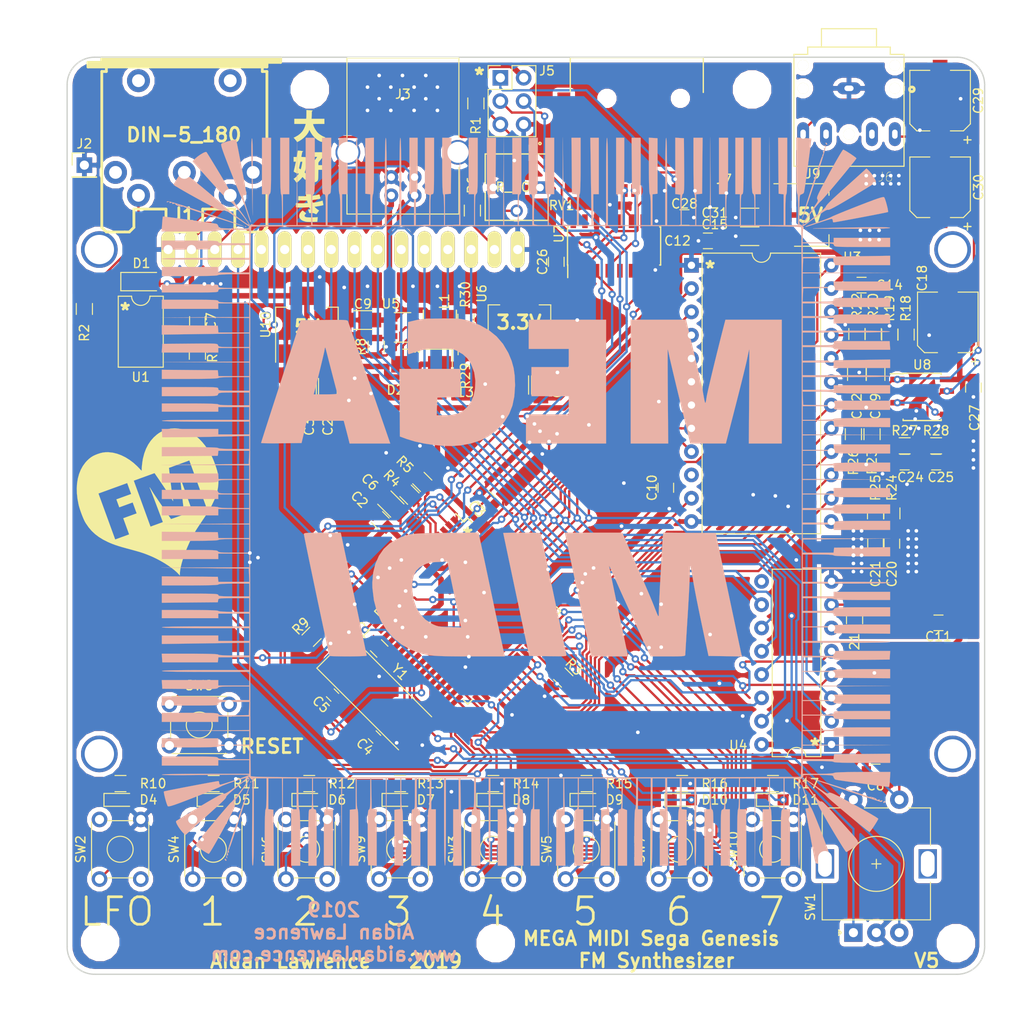
<source format=kicad_pcb>
(kicad_pcb (version 20171130) (host pcbnew "(5.0.1-3-g963ef8bb5)")
  (layers (0 F.Cu signal) (31 B.Cu signal) (34 B.Paste user) (35 F.Paste user) (36 B.SilkS user) (37 F.SilkS user) (38 B.Mask user) (39 F.Mask user) (44 Edge.Cuts user))
  (net 0 "")
  (net 1 GND)
  (net 2 +5V)
  (net 3 "Net-(C5-Pad1)")
  (net 4 "Net-(C6-Pad1)")
  (net 5 "Net-(C22-Pad1)")
  (net 6 "Net-(C24-Pad2)")
  (net 7 "Net-(C25-Pad1)")
  (net 8 PSG_OUT)
  (net 9 MOR)
  (net 10 MOL)
  (net 11 L_OUT)
  (net 12 R_OUT)
  (net 13 RE_SW)
  (net 14 +3V3)
  (net 15 "Net-(D1-Pad2)")
  (net 16 "Net-(D1-Pad1)")
  (net 17 "Net-(D2-Pad2)")
  (net 18 LED_1)
  (net 19 LED_2)
  (net 20 "Net-(D4-Pad1)")
  (net 21 "Net-(D5-Pad1)")
  (net 22 LED_3)
  (net 23 LED_4)
  (net 24 "Net-(D6-Pad1)")
  (net 25 "Net-(D7-Pad1)")
  (net 26 LED_5)
  (net 27 LED_6)
  (net 28 "Net-(D8-Pad1)")
  (net 29 "Net-(D9-Pad1)")
  (net 30 LED_7)
  (net 31 LED_8)
  (net 32 "Net-(D10-Pad1)")
  (net 33 "Net-(DS1-Pad3)")
  (net 34 LCD_RS)
  (net 35 LCD_E)
  (net 36 D0)
  (net 37 D1)
  (net 38 D2)
  (net 39 D3)
  (net 40 D4)
  (net 41 D5)
  (net 42 D6)
  (net 43 D7)
  (net 44 "Net-(DS1-Pad15)")
  (net 45 USB_D+)
  (net 46 USB_D-)
  (net 47 MISO)
  (net 48 RESET)
  (net 49 MOSI)
  (net 50 SCK)
  (net 51 "Net-(R3-Pad1)")
  (net 52 MIDI_IN)
  (net 53 B1)
  (net 54 B2)
  (net 55 "Net-(SW2-Pad3)")
  (net 56 "Net-(SW3-Pad3)")
  (net 57 B3)
  (net 58 B4)
  (net 59 "Net-(SW4-Pad3)")
  (net 60 "Net-(SW5-Pad3)")
  (net 61 B5)
  (net 62 B6)
  (net 63 "Net-(SW6-Pad3)")
  (net 64 "Net-(SW7-Pad3)")
  (net 65 B7)
  (net 66 B8)
  (net 67 "Net-(SW8-Pad3)")
  (net 68 RE_B)
  (net 69 RE_A)
  (net 70 PSG_CLOCK)
  (net 71 YM_CLOCK)
  (net 72 YM_IC)
  (net 73 YM_CS)
  (net 74 YM_WR)
  (net 75 YM_RD)
  (net 76 YM_A0)
  (net 77 YM_A1)
  (net 78 PSG_WE)
  (net 79 "Net-(U2-Pad34)")
  (net 80 "Net-(U2-Pad33)")
  (net 81 SD_CS)
  (net 82 "Net-(U2-Pad9)")
  (net 83 "Net-(U3-Pad10)")
  (net 84 "Net-(U3-Pad13)")
  (net 85 "Net-(U4-Pad9)")
  (net 86 PSG_RDY)
  (net 87 "Net-(SW10-Pad2)")
  (net 88 "Net-(SW10-Pad3)")
  (net 89 "Net-(SW8-Pad2)")
  (net 90 "Net-(SW7-Pad2)")
  (net 91 "Net-(SW6-Pad2)")
  (net 92 "Net-(SW5-Pad2)")
  (net 93 "Net-(SW4-Pad2)")
  (net 94 "Net-(SW3-Pad2)")
  (net 95 "Net-(SW2-Pad2)")
  (net 96 "Net-(D11-Pad1)")
  (net 97 "Net-(J1-Pad3)")
  (net 98 "Net-(J1-Pad4)")
  (net 99 "Net-(J1-Pad2)")
  (net 100 "Net-(J1-Pad1)")
  (net 101 "Net-(J7-Pad8)")
  (net 102 "Net-(J7-Pad5)")
  (net 103 "Net-(J7-Pad3)")
  (net 104 "Net-(J7-Pad2)")
  (net 105 "Net-(J7-Pad1)")
  (net 106 "Net-(R8-Pad1)")
  (net 107 "Net-(R29-Pad2)")
  (net 108 +5VA)
  (net 109 "Net-(R4-Pad1)")
  (net 110 "Net-(R5-Pad1)")
  (net 111 +2V5)
  (net 112 "Net-(C24-Pad1)")
  (net 113 "Net-(C19-Pad1)")
  (net 114 "Net-(C20-Pad1)")
  (net 115 "Net-(C25-Pad2)")
  (net 116 "Net-(C21-Pad1)")
  (net 117 "Net-(U7-Pad15)")
  (net 118 "Net-(U7-Pad12)")
  (net 119 "Net-(U7-Pad10)")
  (net 120 "Net-(C4-Pad1)")
  (net 121 "Net-(U1-Pad3)")
  (net 122 "Net-(C10-Pad2)")
  (net 123 "Net-(SW9-Pad2)")
  (net 124 "Net-(SW9-Pad3)")
  (net 125 VBUS)
  (net 126 6.6VBOOST)
  (module lcd:LCD-20x4 (layer F.Cu) (at 223.012 93.472)
    (fp_text reference DS1)
    (fp_text value LCD20x04)
    (pad 1 thru_hole oval (at -38.99916 -27.50058) (size 1.50114 4.0005) (drill 1.00076) (layers *.Cu *.Mask F.SilkS) (net 1 GND))
    (pad 2 thru_hole oval (at -36.45916 -27.50058) (size 1.50114 4.0005) (drill 1.00076) (layers *.Cu *.Mask F.SilkS) (net 2 +5V))
    (pad 3 thru_hole oval (at -33.91916 -27.50058) (size 1.50114 4.0005) (drill 1.00076) (layers *.Cu *.Mask F.SilkS) (net 33 "Net-(DS1-Pad3)"))
    (pad 4 thru_hole oval (at -31.37916 -27.50058) (size 1.50114 4.0005) (drill 1.00076) (layers *.Cu *.Mask F.SilkS) (net 34 LCD_RS))
    (pad 5 thru_hole oval (at -28.83916 -27.50058) (size 1.50114 4.0005) (drill 1.00076) (layers *.Cu *.Mask F.SilkS) (net 1 GND))
    (pad 6 thru_hole oval (at -26.29916 -27.50058) (size 1.50114 4.0005) (drill 1.00076) (layers *.Cu *.Mask F.SilkS) (net 35 LCD_E))
    (pad 7 thru_hole oval (at -23.75916 -27.50058) (size 1.50114 4.0005) (drill 1.00076) (layers *.Cu *.Mask F.SilkS) (net 36 D0))
    (pad 8 thru_hole oval (at -21.21916 -27.50058) (size 1.50114 4.0005) (drill 1.00076) (layers *.Cu *.Mask F.SilkS) (net 37 D1))
    (pad 9 thru_hole oval (at -18.67916 -27.50058) (size 1.50114 4.0005) (drill 1.00076) (layers *.Cu *.Mask F.SilkS) (net 38 D2))
    (pad 10 thru_hole oval (at -16.13916 -27.50058) (size 1.50114 4.0005) (drill 1.00076) (layers *.Cu *.Mask F.SilkS) (net 39 D3))
    (pad 11 thru_hole oval (at -13.59916 -27.50058) (size 1.50114 4.0005) (drill 1.00076) (layers *.Cu *.Mask F.SilkS) (net 40 D4))
    (pad 12 thru_hole oval (at -11.05916 -27.50058) (size 1.50114 4.0005) (drill 1.00076) (layers *.Cu *.Mask F.SilkS) (net 41 D5))
    (pad 13 thru_hole oval (at -8.51916 -27.50058) (size 1.50114 4.0005) (drill 1.00076) (layers *.Cu *.Mask F.SilkS) (net 42 D6))
    (pad 14 thru_hole oval (at -5.97916 -27.50058) (size 1.50114 4.0005) (drill 1.00076) (layers *.Cu *.Mask F.SilkS) (net 43 D7))
    (pad 15 thru_hole oval (at -3.43916 -27.50058) (size 1.50114 4.0005) (drill 1.00076) (layers *.Cu *.Mask F.SilkS) (net 44 "Net-(DS1-Pad15)"))
    (pad 16 thru_hole oval (at -0.89916 -27.50058) (size 1.50114 4.0005) (drill 1.00076) (layers *.Cu *.Mask F.SilkS) (net 1 GND))
    (pad ~ thru_hole circle (at 46.5 -27.5) (size 4 4) (drill 3.2) (layers *.Cu *.Mask))
    (pad ~ thru_hole circle (at 46.5 27.5) (size 4 4) (drill 3.2) (layers *.Cu *.Mask))
    (pad ~ thru_hole circle (at -46.5 27.5) (size 4 4) (drill 3.2) (layers *.Cu *.Mask))
    (pad ~ thru_hole circle (at -46.5 -27.5) (size 4 4) (drill 3.2) (layers *.Cu *.Mask))
  )
  (module Mounting_Holes:MountingHole_3.2mm_M3 (layer F.Cu) (at 219.71 141.605)
    (fp_text reference H4 hide)
    (fp_text value MountingHole)
    (pad 1 np_thru_hole circle (at 0 0) (size 3.2 3.2) (drill 3.2) (layers *.Cu *.Mask))
  )
  (module Mounting_Holes:MountingHole_3.2mm_M3 (layer F.Cu) (at 269.875 141.605)
    (fp_text reference H5 hide)
    (fp_text value MountingHole)
    (pad 1 np_thru_hole circle (at 0 0) (size 3.2 3.2) (drill 3.2) (layers *.Cu *.Mask))
  )
  (module Mounting_Holes:MountingHole_3.2mm_M3 (layer F.Cu) (at 176.594 141.478)
    (fp_text reference H3 hide)
    (fp_text value MountingHole)
    (pad 1 np_thru_hole circle (at 0 0) (size 3.2 3.2) (drill 3.2) (layers *.Cu *.Mask))
  )
  (module Mounting_Holes:MountingHole_3.2mm_M3 (layer F.Cu) (at 199.454 48.514)
    (fp_text reference H2 hide)
    (fp_text value MountingHole)
    (pad 1 np_thru_hole circle (at 0 0) (size 3.2 3.2) (drill 3.2) (layers *.Cu *.Mask))
  )
  (module Mounting_Holes:MountingHole_3.2mm_M3 (layer F.Cu) (at 247.65 48.514)
    (fp_text reference H1 hide)
    (fp_text value MountingHole)
    (pad 1 np_thru_hole circle (at 0 0) (size 3.2 3.2) (drill 3.2) (layers *.Cu *.Mask))
  )
  (module Capacitors_SMD:C_0805 (layer F.Cu) (at 207.01 109.474 135)
    (fp_text reference C1 (at 2.694077 0.179605 135) (layer F.SilkS))
    (fp_text value 100nF)
    (pad 2 smd rect (at 1 0 135) (size 1 1.25) (layers F.Cu F.Paste F.Mask) (net 1 GND))
    (pad 1 smd rect (at -1 0 135) (size 1 1.25) (layers F.Cu F.Paste F.Mask) (net 2 +5V))
  )
  (module Capacitors_SMD:C_0805 (layer F.Cu) (at 207.137 95.504 135)
    (fp_text reference C2 (at 3.232892 0 135) (layer F.SilkS))
    (fp_text value 100nF)
    (pad 1 smd rect (at -1 0 135) (size 1 1.25) (layers F.Cu F.Paste F.Mask) (net 2 +5V))
    (pad 2 smd rect (at 1 0 135) (size 1 1.25) (layers F.Cu F.Paste F.Mask) (net 1 GND))
  )
  (module Capacitors_SMD:C_0805 (layer F.Cu) (at 218.694 93.218 135)
    (fp_text reference C3 (at 0 -1.5 135) (layer F.SilkS))
    (fp_text value 100nF)
    (pad 1 smd rect (at -1 0 135) (size 1 1.25) (layers F.Cu F.Paste F.Mask) (net 2 +5V))
    (pad 2 smd rect (at 1 0 135) (size 1 1.25) (layers F.Cu F.Paste F.Mask) (net 1 GND))
  )
  (module Capacitors_SMD:C_0603 (layer F.Cu) (at 206.502 119.126 135)
    (fp_text reference C4 (at 0 -1.5 135) (layer F.SilkS))
    (fp_text value 22pF)
    (pad 1 smd rect (at -0.75 0 135) (size 0.8 0.75) (layers F.Cu F.Paste F.Mask) (net 120 "Net-(C4-Pad1)"))
    (pad 2 smd rect (at 0.75 0 135) (size 0.8 0.75) (layers F.Cu F.Paste F.Mask) (net 1 GND))
  )
  (module Capacitors_SMD:C_0603 (layer F.Cu) (at 201.93 114.554 315)
    (fp_text reference C5 (at -0.179605 1.616446 315) (layer F.SilkS))
    (fp_text value 22pF)
    (pad 2 smd rect (at 0.75 0 315) (size 0.8 0.75) (layers F.Cu F.Paste F.Mask) (net 1 GND))
    (pad 1 smd rect (at -0.75 0 315) (size 0.8 0.75) (layers F.Cu F.Paste F.Mask) (net 3 "Net-(C5-Pad1)"))
  )
  (module Capacitors_SMD:C_1206 (layer F.Cu) (at 208.28 93.726 135)
    (fp_text reference C6 (at 3.322695 0.089803 135) (layer F.SilkS))
    (fp_text value 1uF)
    (pad 1 smd rect (at -1.5 0 135) (size 1 1.6) (layers F.Cu F.Paste F.Mask) (net 4 "Net-(C6-Pad1)"))
    (pad 2 smd rect (at 1.5 0 135) (size 1 1.6) (layers F.Cu F.Paste F.Mask) (net 1 GND))
  )
  (module Capacitors_SMD:C_0805 (layer F.Cu) (at 187.198 73.787 270)
    (fp_text reference C7 (at 0 -1.5 270) (layer F.SilkS))
    (fp_text value 100nF)
    (pad 1 smd rect (at -1 0 270) (size 1 1.25) (layers F.Cu F.Paste F.Mask) (net 2 +5V))
    (pad 2 smd rect (at 1 0 270) (size 1 1.25) (layers F.Cu F.Paste F.Mask) (net 1 GND))
  )
  (module Capacitors_SMD:C_0805 (layer F.Cu) (at 261.112 122.936 180)
    (fp_text reference C8 (at 0 -1.5 180) (layer F.SilkS))
    (fp_text value 100nF)
    (pad 2 smd rect (at 1 0 180) (size 1 1.25) (layers F.Cu F.Paste F.Mask) (net 1 GND))
    (pad 1 smd rect (at -1 0 180) (size 1 1.25) (layers F.Cu F.Paste F.Mask) (net 13 RE_SW))
  )
  (module Capacitors_SMD:C_1206 (layer F.Cu) (at 205.232 73.66)
    (fp_text reference C9 (at 0 -1.75) (layer F.SilkS))
    (fp_text value 10uF)
    (pad 2 smd rect (at 1.5 0) (size 1 1.6) (layers F.Cu F.Paste F.Mask) (net 125 VBUS))
    (pad 1 smd rect (at -1.5 0) (size 1 1.6) (layers F.Cu F.Paste F.Mask) (net 1 GND))
  )
  (module Capacitors_SMD:C_0805 (layer F.Cu) (at 238.252 91.948 90)
    (fp_text reference C10 (at 0 -1.5 90) (layer F.SilkS))
    (fp_text value 100nF)
    (pad 2 smd rect (at 1 0 90) (size 1 1.25) (layers F.Cu F.Paste F.Mask) (net 122 "Net-(C10-Pad2)"))
    (pad 1 smd rect (at -1 0 90) (size 1 1.25) (layers F.Cu F.Paste F.Mask) (net 71 YM_CLOCK))
  )
  (module Capacitors_SMD:C_0805 (layer F.Cu) (at 267.97 106.68 180)
    (fp_text reference C11 (at 0 -1.5 180) (layer F.SilkS))
    (fp_text value 100nF)
    (pad 2 smd rect (at 1 0 180) (size 1 1.25) (layers F.Cu F.Paste F.Mask) (net 1 GND))
    (pad 1 smd rect (at -1 0 180) (size 1 1.25) (layers F.Cu F.Paste F.Mask) (net 108 +5VA))
  )
  (module Capacitors_SMD:C_0805 (layer F.Cu) (at 242.84 65.024)
    (fp_text reference C12 (at -3.318 0) (layer F.SilkS))
    (fp_text value 100nF)
    (pad 2 smd rect (at 1 0) (size 1 1.25) (layers F.Cu F.Paste F.Mask) (net 2 +5V))
    (pad 1 smd rect (at -1 0) (size 1 1.25) (layers F.Cu F.Paste F.Mask) (net 1 GND))
  )
  (module Capacitors_SMD:C_1206 (layer F.Cu) (at 212.344 81.534)
    (fp_text reference C13 (at 3.556 0) (layer F.SilkS))
    (fp_text value 10uF)
    (pad 2 smd rect (at 1.5 0) (size 1 1.6) (layers F.Cu F.Paste F.Mask) (net 126 6.6VBOOST))
    (pad 1 smd rect (at -1.5 0) (size 1 1.6) (layers F.Cu F.Paste F.Mask) (net 1 GND))
  )
  (module Capacitors_SMD:C_0805 (layer F.Cu) (at 259.588 69.85 180)
    (fp_text reference C14 (at -3.048 0 180) (layer F.SilkS))
    (fp_text value 100nF)
    (pad 1 smd rect (at -1 0 180) (size 1 1.25) (layers F.Cu F.Paste F.Mask) (net 1 GND))
    (pad 2 smd rect (at 1 0 180) (size 1 1.25) (layers F.Cu F.Paste F.Mask) (net 108 +5VA))
  )
  (module Capacitors_SMD:C_1206 (layer F.Cu) (at 247.396 64.516)
    (fp_text reference C15 (at -3.81 -1.27) (layer F.SilkS))
    (fp_text value 10uF)
    (pad 2 smd rect (at 1.5 0) (size 1 1.6) (layers F.Cu F.Paste F.Mask) (net 126 6.6VBOOST))
    (pad 1 smd rect (at -1.5 0) (size 1 1.6) (layers F.Cu F.Paste F.Mask) (net 1 GND))
  )
  (module Capacitors_SMD:C_1206 (layer F.Cu) (at 224.6376 80.7466 90)
    (fp_text reference C16 (at 0 1.8034 90) (layer F.SilkS))
    (fp_text value 10uF)
    (pad 1 smd rect (at -1.5 0 90) (size 1 1.6) (layers F.Cu F.Paste F.Mask) (net 1 GND))
    (pad 2 smd rect (at 1.5 0 90) (size 1 1.6) (layers F.Cu F.Paste F.Mask) (net 126 6.6VBOOST))
  )
  (module Capacitors_SMD:C_1206 (layer F.Cu) (at 222.2754 80.7466 270)
    (fp_text reference C17 (at 0 1.8034 270) (layer F.SilkS))
    (fp_text value 10uF)
    (pad 2 smd rect (at 1.5 0 270) (size 1 1.6) (layers F.Cu F.Paste F.Mask) (net 1 GND))
    (pad 1 smd rect (at -1.5 0 270) (size 1 1.6) (layers F.Cu F.Paste F.Mask) (net 14 +3V3))
  )
  (module Capacitors_SMD:CP_Elec_6.3x7.7 (layer F.Cu) (at 268.986 73.914 90)
    (fp_text reference C18 (at 4.826 -2.794 90) (layer F.SilkS))
    (fp_text value 100uF)
    (fp_text user + (at -4.28 2.91 90) (layer F.SilkS))
    (pad 2 smd rect (at 2.7 0 270) (size 3.5 1.6) (layers F.Cu F.Paste F.Mask) (net 1 GND))
    (pad 1 smd rect (at -2.7 0 270) (size 3.5 1.6) (layers F.Cu F.Paste F.Mask) (net 111 +2V5))
  )
  (module Capacitors_SMD:C_1206 (layer F.Cu) (at 261.112 79.248 90)
    (fp_text reference C19 (at -3.81 0 90) (layer F.SilkS))
    (fp_text value 10uF)
    (pad 2 smd rect (at 1.5 0 90) (size 1 1.6) (layers F.Cu F.Paste F.Mask) (net 10 MOL))
    (pad 1 smd rect (at -1.5 0 90) (size 1 1.6) (layers F.Cu F.Paste F.Mask) (net 113 "Net-(C19-Pad1)"))
  )
  (module Capacitors_SMD:C_0805 (layer F.Cu) (at 262.89 98.044 270)
    (fp_text reference C20 (at 3.302 0 270) (layer F.SilkS))
    (fp_text value 1uF)
    (pad 2 smd rect (at 1 0 270) (size 1 1.25) (layers F.Cu F.Paste F.Mask) (net 8 PSG_OUT))
    (pad 1 smd rect (at -1 0 270) (size 1 1.25) (layers F.Cu F.Paste F.Mask) (net 114 "Net-(C20-Pad1)"))
  )
  (module Capacitors_SMD:C_0805 (layer F.Cu) (at 261.112 98.044 270)
    (fp_text reference C21 (at 3.302 0 270) (layer F.SilkS))
    (fp_text value 1uF)
    (pad 1 smd rect (at -1 0 270) (size 1 1.25) (layers F.Cu F.Paste F.Mask) (net 116 "Net-(C21-Pad1)"))
    (pad 2 smd rect (at 1 0 270) (size 1 1.25) (layers F.Cu F.Paste F.Mask) (net 8 PSG_OUT))
  )
  (module Capacitors_SMD:C_1206 (layer F.Cu) (at 259.08 79.248 90)
    (fp_text reference C22 (at -3.81 0 90) (layer F.SilkS))
    (fp_text value 10uF)
    (pad 1 smd rect (at -1.5 0 90) (size 1 1.6) (layers F.Cu F.Paste F.Mask) (net 5 "Net-(C22-Pad1)"))
    (pad 2 smd rect (at 1.5 0 90) (size 1 1.6) (layers F.Cu F.Paste F.Mask) (net 9 MOR))
  )
  (module Capacitors_SMD:C_1206 (layer F.Cu) (at 201.422 81.026 90)
    (fp_text reference C23 (at -3.81 0 90) (layer F.SilkS))
    (fp_text value 10uF)
    (pad 2 smd rect (at 1.5 0 90) (size 1 1.6) (layers F.Cu F.Paste F.Mask) (net 126 6.6VBOOST))
    (pad 1 smd rect (at -1.5 0 90) (size 1 1.6) (layers F.Cu F.Paste F.Mask) (net 1 GND))
  )
  (module Capacitors_SMD:C_0805 (layer F.Cu) (at 264.287 89.154)
    (fp_text reference C24 (at 0.635 1.651) (layer F.SilkS))
    (fp_text value 270pF)
    (pad 1 smd rect (at -1 0) (size 1 1.25) (layers F.Cu F.Paste F.Mask) (net 112 "Net-(C24-Pad1)"))
    (pad 2 smd rect (at 1 0) (size 1 1.25) (layers F.Cu F.Paste F.Mask) (net 6 "Net-(C24-Pad2)"))
  )
  (module Capacitors_SMD:C_0805 (layer F.Cu) (at 267.716 89.154)
    (fp_text reference C25 (at 0.508 1.651) (layer F.SilkS))
    (fp_text value 270pF)
    (pad 2 smd rect (at 1 0) (size 1 1.25) (layers F.Cu F.Paste F.Mask) (net 115 "Net-(C25-Pad2)"))
    (pad 1 smd rect (at -1 0) (size 1 1.25) (layers F.Cu F.Paste F.Mask) (net 7 "Net-(C25-Pad1)"))
  )
  (module Capacitors_SMD:C_0805 (layer F.Cu) (at 226.314 67.31 90)
    (fp_text reference C26 (at 0 -1.5 90) (layer F.SilkS))
    (fp_text value 100nF)
    (pad 2 smd rect (at 1 0 90) (size 1 1.25) (layers F.Cu F.Paste F.Mask) (net 1 GND))
    (pad 1 smd rect (at -1 0 90) (size 1 1.25) (layers F.Cu F.Paste F.Mask) (net 14 +3V3))
  )
  (module Capacitors_SMD:C_0805 (layer F.Cu) (at 271.78 81.026 270)
    (fp_text reference C27 (at 3.302 -0.127 270) (layer F.SilkS))
    (fp_text value 100nF)
    (pad 1 smd rect (at -1 0 270) (size 1 1.25) (layers F.Cu F.Paste F.Mask) (net 108 +5VA))
    (pad 2 smd rect (at 1 0 270) (size 1 1.25) (layers F.Cu F.Paste F.Mask) (net 1 GND))
  )
  (module Capacitors_SMD:C_0805 (layer F.Cu) (at 240.284 62.484)
    (fp_text reference C28 (at 0 -1.5) (layer F.SilkS))
    (fp_text value 100nF)
    (pad 1 smd rect (at -1 0) (size 1 1.25) (layers F.Cu F.Paste F.Mask) (net 14 +3V3))
    (pad 2 smd rect (at 1 0) (size 1 1.25) (layers F.Cu F.Paste F.Mask) (net 1 GND))
  )
  (module Capacitors_SMD:CP_Elec_6.3x7.7 (layer F.Cu) (at 268.1478 49.7332 90)
    (fp_text reference C29 (at 0 4.1656 90) (layer F.SilkS))
    (fp_text value 100uF)
    (fp_text user + (at -4.28 2.91 90) (layer F.SilkS))
    (pad 1 smd rect (at -2.7 0 270) (size 3.5 1.6) (layers F.Cu F.Paste F.Mask) (net 112 "Net-(C24-Pad1)"))
    (pad 2 smd rect (at 2.7 0 270) (size 3.5 1.6) (layers F.Cu F.Paste F.Mask) (net 11 L_OUT))
  )
  (module Capacitors_SMD:CP_Elec_6.3x7.7 (layer F.Cu) (at 268.1478 59.182 90)
    (fp_text reference C30 (at 0 4.191 90) (layer F.SilkS))
    (fp_text value 100uF)
    (fp_text user + (at -4.28 2.91 90) (layer F.SilkS))
    (pad 2 smd rect (at 2.7 0 270) (size 3.5 1.6) (layers F.Cu F.Paste F.Mask) (net 12 R_OUT))
    (pad 1 smd rect (at -2.7 0 270) (size 3.5 1.6) (layers F.Cu F.Paste F.Mask) (net 7 "Net-(C25-Pad1)"))
  )
  (module Capacitors_SMD:C_1206 (layer F.Cu) (at 247.396 62.484)
    (fp_text reference C31 (at -3.81 -0.508) (layer F.SilkS))
    (fp_text value 10uF)
    (pad 1 smd rect (at -1.5 0) (size 1 1.6) (layers F.Cu F.Paste F.Mask) (net 1 GND))
    (pad 2 smd rect (at 1.5 0) (size 1 1.6) (layers F.Cu F.Paste F.Mask) (net 108 +5VA))
  )
  (module Capacitors_SMD:C_1206 (layer F.Cu) (at 199.136 81.026 90)
    (fp_text reference C32 (at -3.81 0.254 90) (layer F.SilkS))
    (fp_text value 10uF)
    (pad 1 smd rect (at -1.5 0 90) (size 1 1.6) (layers F.Cu F.Paste F.Mask) (net 1 GND))
    (pad 2 smd rect (at 1.5 0 90) (size 1 1.6) (layers F.Cu F.Paste F.Mask) (net 2 +5V))
  )
  (module Diodes_SMD:D_SOD-123 (layer F.Cu) (at 181.102 69.469)
    (fp_text reference D1 (at 0 -2) (layer F.SilkS))
    (fp_text value 1N4148)
    (pad 2 smd rect (at 1.65 0) (size 0.9 1.2) (layers F.Cu F.Paste F.Mask) (net 15 "Net-(D1-Pad2)"))
    (pad 1 smd rect (at -1.65 0) (size 0.9 1.2) (layers F.Cu F.Paste F.Mask) (net 16 "Net-(D1-Pad1)"))
  )
  (module Diodes_SMD:D_SMA (layer F.Cu) (at 211.582 78.486 180)
    (fp_text reference D2 (at 2.794 -2.794 180) (layer F.SilkS))
    (fp_text value SS34)
    (pad 2 smd rect (at 2 0 180) (size 2.5 1.8) (layers F.Cu F.Paste F.Mask) (net 17 "Net-(D2-Pad2)"))
    (pad 1 smd rect (at -2 0 180) (size 2.5 1.8) (layers F.Cu F.Paste F.Mask) (net 126 6.6VBOOST))
  )
  (module LEDs:LED_0805 (layer F.Cu) (at 178.816 125.984)
    (fp_text reference D4 (at 3.048 0) (layer F.SilkS))
    (fp_text value LED_Small)
    (pad 2 smd rect (at 1.1 0 180) (size 1.2 1.2) (layers F.Cu F.Paste F.Mask) (net 18 LED_1))
    (pad 1 smd rect (at -1.1 0 180) (size 1.2 1.2) (layers F.Cu F.Paste F.Mask) (net 20 "Net-(D4-Pad1)"))
  )
  (module LEDs:LED_0805 (layer F.Cu) (at 188.976 125.984)
    (fp_text reference D5 (at 3.048 0) (layer F.SilkS))
    (fp_text value LED_Small)
    (pad 2 smd rect (at 1.1 0 180) (size 1.2 1.2) (layers F.Cu F.Paste F.Mask) (net 19 LED_2))
    (pad 1 smd rect (at -1.1 0 180) (size 1.2 1.2) (layers F.Cu F.Paste F.Mask) (net 21 "Net-(D5-Pad1)"))
  )
  (module LEDs:LED_0805 (layer F.Cu) (at 199.306 125.984)
    (fp_text reference D6 (at 3.132 0) (layer F.SilkS))
    (fp_text value LED_Small)
    (pad 1 smd rect (at -1.1 0 180) (size 1.2 1.2) (layers F.Cu F.Paste F.Mask) (net 24 "Net-(D6-Pad1)"))
    (pad 2 smd rect (at 1.1 0 180) (size 1.2 1.2) (layers F.Cu F.Paste F.Mask) (net 22 LED_3))
  )
  (module LEDs:LED_0805 (layer F.Cu) (at 209.126 125.984)
    (fp_text reference D7 (at 2.964 0) (layer F.SilkS))
    (fp_text value LED_Small)
    (pad 2 smd rect (at 1.1 0 180) (size 1.2 1.2) (layers F.Cu F.Paste F.Mask) (net 23 LED_4))
    (pad 1 smd rect (at -1.1 0 180) (size 1.2 1.2) (layers F.Cu F.Paste F.Mask) (net 25 "Net-(D7-Pad1)"))
  )
  (module LEDs:LED_0805 (layer F.Cu) (at 219.456 125.984)
    (fp_text reference D8 (at 3.048 0) (layer F.SilkS))
    (fp_text value LED_Small)
    (pad 1 smd rect (at -1.1 0 180) (size 1.2 1.2) (layers F.Cu F.Paste F.Mask) (net 28 "Net-(D8-Pad1)"))
    (pad 2 smd rect (at 1.1 0 180) (size 1.2 1.2) (layers F.Cu F.Paste F.Mask) (net 26 LED_5))
  )
  (module LEDs:LED_0805 (layer F.Cu) (at 229.616 125.984)
    (fp_text reference D9 (at 3.048 0) (layer F.SilkS))
    (fp_text value LED_Small)
    (pad 2 smd rect (at 1.1 0 180) (size 1.2 1.2) (layers F.Cu F.Paste F.Mask) (net 27 LED_6))
    (pad 1 smd rect (at -1.1 0 180) (size 1.2 1.2) (layers F.Cu F.Paste F.Mask) (net 29 "Net-(D9-Pad1)"))
  )
  (module LEDs:LED_0805 (layer F.Cu) (at 239.946 125.984)
    (fp_text reference D10 (at 3.64 0) (layer F.SilkS))
    (fp_text value LED_Small)
    (pad 1 smd rect (at -1.1 0 180) (size 1.2 1.2) (layers F.Cu F.Paste F.Mask) (net 32 "Net-(D10-Pad1)"))
    (pad 2 smd rect (at 1.1 0 180) (size 1.2 1.2) (layers F.Cu F.Paste F.Mask) (net 30 LED_7))
  )
  (module LEDs:LED_0805 (layer F.Cu) (at 249.936 125.984)
    (fp_text reference D11 (at 3.556 0) (layer F.SilkS))
    (fp_text value LED_Small)
    (pad 1 smd rect (at -1.1 0 180) (size 1.2 1.2) (layers F.Cu F.Paste F.Mask) (net 96 "Net-(D11-Pad1)"))
    (pad 2 smd rect (at 1.1 0 180) (size 1.2 1.2) (layers F.Cu F.Paste F.Mask) (net 31 LED_8))
  )
  (module midicon:din-5 (layer F.Cu) (at 185.7756 54.5592 180)
    (fp_text reference J1 (at 0.1016 -7.6708 180) (layer F.SilkS) (effects (font (size 1.5 1.5) (thickness 0.3))))
    (fp_text value DIN-5_180 (at 0.0508 1.0922 180) (layer F.SilkS) (effects (font (size 1.5 1.5) (thickness 0.3))))
    (pad 3 thru_hole circle (at -7.5 -3 180) (size 2.5 2.5) (drill 1.4) (layers *.Cu *.Mask) (net 97 "Net-(J1-Pad3)"))
    (pad 4 thru_hole circle (at 5 -5.5 180) (size 2.5 2.5) (drill 1.4) (layers *.Cu *.Mask) (net 98 "Net-(J1-Pad4)"))
    (pad 2 thru_hole circle (at 0 -3 180) (size 2.5 2.5) (drill 1.4) (layers *.Cu *.Mask) (net 99 "Net-(J1-Pad2)"))
    (pad 1 thru_hole circle (at 7.5 -3 180) (size 2.5 2.5) (drill 1.4) (layers *.Cu *.Mask) (net 100 "Net-(J1-Pad1)"))
    (pad 5 thru_hole circle (at -5 -5.5 180) (size 2.5 2.5) (drill 1.4) (layers *.Cu *.Mask) (net 15 "Net-(D1-Pad2)"))
    (pad 6 thru_hole circle (at 5 7 180) (size 2.5 2.5) (drill 1.4) (layers *.Cu *.Mask))
    (pad 6 thru_hole circle (at -5 7 180) (size 2.5 2.5) (drill 1.4) (layers *.Cu *.Mask))
  )
  (module Pin_Headers:Pin_Header_Straight_1x01_Pitch2.54mm (layer F.Cu) (at 174.879 56.769)
    (fp_text reference J2 (at 0 -2.33) (layer F.SilkS))
    (fp_text value TP_GND)
    (pad 1 thru_hole rect (at 0 0) (size 1.7 1.7) (drill 1) (layers *.Cu *.Mask) (net 1 GND))
  )
  (module Connectors:USB_B (layer F.Cu) (at 208.3308 60.071 90)
    (fp_text reference J3 (at 11.05 1.27 180) (layer F.SilkS))
    (fp_text value USB_B)
    (pad 5 thru_hole circle (at 4.7 -4.73) (size 2.7 2.7) (drill 2.3) (layers *.Cu *.Mask) (net 1 GND))
    (pad 5 thru_hole circle (at 4.7 7.27) (size 2.7 2.7) (drill 2.3) (layers *.Cu *.Mask) (net 1 GND))
    (pad 3 thru_hole circle (at 2 2.54) (size 1.52 1.52) (drill 0.81) (layers *.Cu *.Mask) (net 45 USB_D+))
    (pad 4 thru_hole circle (at 2 0) (size 1.52 1.52) (drill 0.81) (layers *.Cu *.Mask) (net 1 GND))
    (pad 1 thru_hole circle (at 0 0) (size 1.52 1.52) (drill 0.81) (layers *.Cu *.Mask) (net 125 VBUS))
    (pad 2 thru_hole circle (at 0 2.54) (size 1.52 1.52) (drill 0.81) (layers *.Cu *.Mask) (net 46 USB_D-))
  )
  (module Pin_Headers:Pin_Header_Straight_2x03_Pitch2.54mm (layer F.Cu) (at 220.218 47.244)
    (fp_text reference J5 (at 5.08 -0.762) (layer F.SilkS))
    (fp_text value ICSP)
    (pad 6 thru_hole oval (at 2.54 5.08) (size 1.7 1.7) (drill 1) (layers *.Cu *.Mask) (net 1 GND))
    (pad 5 thru_hole oval (at 0 5.08) (size 1.7 1.7) (drill 1) (layers *.Cu *.Mask) (net 48 RESET))
    (pad 4 thru_hole oval (at 2.54 2.54) (size 1.7 1.7) (drill 1) (layers *.Cu *.Mask) (net 49 MOSI))
    (pad 3 thru_hole oval (at 0 2.54) (size 1.7 1.7) (drill 1) (layers *.Cu *.Mask) (net 50 SCK))
    (pad 2 thru_hole oval (at 2.54 0) (size 1.7 1.7) (drill 1) (layers *.Cu *.Mask) (net 2 +5V))
    (pad 1 thru_hole rect (at 0 0) (size 1.7 1.7) (drill 1) (layers *.Cu *.Mask) (net 47 MISO))
  )
  (module "Boom Precision Elec PJ-307C:SWITCHCRAFT_35RAPC4BHN2" (layer F.Cu) (at 258.2164 49.3903 180)
    (fp_text reference J6 (at -3.97529 -8.66834 180) (layer F.SilkS) (effects (font (size 1.00386 1.00386) (thickness 0.05))))
    (fp_text value Audio-Jack-3 hide)
    (pad 1 thru_hole oval (at 5 -4 270) (size 2.6 1.3) (drill oval 1 0.6) (layers *.Cu *.Mask) (net 11 L_OUT))
    (pad 2 thru_hole oval (at -5 -4 270) (size 2.6 1.3) (drill oval 1 0.6) (layers *.Cu *.Mask) (net 12 R_OUT))
    (pad 11 thru_hole oval (at -2.5 -4 270) (size 2.6 1.3) (drill oval 1 0.6) (layers *.Cu *.Mask))
    (pad 10 thru_hole oval (at 2.5 -4 270) (size 2.6 1.3) (drill oval 1 0.6) (layers *.Cu *.Mask))
    (pad 3 thru_hole oval (at 0 1) (size 2.6 1.3) (drill oval 1 0.6) (layers *.Cu *.Mask) (net 1 GND))
    (pad Hole np_thru_hole circle (at 0 -4 180) (size 1.2 1.2) (drill 1.2) (layers *.Cu *.Mask F.SilkS))
    (pad Hole np_thru_hole circle (at -5 1 180) (size 1.2 1.2) (drill 1.2) (layers *.Cu *.Mask F.SilkS))
    (pad Hole np_thru_hole circle (at -5 3.5 180) (size 1.2 1.2) (drill 1.2) (layers *.Cu *.Mask F.SilkS))
    (pad Hole np_thru_hole circle (at 5 1 180) (size 1.2 1.2) (drill 1.2) (layers *.Cu *.Mask F.SilkS))
    (pad Hole np_thru_hole circle (at 5 3.5 180) (size 1.2 1.2) (drill 1.2) (layers *.Cu *.Mask F.SilkS))
  )
  (module customMicroSD:SOFNG_TF_15x15_PUSH_PUSH (layer F.Cu) (at 232.6386 59.5376)
    (fp_text reference J7 (at 11.9507 -1.2319) (layer F.SilkS))
    (fp_text value Micro_SD_Card)
    (pad "" np_thru_hole circle (at -0.8 -10.055) (size 1.1 1.1) (drill 1.1) (layers *.Cu *.Mask))
    (pad "" np_thru_hole circle (at 7.2 -10.055) (size 1.1 1.1) (drill 1.1) (layers *.Cu *.Mask))
    (pad "" smd rect (at 10.251 -9.799) (size 1.4 2.2) (layers F.Cu F.Paste F.Mask))
    (pad "" smd rect (at -5.499 -9.601) (size 1.4 2.2) (layers F.Cu F.Paste F.Mask))
    (pad "" smd rect (at -4.498 -0.5) (size 1.8 1.4) (layers F.Cu F.Paste F.Mask))
    (pad "" smd rect (at 10.05 -0.5) (size 1.6 1.4) (layers F.Cu F.Paste F.Mask))
    (pad 9 smd rect (at 8.8 0) (size 0.7 1.4) (layers F.Cu F.Paste F.Mask) (net 1 GND))
    (pad 8 smd rect (at 7.7 0) (size 0.7 1.4) (layers F.Cu F.Paste F.Mask) (net 101 "Net-(J7-Pad8)"))
    (pad 7 smd rect (at 6.6 0) (size 0.7 1.4) (layers F.Cu F.Paste F.Mask) (net 47 MISO))
    (pad 6 smd rect (at 5.5 0) (size 0.7 1.4) (layers F.Cu F.Paste F.Mask) (net 1 GND))
    (pad 5 smd rect (at 4.4 0) (size 0.7 1.4) (layers F.Cu F.Paste F.Mask) (net 102 "Net-(J7-Pad5)"))
    (pad 4 smd rect (at 3.3 0) (size 0.7 1.4) (layers F.Cu F.Paste F.Mask) (net 14 +3V3))
    (pad 3 smd rect (at 2.2 0) (size 0.7 1.4) (layers F.Cu F.Paste F.Mask) (net 103 "Net-(J7-Pad3)"))
    (pad 2 smd rect (at 1.1 0) (size 0.7 1.4) (layers F.Cu F.Paste F.Mask) (net 104 "Net-(J7-Pad2)"))
    (pad 1 smd rect (at 0 0) (size 0.7 1.4) (layers F.Cu F.Paste F.Mask) (net 105 "Net-(J7-Pad1)"))
  )
  (module custom_inductors:L_4x4 (layer F.Cu) (at 213.6267 76.0857 90)
    (fp_text reference L1 (at 4.4577 0.4953 90) (layer F.SilkS))
    (fp_text value 4.7uH)
    (pad 1 smd rect (at 0 0 90) (size 0.95 3.3) (layers F.Cu F.Paste F.Mask) (net 17 "Net-(D2-Pad2)"))
    (pad 2 smd rect (at 3.05 0 90) (size 0.95 3.3) (layers F.Cu F.Paste F.Mask) (net 125 VBUS))
  )
  (module Resistors_SMD:R_0805 (layer F.Cu) (at 217.551 50.038 270)
    (fp_text reference R1 (at 2.413 0 270) (layer F.SilkS))
    (fp_text value 10k)
    (pad 2 smd rect (at 0.95 0 270) (size 0.7 1.3) (layers F.Cu F.Paste F.Mask) (net 48 RESET))
    (pad 1 smd rect (at -0.95 0 270) (size 0.7 1.3) (layers F.Cu F.Paste F.Mask) (net 2 +5V))
  )
  (module Resistors_SMD:R_0805 (layer F.Cu) (at 174.879 72.451 90)
    (fp_text reference R2 (at -2.606 0 90) (layer F.SilkS))
    (fp_text value 220)
    (pad 1 smd rect (at -0.95 0 90) (size 0.7 1.3) (layers F.Cu F.Paste F.Mask) (net 16 "Net-(D1-Pad1)"))
    (pad 2 smd rect (at 0.95 0 90) (size 0.7 1.3) (layers F.Cu F.Paste F.Mask) (net 98 "Net-(J1-Pad4)"))
  )
  (module Resistors_SMD:R_0805 (layer F.Cu) (at 227.076 112.649 315)
    (fp_text reference R3 (at 0 -1.65 315) (layer F.SilkS))
    (fp_text value 1k)
    (pad 1 smd rect (at -0.949999 0 315) (size 0.7 1.3) (layers F.Cu F.Paste F.Mask) (net 51 "Net-(R3-Pad1)"))
    (pad 2 smd rect (at 0.949999 0 315) (size 0.7 1.3) (layers F.Cu F.Paste F.Mask) (net 1 GND))
  )
  (module Resistors_SMD:R_0805 (layer F.Cu) (at 210.312 92.71 135)
    (fp_text reference R4 (at 2.604274 -0.089803 135) (layer F.SilkS))
    (fp_text value 22)
    (pad 1 smd rect (at -0.949999 0 135) (size 0.7 1.3) (layers F.Cu F.Paste F.Mask) (net 109 "Net-(R4-Pad1)"))
    (pad 2 smd rect (at 0.949999 0 135) (size 0.7 1.3) (layers F.Cu F.Paste F.Mask) (net 45 USB_D+))
  )
  (module Resistors_SMD:R_0805 (layer F.Cu) (at 211.709 91.313 135)
    (fp_text reference R5 (at 2.694077 0 135) (layer F.SilkS))
    (fp_text value 22)
    (pad 2 smd rect (at 0.949999 0 135) (size 0.7 1.3) (layers F.Cu F.Paste F.Mask) (net 46 USB_D-))
    (pad 1 smd rect (at -0.949999 0 135) (size 0.7 1.3) (layers F.Cu F.Paste F.Mask) (net 110 "Net-(R5-Pad1)"))
  )
  (module Resistors_SMD:R_0805 (layer F.Cu) (at 217.17 61.722 270)
    (fp_text reference R6 (at -2.794 0 270) (layer F.SilkS))
    (fp_text value 220)
    (pad 1 smd rect (at -0.95 0 270) (size 0.7 1.3) (layers F.Cu F.Paste F.Mask) (net 2 +5V))
    (pad 2 smd rect (at 0.95 0 270) (size 0.7 1.3) (layers F.Cu F.Paste F.Mask) (net 44 "Net-(DS1-Pad15)"))
  )
  (module Resistors_SMD:R_0805 (layer F.Cu) (at 187.198 77.343 270)
    (fp_text reference R7 (at 0 -1.65 270) (layer F.SilkS))
    (fp_text value 270)
    (pad 2 smd rect (at 0.95 0 270) (size 0.7 1.3) (layers F.Cu F.Paste F.Mask) (net 52 MIDI_IN))
    (pad 1 smd rect (at -0.95 0 270) (size 0.7 1.3) (layers F.Cu F.Paste F.Mask) (net 2 +5V))
  )
  (module Resistors_SMD:R_0805 (layer F.Cu) (at 206.6925 76.5683 270)
    (fp_text reference R8 (at 0 1.6637 270) (layer F.SilkS))
    (fp_text value 51K)
    (pad 2 smd rect (at 0.95 0 270) (size 0.7 1.3) (layers F.Cu F.Paste F.Mask) (net 1 GND))
    (pad 1 smd rect (at -0.95 0 270) (size 0.7 1.3) (layers F.Cu F.Paste F.Mask) (net 106 "Net-(R8-Pad1)"))
  )
  (module Resistors_SMD:R_0805 (layer F.Cu) (at 199.644 108.204 45)
    (fp_text reference R9 (at 0 -1.65 45) (layer F.SilkS))
    (fp_text value 2.2k)
    (pad 2 smd rect (at 0.949999 0 45) (size 0.7 1.3) (layers F.Cu F.Paste F.Mask) (net 86 PSG_RDY))
    (pad 1 smd rect (at -0.949999 0 45) (size 0.7 1.3) (layers F.Cu F.Paste F.Mask) (net 2 +5V))
  )
  (module Resistors_SMD:R_0805 (layer F.Cu) (at 178.816 124.206)
    (fp_text reference R10 (at 3.556 0) (layer F.SilkS))
    (fp_text value 220)
    (pad 1 smd rect (at -0.95 0) (size 0.7 1.3) (layers F.Cu F.Paste F.Mask) (net 20 "Net-(D4-Pad1)"))
    (pad 2 smd rect (at 0.95 0) (size 0.7 1.3) (layers F.Cu F.Paste F.Mask) (net 1 GND))
  )
  (module Resistors_SMD:R_0805 (layer F.Cu) (at 188.976 124.206)
    (fp_text reference R11 (at 3.556 0) (layer F.SilkS))
    (fp_text value 220)
    (pad 2 smd rect (at 0.95 0) (size 0.7 1.3) (layers F.Cu F.Paste F.Mask) (net 1 GND))
    (pad 1 smd rect (at -0.95 0) (size 0.7 1.3) (layers F.Cu F.Paste F.Mask) (net 21 "Net-(D5-Pad1)"))
  )
  (module Resistors_SMD:R_0805 (layer F.Cu) (at 199.39 124.206)
    (fp_text reference R12 (at 3.556 0) (layer F.SilkS))
    (fp_text value 220)
    (pad 1 smd rect (at -0.95 0) (size 0.7 1.3) (layers F.Cu F.Paste F.Mask) (net 24 "Net-(D6-Pad1)"))
    (pad 2 smd rect (at 0.95 0) (size 0.7 1.3) (layers F.Cu F.Paste F.Mask) (net 1 GND))
  )
  (module Resistors_SMD:R_0805 (layer F.Cu) (at 209.296 124.206)
    (fp_text reference R13 (at 3.302 0) (layer F.SilkS))
    (fp_text value 220)
    (pad 2 smd rect (at 0.95 0) (size 0.7 1.3) (layers F.Cu F.Paste F.Mask) (net 1 GND))
    (pad 1 smd rect (at -0.95 0) (size 0.7 1.3) (layers F.Cu F.Paste F.Mask) (net 25 "Net-(D7-Pad1)"))
  )
  (module Resistors_SMD:R_0805 (layer F.Cu) (at 219.456 124.206)
    (fp_text reference R14 (at 3.556 0) (layer F.SilkS))
    (fp_text value 220)
    (pad 1 smd rect (at -0.95 0) (size 0.7 1.3) (layers F.Cu F.Paste F.Mask) (net 28 "Net-(D8-Pad1)"))
    (pad 2 smd rect (at 0.95 0) (size 0.7 1.3) (layers F.Cu F.Paste F.Mask) (net 1 GND))
  )
  (module Resistors_SMD:R_0805 (layer F.Cu) (at 229.616 124.206)
    (fp_text reference R15 (at 3.556 0) (layer F.SilkS))
    (fp_text value 220)
    (pad 2 smd rect (at 0.95 0) (size 0.7 1.3) (layers F.Cu F.Paste F.Mask) (net 1 GND))
    (pad 1 smd rect (at -0.95 0) (size 0.7 1.3) (layers F.Cu F.Paste F.Mask) (net 29 "Net-(D9-Pad1)"))
  )
  (module Resistors_SMD:R_0805 (layer F.Cu) (at 240.03 124.206)
    (fp_text reference R16 (at 3.556 0) (layer F.SilkS))
    (fp_text value 220)
    (pad 1 smd rect (at -0.95 0) (size 0.7 1.3) (layers F.Cu F.Paste F.Mask) (net 32 "Net-(D10-Pad1)"))
    (pad 2 smd rect (at 0.95 0) (size 0.7 1.3) (layers F.Cu F.Paste F.Mask) (net 1 GND))
  )
  (module Resistors_SMD:R_0805 (layer F.Cu) (at 249.936 124.206)
    (fp_text reference R17 (at 3.556 0) (layer F.SilkS))
    (fp_text value 220)
    (pad 2 smd rect (at 0.95 0) (size 0.7 1.3) (layers F.Cu F.Paste F.Mask) (net 1 GND))
    (pad 1 smd rect (at -0.95 0) (size 0.7 1.3) (layers F.Cu F.Paste F.Mask) (net 96 "Net-(D11-Pad1)"))
  )
  (module Resistors_SMD:R_0805 (layer F.Cu) (at 264.441728 75.245722 270)
    (fp_text reference R18 (at -2.855722 0.027728 270) (layer F.SilkS))
    (fp_text value 10K)
    (pad 2 smd rect (at 0.95 0 270) (size 0.7 1.3) (layers F.Cu F.Paste F.Mask) (net 111 +2V5))
    (pad 1 smd rect (at -0.95 0 270) (size 0.7 1.3) (layers F.Cu F.Paste F.Mask) (net 108 +5VA))
  )
  (module Resistors_SMD:R_0805 (layer F.Cu) (at 262.663728 75.245722 90)
    (fp_text reference R19 (at 2.855722 -0.027728 90) (layer F.SilkS))
    (fp_text value 10K)
    (pad 1 smd rect (at -0.95 0 90) (size 0.7 1.3) (layers F.Cu F.Paste F.Mask) (net 111 +2V5))
    (pad 2 smd rect (at 0.95 0 90) (size 0.7 1.3) (layers F.Cu F.Paste F.Mask) (net 1 GND))
  )
  (module Resistors_SMD:R_0805 (layer F.Cu) (at 260.858 75.184 90)
    (fp_text reference R20 (at 3.048 0 90) (layer F.SilkS))
    (fp_text value 2.2K)
    (pad 1 smd rect (at -0.95 0 90) (size 0.7 1.3) (layers F.Cu F.Paste F.Mask) (net 10 MOL))
    (pad 2 smd rect (at 0.95 0 90) (size 0.7 1.3) (layers F.Cu F.Paste F.Mask) (net 1 GND))
  )
  (module Resistors_SMD:R_0805 (layer F.Cu) (at 258.826 106.172 270)
    (fp_text reference R21 (at 3.048 0 270) (layer F.SilkS))
    (fp_text value 2.2K)
    (pad 1 smd rect (at -0.95 0 270) (size 0.7 1.3) (layers F.Cu F.Paste F.Mask) (net 8 PSG_OUT))
    (pad 2 smd rect (at 0.95 0 270) (size 0.7 1.3) (layers F.Cu F.Paste F.Mask) (net 1 GND))
  )
  (module Resistors_SMD:R_0805 (layer F.Cu) (at 259.08 75.184 90)
    (fp_text reference R22 (at 3.048 0 90) (layer F.SilkS))
    (fp_text value 2.2K)
    (pad 2 smd rect (at 0.95 0 90) (size 0.7 1.3) (layers F.Cu F.Paste F.Mask) (net 1 GND))
    (pad 1 smd rect (at -0.95 0 90) (size 0.7 1.3) (layers F.Cu F.Paste F.Mask) (net 9 MOR))
  )
  (module Resistors_SMD:R_0805 (layer F.Cu) (at 260.731 86.106 90)
    (fp_text reference R23 (at -2.982 0 90) (layer F.SilkS))
    (fp_text value 6.2K)
    (pad 2 smd rect (at 0.95 0 90) (size 0.7 1.3) (layers F.Cu F.Paste F.Mask) (net 113 "Net-(C19-Pad1)"))
    (pad 1 smd rect (at -0.95 0 90) (size 0.7 1.3) (layers F.Cu F.Paste F.Mask) (net 6 "Net-(C24-Pad2)"))
  )
  (module Resistors_SMD:R_0805 (layer F.Cu) (at 262.89 94.742 270)
    (fp_text reference R24 (at -2.794 0 270) (layer F.SilkS))
    (fp_text value 51K)
    (pad 1 smd rect (at -0.95 0 270) (size 0.7 1.3) (layers F.Cu F.Paste F.Mask) (net 6 "Net-(C24-Pad2)"))
    (pad 2 smd rect (at 0.95 0 270) (size 0.7 1.3) (layers F.Cu F.Paste F.Mask) (net 114 "Net-(C20-Pad1)"))
  )
  (module Resistors_SMD:R_0805 (layer F.Cu) (at 261.112 94.742 270)
    (fp_text reference R25 (at -2.794 0 270) (layer F.SilkS))
    (fp_text value 51K)
    (pad 2 smd rect (at 0.95 0 270) (size 0.7 1.3) (layers F.Cu F.Paste F.Mask) (net 116 "Net-(C21-Pad1)"))
    (pad 1 smd rect (at -0.95 0 270) (size 0.7 1.3) (layers F.Cu F.Paste F.Mask) (net 115 "Net-(C25-Pad2)"))
  )
  (module Resistors_SMD:R_0805 (layer F.Cu) (at 258.699 86.106 90)
    (fp_text reference R26 (at -3.048 0 90) (layer F.SilkS))
    (fp_text value 6.2K)
    (pad 1 smd rect (at -0.95 0 90) (size 0.7 1.3) (layers F.Cu F.Paste F.Mask) (net 115 "Net-(C25-Pad2)"))
    (pad 2 smd rect (at 0.95 0 90) (size 0.7 1.3) (layers F.Cu F.Paste F.Mask) (net 5 "Net-(C22-Pad1)"))
  )
  (module Resistors_SMD:R_0805 (layer F.Cu) (at 264.287 87.376)
    (fp_text reference R27 (at 0 -1.65) (layer F.SilkS))
    (fp_text value 160K)
    (pad 2 smd rect (at 0.95 0) (size 0.7 1.3) (layers F.Cu F.Paste F.Mask) (net 6 "Net-(C24-Pad2)"))
    (pad 1 smd rect (at -0.95 0) (size 0.7 1.3) (layers F.Cu F.Paste F.Mask) (net 112 "Net-(C24-Pad1)"))
  )
  (module Resistors_SMD:R_0805 (layer F.Cu) (at 267.716 87.376)
    (fp_text reference R28 (at 0 -1.65) (layer F.SilkS))
    (fp_text value 160K)
    (pad 1 smd rect (at -0.95 0) (size 0.7 1.3) (layers F.Cu F.Paste F.Mask) (net 7 "Net-(C25-Pad1)"))
    (pad 2 smd rect (at 0.95 0) (size 0.7 1.3) (layers F.Cu F.Paste F.Mask) (net 115 "Net-(C25-Pad2)"))
  )
  (module Resistors_SMD:R_0805 (layer F.Cu) (at 216.4969 76.8477 90)
    (fp_text reference R29 (at -2.9083 -0.0889 90) (layer F.SilkS))
    (fp_text value 10K)
    (pad 1 smd rect (at -0.95 0 90) (size 0.7 1.3) (layers F.Cu F.Paste F.Mask) (net 126 6.6VBOOST))
    (pad 2 smd rect (at 0.95 0 90) (size 0.7 1.3) (layers F.Cu F.Paste F.Mask) (net 107 "Net-(R29-Pad2)"))
  )
  (module Resistors_SMD:R_0805 (layer F.Cu) (at 216.4715 73.6219 90)
    (fp_text reference R30 (at 2.7559 -0.0635 90) (layer F.SilkS))
    (fp_text value 1K)
    (pad 2 smd rect (at 0.95 0 90) (size 0.7 1.3) (layers F.Cu F.Paste F.Mask) (net 1 GND))
    (pad 1 smd rect (at -0.95 0 90) (size 0.7 1.3) (layers F.Cu F.Paste F.Mask) (net 107 "Net-(R29-Pad2)"))
  )
  (module bourns:3362P-1-103LF (layer F.Cu) (at 219.456 59.1312 180)
    (fp_text reference RV1 (at -7.4422 -2.032 180) (layer F.SilkS))
    (fp_text value R_POT (at -2.54 -0.0381 180) (layer F.SilkS))
    (fp_text user * (at 0 0 180) (layer F.SilkS))
    (pad 1 thru_hole rect (at -5.08 -0.0762 180) (size 1.3462 1.3462) (drill 0.8382) (layers *.Cu *.Mask) (net 2 +5V))
    (pad 2 thru_hole circle (at -2.54 -2.6162 180) (size 1.3462 1.3462) (drill 0.8382) (layers *.Cu *.Mask) (net 33 "Net-(DS1-Pad3)"))
    (pad 3 thru_hole circle (at 0 -0.0762 180) (size 1.3462 1.3462) (drill 0.8382) (layers *.Cu *.Mask) (net 1 GND))
  )
  (module Rotary_Encoder:RotaryEncoder_Alps_EC11E-Switch_Vertical_H20mm (layer F.Cu) (at 258.699 140.462 90)
    (fp_text reference SW1 (at 2.8 -4.7 90) (layer F.SilkS))
    (fp_text value Rotary_Encoder_Switch)
    (pad S1 thru_hole circle (at 14.5 5 90) (size 2 2) (drill 1) (layers *.Cu *.Mask) (net 13 RE_SW))
    (pad S2 thru_hole circle (at 14.5 0 90) (size 2 2) (drill 1) (layers *.Cu *.Mask) (net 1 GND))
    (pad MP thru_hole rect (at 7.5 8.1 90) (size 3.2 2) (drill oval 2.8 1.5) (layers *.Cu *.Mask))
    (pad MP thru_hole rect (at 7.5 -3.1 90) (size 3.2 2) (drill oval 2.8 1.5) (layers *.Cu *.Mask))
    (pad B thru_hole circle (at 0 5 90) (size 2 2) (drill 1) (layers *.Cu *.Mask) (net 68 RE_B))
    (pad C thru_hole circle (at 0 2.5 90) (size 2 2) (drill 1) (layers *.Cu *.Mask) (net 1 GND))
    (pad A thru_hole rect (at 0 0 90) (size 2 2) (drill 1) (layers *.Cu *.Mask) (net 69 RE_A))
  )
  (module Buttons_Switches_THT:SW_TH_Tactile_Omron_B3F-10xx (layer F.Cu) (at 176.53 134.62 90)
    (fp_text reference SW2 (at 3.25 -2.05 90) (layer F.SilkS))
    (fp_text value SW_Push_Dual)
    (pad 1 thru_hole circle (at 0 0 90) (size 1.7 1.7) (drill 1) (layers *.Cu *.Mask) (net 53 B1))
    (pad 2 thru_hole circle (at 6.5 0 90) (size 1.7 1.7) (drill 1) (layers *.Cu *.Mask) (net 95 "Net-(SW2-Pad2)"))
    (pad 3 thru_hole circle (at 0 4.5 90) (size 1.7 1.7) (drill 1) (layers *.Cu *.Mask) (net 55 "Net-(SW2-Pad3)"))
    (pad 4 thru_hole circle (at 6.5 4.5 90) (size 1.7 1.7) (drill 1) (layers *.Cu *.Mask) (net 1 GND))
  )
  (module Buttons_Switches_THT:SW_TH_Tactile_Omron_B3F-10xx (layer F.Cu) (at 217.17 134.62 90)
    (fp_text reference SW3 (at 3.25 -2.05 90) (layer F.SilkS))
    (fp_text value SW_Push_Dual)
    (pad 1 thru_hole circle (at 0 0 90) (size 1.7 1.7) (drill 1) (layers *.Cu *.Mask) (net 61 B5))
    (pad 2 thru_hole circle (at 6.5 0 90) (size 1.7 1.7) (drill 1) (layers *.Cu *.Mask) (net 94 "Net-(SW3-Pad2)"))
    (pad 3 thru_hole circle (at 0 4.5 90) (size 1.7 1.7) (drill 1) (layers *.Cu *.Mask) (net 56 "Net-(SW3-Pad3)"))
    (pad 4 thru_hole circle (at 6.5 4.5 90) (size 1.7 1.7) (drill 1) (layers *.Cu *.Mask) (net 1 GND))
  )
  (module Buttons_Switches_THT:SW_TH_Tactile_Omron_B3F-10xx (layer F.Cu) (at 186.69 134.62 90)
    (fp_text reference SW4 (at 3.25 -2.05 90) (layer F.SilkS))
    (fp_text value SW_Push_Dual)
    (pad 4 thru_hole circle (at 6.5 4.5 90) (size 1.7 1.7) (drill 1) (layers *.Cu *.Mask) (net 1 GND))
    (pad 3 thru_hole circle (at 0 4.5 90) (size 1.7 1.7) (drill 1) (layers *.Cu *.Mask) (net 59 "Net-(SW4-Pad3)"))
    (pad 2 thru_hole circle (at 6.5 0 90) (size 1.7 1.7) (drill 1) (layers *.Cu *.Mask) (net 93 "Net-(SW4-Pad2)"))
    (pad 1 thru_hole circle (at 0 0 90) (size 1.7 1.7) (drill 1) (layers *.Cu *.Mask) (net 54 B2))
  )
  (module Buttons_Switches_THT:SW_TH_Tactile_Omron_B3F-10xx (layer F.Cu) (at 227.33 134.62 90)
    (fp_text reference SW5 (at 3.25 -2.05 90) (layer F.SilkS))
    (fp_text value SW_Push_Dual)
    (pad 1 thru_hole circle (at 0 0 90) (size 1.7 1.7) (drill 1) (layers *.Cu *.Mask) (net 62 B6))
    (pad 2 thru_hole circle (at 6.5 0 90) (size 1.7 1.7) (drill 1) (layers *.Cu *.Mask) (net 92 "Net-(SW5-Pad2)"))
    (pad 3 thru_hole circle (at 0 4.5 90) (size 1.7 1.7) (drill 1) (layers *.Cu *.Mask) (net 60 "Net-(SW5-Pad3)"))
    (pad 4 thru_hole circle (at 6.5 4.5 90) (size 1.7 1.7) (drill 1) (layers *.Cu *.Mask) (net 1 GND))
  )
  (module Buttons_Switches_THT:SW_TH_Tactile_Omron_B3F-10xx (layer F.Cu) (at 196.85 134.62 90)
    (fp_text reference SW6 (at 3.25 -2.05 90) (layer F.SilkS))
    (fp_text value SW_Push_Dual)
    (pad 1 thru_hole circle (at 0 0 90) (size 1.7 1.7) (drill 1) (layers *.Cu *.Mask) (net 57 B3))
    (pad 2 thru_hole circle (at 6.5 0 90) (size 1.7 1.7) (drill 1) (layers *.Cu *.Mask) (net 91 "Net-(SW6-Pad2)"))
    (pad 3 thru_hole circle (at 0 4.5 90) (size 1.7 1.7) (drill 1) (layers *.Cu *.Mask) (net 63 "Net-(SW6-Pad3)"))
    (pad 4 thru_hole circle (at 6.5 4.5 90) (size 1.7 1.7) (drill 1) (layers *.Cu *.Mask) (net 1 GND))
  )
  (module Buttons_Switches_THT:SW_TH_Tactile_Omron_B3F-10xx (layer F.Cu) (at 237.49 134.62 90)
    (fp_text reference SW7 (at 3.25 -2.05 90) (layer F.SilkS))
    (fp_text value SW_Push_Dual)
    (pad 4 thru_hole circle (at 6.5 4.5 90) (size 1.7 1.7) (drill 1) (layers *.Cu *.Mask) (net 1 GND))
    (pad 3 thru_hole circle (at 0 4.5 90) (size 1.7 1.7) (drill 1) (layers *.Cu *.Mask) (net 64 "Net-(SW7-Pad3)"))
    (pad 2 thru_hole circle (at 6.5 0 90) (size 1.7 1.7) (drill 1) (layers *.Cu *.Mask) (net 90 "Net-(SW7-Pad2)"))
    (pad 1 thru_hole circle (at 0 0 90) (size 1.7 1.7) (drill 1) (layers *.Cu *.Mask) (net 65 B7))
  )
  (module Buttons_Switches_THT:SW_TH_Tactile_Omron_B3F-10xx (layer F.Cu) (at 184.15 115.57)
    (fp_text reference SW8 (at 3.25 -2.05) (layer F.SilkS))
    (fp_text value SW_Push_Dual)
    (pad 4 thru_hole circle (at 6.5 4.5) (size 1.7 1.7) (drill 1) (layers *.Cu *.Mask) (net 1 GND))
    (pad 3 thru_hole circle (at 0 4.5) (size 1.7 1.7) (drill 1) (layers *.Cu *.Mask) (net 67 "Net-(SW8-Pad3)"))
    (pad 2 thru_hole circle (at 6.5 0) (size 1.7 1.7) (drill 1) (layers *.Cu *.Mask) (net 89 "Net-(SW8-Pad2)"))
    (pad 1 thru_hole circle (at 0 0) (size 1.7 1.7) (drill 1) (layers *.Cu *.Mask) (net 48 RESET))
  )
  (module Buttons_Switches_THT:SW_TH_Tactile_Omron_B3F-10xx (layer F.Cu) (at 207.01 134.62 90)
    (fp_text reference SW9 (at 3.25 -2.05 90) (layer F.SilkS))
    (fp_text value SW_Push_Dual)
    (pad 4 thru_hole circle (at 6.5 4.5 90) (size 1.7 1.7) (drill 1) (layers *.Cu *.Mask) (net 1 GND))
    (pad 3 thru_hole circle (at 0 4.5 90) (size 1.7 1.7) (drill 1) (layers *.Cu *.Mask) (net 124 "Net-(SW9-Pad3)"))
    (pad 2 thru_hole circle (at 6.5 0 90) (size 1.7 1.7) (drill 1) (layers *.Cu *.Mask) (net 123 "Net-(SW9-Pad2)"))
    (pad 1 thru_hole circle (at 0 0 90) (size 1.7 1.7) (drill 1) (layers *.Cu *.Mask) (net 58 B4))
  )
  (module Buttons_Switches_THT:SW_TH_Tactile_Omron_B3F-10xx (layer F.Cu) (at 247.65 134.62 90)
    (fp_text reference SW10 (at 3.25 -2.05 90) (layer F.SilkS))
    (fp_text value SW_Push_Dual)
    (pad 1 thru_hole circle (at 0 0 90) (size 1.7 1.7) (drill 1) (layers *.Cu *.Mask) (net 66 B8))
    (pad 2 thru_hole circle (at 6.5 0 90) (size 1.7 1.7) (drill 1) (layers *.Cu *.Mask) (net 87 "Net-(SW10-Pad2)"))
    (pad 3 thru_hole circle (at 0 4.5 90) (size 1.7 1.7) (drill 1) (layers *.Cu *.Mask) (net 88 "Net-(SW10-Pad3)"))
    (pad 4 thru_hole circle (at 6.5 4.5 90) (size 1.7 1.7) (drill 1) (layers *.Cu *.Mask) (net 1 GND))
  )
  (module Housings_DIP:SMDIP-6_W7.62mm (layer F.Cu) (at 181.0258 74.93)
    (fp_text reference U1 (at 0 4.953) (layer F.SilkS))
    (fp_text value H11L1)
    (pad 6 smd rect (at 3.81 -2.54) (size 2 1.78) (layers F.Cu F.Paste F.Mask) (net 2 +5V))
    (pad 3 smd rect (at -3.81 2.54) (size 2 1.78) (layers F.Cu F.Paste F.Mask) (net 121 "Net-(U1-Pad3)"))
    (pad 5 smd rect (at 3.81 0) (size 2 1.78) (layers F.Cu F.Paste F.Mask) (net 1 GND))
    (pad 2 smd rect (at -3.81 0) (size 2 1.78) (layers F.Cu F.Paste F.Mask) (net 15 "Net-(D1-Pad2)"))
    (pad 4 smd rect (at 3.81 2.54) (size 2 1.78) (layers F.Cu F.Paste F.Mask) (net 52 MIDI_IN))
    (pad 1 smd rect (at -3.81 -2.54) (size 2 1.78) (layers F.Cu F.Paste F.Mask) (net 16 "Net-(D1-Pad1)"))
  )
  (module Housings_QFP:TQFP-64_14x14mm_Pitch0.8mm (layer F.Cu) (at 216.662 105.41 315)
    (fp_text reference U2 (at 0 -9.45 315) (layer F.SilkS))
    (fp_text value AT90USB1286-AU)
    (pad 1 smd rect (at -7.7 -6 315) (size 1.5 0.55) (layers F.Cu F.Paste F.Mask) (net 69 RE_A))
    (pad 2 smd rect (at -7.7 -5.2 315) (size 1.5 0.55) (layers F.Cu F.Paste F.Mask) (net 68 RE_B))
    (pad 3 smd rect (at -7.7 -4.4 315) (size 1.5 0.55) (layers F.Cu F.Paste F.Mask) (net 2 +5V))
    (pad 4 smd rect (at -7.7 -3.6 315) (size 1.5 0.55) (layers F.Cu F.Paste F.Mask) (net 110 "Net-(R5-Pad1)"))
    (pad 5 smd rect (at -7.7 -2.8 315) (size 1.5 0.55) (layers F.Cu F.Paste F.Mask) (net 109 "Net-(R4-Pad1)"))
    (pad 6 smd rect (at -7.7 -2 315) (size 1.5 0.55) (layers F.Cu F.Paste F.Mask) (net 1 GND))
    (pad 7 smd rect (at -7.7 -1.2 315) (size 1.5 0.55) (layers F.Cu F.Paste F.Mask) (net 4 "Net-(C6-Pad1)"))
    (pad 8 smd rect (at -7.7 -0.4 315) (size 1.5 0.55) (layers F.Cu F.Paste F.Mask) (net 2 +5V))
    (pad 9 smd rect (at -7.7 0.4 315) (size 1.5 0.55) (layers F.Cu F.Paste F.Mask) (net 82 "Net-(U2-Pad9)"))
    (pad 10 smd rect (at -7.7 1.2 315) (size 1.5 0.55) (layers F.Cu F.Paste F.Mask) (net 81 SD_CS))
    (pad 11 smd rect (at -7.7 2 315) (size 1.5 0.55) (layers F.Cu F.Paste F.Mask) (net 50 SCK))
    (pad 12 smd rect (at -7.7 2.8 315) (size 1.5 0.55) (layers F.Cu F.Paste F.Mask) (net 49 MOSI))
    (pad 13 smd rect (at -7.7 3.6 315) (size 1.5 0.55) (layers F.Cu F.Paste F.Mask) (net 47 MISO))
    (pad 14 smd rect (at -7.7 4.4 315) (size 1.5 0.55) (layers F.Cu F.Paste F.Mask) (net 30 LED_7))
    (pad 15 smd rect (at -7.7 5.2 315) (size 1.5 0.55) (layers F.Cu F.Paste F.Mask) (net 71 YM_CLOCK))
    (pad 16 smd rect (at -7.7 6 315) (size 1.5 0.55) (layers F.Cu F.Paste F.Mask) (net 35 LCD_E))
    (pad 17 smd rect (at -6 7.7 45) (size 1.5 0.55) (layers F.Cu F.Paste F.Mask) (net 31 LED_8))
    (pad 18 smd rect (at -5.2 7.7 45) (size 1.5 0.55) (layers F.Cu F.Paste F.Mask) (net 78 PSG_WE))
    (pad 19 smd rect (at -4.4 7.7 45) (size 1.5 0.55) (layers F.Cu F.Paste F.Mask) (net 86 PSG_RDY))
    (pad 20 smd rect (at -3.6 7.7 45) (size 1.5 0.55) (layers F.Cu F.Paste F.Mask) (net 48 RESET))
    (pad 21 smd rect (at -2.8 7.7 45) (size 1.5 0.55) (layers F.Cu F.Paste F.Mask) (net 2 +5V))
    (pad 22 smd rect (at -2 7.7 45) (size 1.5 0.55) (layers F.Cu F.Paste F.Mask) (net 1 GND))
    (pad 23 smd rect (at -1.2 7.7 45) (size 1.5 0.55) (layers F.Cu F.Paste F.Mask) (net 3 "Net-(C5-Pad1)"))
    (pad 24 smd rect (at -0.4 7.7 45) (size 1.5 0.55) (layers F.Cu F.Paste F.Mask) (net 120 "Net-(C4-Pad1)"))
    (pad 25 smd rect (at 0.4 7.7 45) (size 1.5 0.55) (layers F.Cu F.Paste F.Mask) (net 13 RE_SW))
    (pad 26 smd rect (at 1.2 7.7 45) (size 1.5 0.55) (layers F.Cu F.Paste F.Mask) (net 18 LED_1))
    (pad 27 smd rect (at 2 7.7 45) (size 1.5 0.55) (layers F.Cu F.Paste F.Mask) (net 52 MIDI_IN))
    (pad 28 smd rect (at 2.8 7.7 45) (size 1.5 0.55) (layers F.Cu F.Paste F.Mask) (net 19 LED_2))
    (pad 29 smd rect (at 3.6 7.7 45) (size 1.5 0.55) (layers F.Cu F.Paste F.Mask) (net 22 LED_3))
    (pad 30 smd rect (at 4.4 7.7 45) (size 1.5 0.55) (layers F.Cu F.Paste F.Mask) (net 23 LED_4))
    (pad 31 smd rect (at 5.2 7.7 45) (size 1.5 0.55) (layers F.Cu F.Paste F.Mask) (net 26 LED_5))
    (pad 32 smd rect (at 6 7.7 45) (size 1.5 0.55) (layers F.Cu F.Paste F.Mask) (net 27 LED_6))
    (pad 33 smd rect (at 7.7 6 315) (size 1.5 0.55) (layers F.Cu F.Paste F.Mask) (net 80 "Net-(U2-Pad33)"))
    (pad 34 smd rect (at 7.7 5.2 315) (size 1.5 0.55) (layers F.Cu F.Paste F.Mask) (net 79 "Net-(U2-Pad34)"))
    (pad 35 smd rect (at 7.7 4.4 315) (size 1.5 0.55) (layers F.Cu F.Paste F.Mask) (net 72 YM_IC))
    (pad 36 smd rect (at 7.7 3.6 315) (size 1.5 0.55) (layers F.Cu F.Paste F.Mask) (net 73 YM_CS))
    (pad 37 smd rect (at 7.7 2.8 315) (size 1.5 0.55) (layers F.Cu F.Paste F.Mask) (net 74 YM_WR))
    (pad 38 smd rect (at 7.7 2 315) (size 1.5 0.55) (layers F.Cu F.Paste F.Mask) (net 75 YM_RD))
    (pad 39 smd rect (at 7.7 1.2 315) (size 1.5 0.55) (layers F.Cu F.Paste F.Mask) (net 76 YM_A0))
    (pad 40 smd rect (at 7.7 0.4 315) (size 1.5 0.55) (layers F.Cu F.Paste F.Mask) (net 77 YM_A1))
    (pad 41 smd rect (at 7.7 -0.4 315) (size 1.5 0.55) (layers F.Cu F.Paste F.Mask) (net 70 PSG_CLOCK))
    (pad 42 smd rect (at 7.7 -1.2 315) (size 1.5 0.55) (layers F.Cu F.Paste F.Mask) (net 34 LCD_RS))
    (pad 43 smd rect (at 7.7 -2 315) (size 1.5 0.55) (layers F.Cu F.Paste F.Mask) (net 51 "Net-(R3-Pad1)"))
    (pad 44 smd rect (at 7.7 -2.8 315) (size 1.5 0.55) (layers F.Cu F.Paste F.Mask) (net 66 B8))
    (pad 45 smd rect (at 7.7 -3.6 315) (size 1.5 0.55) (layers F.Cu F.Paste F.Mask) (net 65 B7))
    (pad 46 smd rect (at 7.7 -4.4 315) (size 1.5 0.55) (layers F.Cu F.Paste F.Mask) (net 62 B6))
    (pad 47 smd rect (at 7.7 -5.2 315) (size 1.5 0.55) (layers F.Cu F.Paste F.Mask) (net 61 B5))
    (pad 48 smd rect (at 7.7 -6 315) (size 1.5 0.55) (layers F.Cu F.Paste F.Mask) (net 58 B4))
    (pad 49 smd rect (at 6 -7.7 45) (size 1.5 0.55) (layers F.Cu F.Paste F.Mask) (net 57 B3))
    (pad 50 smd rect (at 5.2 -7.7 45) (size 1.5 0.55) (layers F.Cu F.Paste F.Mask) (net 54 B2))
    (pad 51 smd rect (at 4.4 -7.7 45) (size 1.5 0.55) (layers F.Cu F.Paste F.Mask) (net 53 B1))
    (pad 52 smd rect (at 3.6 -7.7 45) (size 1.5 0.55) (layers F.Cu F.Paste F.Mask) (net 2 +5V))
    (pad 53 smd rect (at 2.8 -7.7 45) (size 1.5 0.55) (layers F.Cu F.Paste F.Mask) (net 1 GND))
    (pad 54 smd rect (at 2 -7.7 45) (size 1.5 0.55) (layers F.Cu F.Paste F.Mask) (net 43 D7))
    (pad 55 smd rect (at 1.2 -7.7 45) (size 1.5 0.55) (layers F.Cu F.Paste F.Mask) (net 42 D6))
    (pad 56 smd rect (at 0.4 -7.7 45) (size 1.5 0.55) (layers F.Cu F.Paste F.Mask) (net 41 D5))
    (pad 57 smd rect (at -0.4 -7.7 45) (size 1.5 0.55) (layers F.Cu F.Paste F.Mask) (net 40 D4))
    (pad 58 smd rect (at -1.2 -7.7 45) (size 1.5 0.55) (layers F.Cu F.Paste F.Mask) (net 39 D3))
    (pad 59 smd rect (at -2 -7.7 45) (size 1.5 0.55) (layers F.Cu F.Paste F.Mask) (net 38 D2))
    (pad 60 smd rect (at -2.8 -7.7 45) (size 1.5 0.55) (layers F.Cu F.Paste F.Mask) (net 37 D1))
    (pad 61 smd rect (at -3.6 -7.7 45) (size 1.5 0.55) (layers F.Cu F.Paste F.Mask) (net 36 D0))
    (pad 62 smd rect (at -4.4 -7.7 45) (size 1.5 0.55) (layers F.Cu F.Paste F.Mask) (net 2 +5V))
    (pad 63 smd rect (at -5.2 -7.7 45) (size 1.5 0.55) (layers F.Cu F.Paste F.Mask) (net 1 GND))
    (pad 64 smd rect (at -6 -7.7 45) (size 1.5 0.55) (layers F.Cu F.Paste F.Mask) (net 2 +5V))
  )
  (module Housings_DIP:DIP-24_W15.24mm (layer F.Cu) (at 241.046 67.691)
    (fp_text reference U3 (at 17.526 -0.889) (layer F.SilkS))
    (fp_text value YM2612)
    (pad 24 thru_hole oval (at 15.24 0) (size 1.6 1.6) (drill 0.8) (layers *.Cu *.Mask) (net 122 "Net-(C10-Pad2)"))
    (pad 12 thru_hole oval (at 0 27.94) (size 1.6 1.6) (drill 0.8) (layers *.Cu *.Mask) (net 1 GND))
    (pad 23 thru_hole oval (at 15.24 2.54) (size 1.6 1.6) (drill 0.8) (layers *.Cu *.Mask) (net 2 +5V))
    (pad 11 thru_hole oval (at 0 25.4) (size 1.6 1.6) (drill 0.8) (layers *.Cu *.Mask) (net 72 YM_IC))
    (pad 22 thru_hole oval (at 15.24 5.08) (size 1.6 1.6) (drill 0.8) (layers *.Cu *.Mask) (net 108 +5VA))
    (pad 10 thru_hole oval (at 0 22.86) (size 1.6 1.6) (drill 0.8) (layers *.Cu *.Mask) (net 83 "Net-(U3-Pad10)"))
    (pad 21 thru_hole oval (at 15.24 7.62) (size 1.6 1.6) (drill 0.8) (layers *.Cu *.Mask) (net 10 MOL))
    (pad 9 thru_hole oval (at 0 20.32) (size 1.6 1.6) (drill 0.8) (layers *.Cu *.Mask) (net 43 D7))
    (pad 20 thru_hole oval (at 15.24 10.16) (size 1.6 1.6) (drill 0.8) (layers *.Cu *.Mask) (net 9 MOR))
    (pad 8 thru_hole oval (at 0 17.78) (size 1.6 1.6) (drill 0.8) (layers *.Cu *.Mask) (net 42 D6))
    (pad 19 thru_hole oval (at 15.24 12.7) (size 1.6 1.6) (drill 0.8) (layers *.Cu *.Mask) (net 1 GND))
    (pad 7 thru_hole oval (at 0 15.24) (size 1.6 1.6) (drill 0.8) (layers *.Cu *.Mask) (net 41 D5))
    (pad 18 thru_hole oval (at 15.24 15.24) (size 1.6 1.6) (drill 0.8) (layers *.Cu *.Mask) (net 77 YM_A1))
    (pad 6 thru_hole oval (at 0 12.7) (size 1.6 1.6) (drill 0.8) (layers *.Cu *.Mask) (net 40 D4))
    (pad 17 thru_hole oval (at 15.24 17.78) (size 1.6 1.6) (drill 0.8) (layers *.Cu *.Mask) (net 76 YM_A0))
    (pad 5 thru_hole oval (at 0 10.16) (size 1.6 1.6) (drill 0.8) (layers *.Cu *.Mask) (net 39 D3))
    (pad 16 thru_hole oval (at 15.24 20.32) (size 1.6 1.6) (drill 0.8) (layers *.Cu *.Mask) (net 75 YM_RD))
    (pad 4 thru_hole oval (at 0 7.62) (size 1.6 1.6) (drill 0.8) (layers *.Cu *.Mask) (net 38 D2))
    (pad 15 thru_hole oval (at 15.24 22.86) (size 1.6 1.6) (drill 0.8) (layers *.Cu *.Mask) (net 74 YM_WR))
    (pad 3 thru_hole oval (at 0 5.08) (size 1.6 1.6) (drill 0.8) (layers *.Cu *.Mask) (net 37 D1))
    (pad 14 thru_hole oval (at 15.24 25.4) (size 1.6 1.6) (drill 0.8) (layers *.Cu *.Mask) (net 73 YM_CS))
    (pad 2 thru_hole oval (at 0 2.54) (size 1.6 1.6) (drill 0.8) (layers *.Cu *.Mask) (net 36 D0))
    (pad 13 thru_hole oval (at 15.24 27.94) (size 1.6 1.6) (drill 0.8) (layers *.Cu *.Mask) (net 84 "Net-(U3-Pad13)"))
    (pad 1 thru_hole rect (at 0 0) (size 1.6 1.6) (drill 0.8) (layers *.Cu *.Mask) (net 1 GND))
  )
  (module Housings_DIP:DIP-16_W7.62mm (layer F.Cu) (at 256.3114 119.9388 180)
    (fp_text reference U4 (at 10.16 -0.1016 180) (layer F.SilkS))
    (fp_text value SN76489)
    (pad 1 thru_hole rect (at 0 0 180) (size 1.6 1.6) (drill 0.8) (layers *.Cu *.Mask) (net 41 D5))
    (pad 9 thru_hole oval (at 7.62 17.78 180) (size 1.6 1.6) (drill 0.8) (layers *.Cu *.Mask) (net 85 "Net-(U4-Pad9)"))
    (pad 2 thru_hole oval (at 0 2.54 180) (size 1.6 1.6) (drill 0.8) (layers *.Cu *.Mask) (net 42 D6))
    (pad 10 thru_hole oval (at 7.62 15.24 180) (size 1.6 1.6) (drill 0.8) (layers *.Cu *.Mask) (net 36 D0))
    (pad 3 thru_hole oval (at 0 5.08 180) (size 1.6 1.6) (drill 0.8) (layers *.Cu *.Mask) (net 43 D7))
    (pad 11 thru_hole oval (at 7.62 12.7 180) (size 1.6 1.6) (drill 0.8) (layers *.Cu *.Mask) (net 37 D1))
    (pad 4 thru_hole oval (at 0 7.62 180) (size 1.6 1.6) (drill 0.8) (layers *.Cu *.Mask) (net 86 PSG_RDY))
    (pad 12 thru_hole oval (at 7.62 10.16 180) (size 1.6 1.6) (drill 0.8) (layers *.Cu *.Mask) (net 38 D2))
    (pad 5 thru_hole oval (at 0 10.16 180) (size 1.6 1.6) (drill 0.8) (layers *.Cu *.Mask) (net 78 PSG_WE))
    (pad 13 thru_hole oval (at 7.62 7.62 180) (size 1.6 1.6) (drill 0.8) (layers *.Cu *.Mask) (net 39 D3))
    (pad 6 thru_hole oval (at 0 12.7 180) (size 1.6 1.6) (drill 0.8) (layers *.Cu *.Mask) (net 1 GND))
    (pad 14 thru_hole oval (at 7.62 5.08 180) (size 1.6 1.6) (drill 0.8) (layers *.Cu *.Mask) (net 70 PSG_CLOCK))
    (pad 7 thru_hole oval (at 0 15.24 180) (size 1.6 1.6) (drill 0.8) (layers *.Cu *.Mask) (net 8 PSG_OUT))
    (pad 15 thru_hole oval (at 7.62 2.54 180) (size 1.6 1.6) (drill 0.8) (layers *.Cu *.Mask) (net 40 D4))
    (pad 8 thru_hole oval (at 0 17.78 180) (size 1.6 1.6) (drill 0.8) (layers *.Cu *.Mask) (net 1 GND))
    (pad 16 thru_hole oval (at 7.62 0 180) (size 1.6 1.6) (drill 0.8) (layers *.Cu *.Mask) (net 108 +5VA))
  )
  (module TO_SOT_Packages_SMD:SOT-23-6 (layer F.Cu) (at 209.5627 74.4601 180)
    (fp_text reference U5 (at 1.2827 2.5781 180) (layer F.SilkS))
    (fp_text value SD6271LR)
    (pad 5 smd rect (at 1.1 0 180) (size 1.06 0.65) (layers F.Cu F.Paste F.Mask) (net 125 VBUS))
    (pad 6 smd rect (at 1.1 -0.95 180) (size 1.06 0.65) (layers F.Cu F.Paste F.Mask) (net 106 "Net-(R8-Pad1)"))
    (pad 4 smd rect (at 1.1 0.95 180) (size 1.06 0.65) (layers F.Cu F.Paste F.Mask) (net 125 VBUS))
    (pad 3 smd rect (at -1.1 0.95 180) (size 1.06 0.65) (layers F.Cu F.Paste F.Mask) (net 107 "Net-(R29-Pad2)"))
    (pad 2 smd rect (at -1.1 0 180) (size 1.06 0.65) (layers F.Cu F.Paste F.Mask) (net 1 GND))
    (pad 1 smd rect (at -1.1 -0.95 180) (size 1.06 0.65) (layers F.Cu F.Paste F.Mask) (net 17 "Net-(D2-Pad2)"))
  )
  (module TO_SOT_Packages_SMD:SOT-223-3_TabPin2 (layer F.Cu) (at 222.3008 73.914 90)
    (fp_text reference U6 (at 3.1496 -4.1148 90) (layer F.SilkS))
    (fp_text value LD1117S33TR_SOT223)
    (pad 1 smd rect (at -3.15 -2.3 90) (size 2 1.5) (layers F.Cu F.Paste F.Mask) (net 1 GND))
    (pad 3 smd rect (at -3.15 2.3 90) (size 2 1.5) (layers F.Cu F.Paste F.Mask) (net 126 6.6VBOOST))
    (pad 2 smd rect (at -3.15 0 90) (size 2 1.5) (layers F.Cu F.Paste F.Mask) (net 14 +3V3))
    (pad 2 smd rect (at 3.15 0 90) (size 2 3.8) (layers F.Cu F.Paste F.Mask) (net 14 +3V3))
  )
  (module Housings_SOIC:SOIC-16_3.9x9.9mm_Pitch1.27mm (layer F.Cu) (at 232.6132 65.5828 90)
    (fp_text reference U7 (at 1.3208 -6 90) (layer F.SilkS))
    (fp_text value 4050)
    (pad 16 smd rect (at 2.7 -4.445 90) (size 1.5 0.6) (layers F.Cu F.Paste F.Mask))
    (pad 15 smd rect (at 2.7 -3.175 90) (size 1.5 0.6) (layers F.Cu F.Paste F.Mask) (net 117 "Net-(U7-Pad15)"))
    (pad 14 smd rect (at 2.7 -1.905 90) (size 1.5 0.6) (layers F.Cu F.Paste F.Mask) (net 1 GND))
    (pad 13 smd rect (at 2.7 -0.635 90) (size 1.5 0.6) (layers F.Cu F.Paste F.Mask))
    (pad 12 smd rect (at 2.7 0.635 90) (size 1.5 0.6) (layers F.Cu F.Paste F.Mask) (net 118 "Net-(U7-Pad12)"))
    (pad 11 smd rect (at 2.7 1.905 90) (size 1.5 0.6) (layers F.Cu F.Paste F.Mask) (net 1 GND))
    (pad 10 smd rect (at 2.7 3.175 90) (size 1.5 0.6) (layers F.Cu F.Paste F.Mask) (net 119 "Net-(U7-Pad10)"))
    (pad 9 smd rect (at 2.7 4.445 90) (size 1.5 0.6) (layers F.Cu F.Paste F.Mask) (net 1 GND))
    (pad 8 smd rect (at -2.7 4.445 90) (size 1.5 0.6) (layers F.Cu F.Paste F.Mask) (net 1 GND))
    (pad 7 smd rect (at -2.7 3.175 90) (size 1.5 0.6) (layers F.Cu F.Paste F.Mask) (net 50 SCK))
    (pad 6 smd rect (at -2.7 1.905 90) (size 1.5 0.6) (layers F.Cu F.Paste F.Mask) (net 102 "Net-(J7-Pad5)"))
    (pad 5 smd rect (at -2.7 0.635 90) (size 1.5 0.6) (layers F.Cu F.Paste F.Mask) (net 49 MOSI))
    (pad 4 smd rect (at -2.7 -0.635 90) (size 1.5 0.6) (layers F.Cu F.Paste F.Mask) (net 103 "Net-(J7-Pad3)"))
    (pad 3 smd rect (at -2.7 -1.905 90) (size 1.5 0.6) (layers F.Cu F.Paste F.Mask) (net 81 SD_CS))
    (pad 2 smd rect (at -2.7 -3.175 90) (size 1.5 0.6) (layers F.Cu F.Paste F.Mask) (net 104 "Net-(J7-Pad2)"))
    (pad 1 smd rect (at -2.7 -4.445 90) (size 1.5 0.6) (layers F.Cu F.Paste F.Mask) (net 14 +3V3))
  )
  (module Housings_SOIC:SOIC-8_3.9x4.9mm_Pitch1.27mm (layer F.Cu) (at 266.192 82.042)
    (fp_text reference U8 (at 0 -3.5) (layer F.SilkS))
    (fp_text value TL072)
    (pad 8 smd rect (at 2.7 -1.905) (size 1.55 0.6) (layers F.Cu F.Paste F.Mask) (net 108 +5VA))
    (pad 7 smd rect (at 2.7 -0.635) (size 1.55 0.6) (layers F.Cu F.Paste F.Mask) (net 7 "Net-(C25-Pad1)"))
    (pad 6 smd rect (at 2.7 0.635) (size 1.55 0.6) (layers F.Cu F.Paste F.Mask) (net 115 "Net-(C25-Pad2)"))
    (pad 5 smd rect (at 2.7 1.905) (size 1.55 0.6) (layers F.Cu F.Paste F.Mask) (net 111 +2V5))
    (pad 4 smd rect (at -2.7 1.905) (size 1.55 0.6) (layers F.Cu F.Paste F.Mask) (net 1 GND))
    (pad 3 smd rect (at -2.7 0.635) (size 1.55 0.6) (layers F.Cu F.Paste F.Mask) (net 111 +2V5))
    (pad 2 smd rect (at -2.7 -0.635) (size 1.55 0.6) (layers F.Cu F.Paste F.Mask) (net 6 "Net-(C24-Pad2)"))
    (pad 1 smd rect (at -2.7 -1.905) (size 1.55 0.6) (layers F.Cu F.Paste F.Mask) (net 112 "Net-(C24-Pad1)"))
  )
  (module TO_SOT_Packages_SMD:SOT-223-3_TabPin2 (layer F.Cu) (at 254.127 62.2046)
    (fp_text reference U9 (at 0 -4.5) (layer F.SilkS))
    (fp_text value LD1117S50TR_SOT223)
    (pad 2 smd rect (at 3.15 0) (size 2 3.8) (layers F.Cu F.Paste F.Mask) (net 108 +5VA))
    (pad 2 smd rect (at -3.15 0) (size 2 1.5) (layers F.Cu F.Paste F.Mask) (net 108 +5VA))
    (pad 3 smd rect (at -3.15 2.3) (size 2 1.5) (layers F.Cu F.Paste F.Mask) (net 126 6.6VBOOST))
    (pad 1 smd rect (at -3.15 -2.3) (size 2 1.5) (layers F.Cu F.Paste F.Mask) (net 1 GND))
  )
  (module TO_SOT_Packages_SMD:SOT-223-3_TabPin2 (layer F.Cu) (at 199.136 74.168 90)
    (fp_text reference U10 (at 0 -4.5 90) (layer F.SilkS))
    (fp_text value LD1117S50TR_SOT223)
    (pad 1 smd rect (at -3.15 -2.3 90) (size 2 1.5) (layers F.Cu F.Paste F.Mask) (net 1 GND))
    (pad 3 smd rect (at -3.15 2.3 90) (size 2 1.5) (layers F.Cu F.Paste F.Mask) (net 126 6.6VBOOST))
    (pad 2 smd rect (at -3.15 0 90) (size 2 1.5) (layers F.Cu F.Paste F.Mask) (net 2 +5V))
    (pad 2 smd rect (at 3.15 0 90) (size 2 3.8) (layers F.Cu F.Paste F.Mask) (net 2 +5V))
  )
  (module Crystals:Crystal_SMD_HC49-SD (layer F.Cu) (at 206.756 114.554 315)
    (fp_text reference Y1 (at 0 -3.55 315) (layer F.SilkS))
    (fp_text value 16MHz)
    (pad 2 smd rect (at 4.25 0 315) (size 4.5 2) (layers F.Cu F.Paste F.Mask) (net 120 "Net-(C4-Pad1)"))
    (pad 1 smd rect (at -4.25 0 315) (size 4.5 2) (layers F.Cu F.Paste F.Mask) (net 3 "Net-(C5-Pad1)"))
  )
  (module art:logo_1 (layer B.Cu) (at 223.012 93.472 180)
    (fp_text reference G*** hide)
    (fp_text value LOGO hide)
  )
  (module art:logo_2 (layer F.Cu) (at 182.626 94.234 20)
    (fp_text reference G*** hide)
    (fp_text value LOGO hide)
  )
  (module art:logo_3 (layer F.Cu) (at 199.39 56.896)
    (fp_text reference G*** hide)
    (fp_text value LOGO hide)
  )
  (gr_text 5V (at 254 62.23) (layer F.SilkS) (effects (font (size 1.5 1.5) (thickness 0.3))))
  (gr_text 3.3V (at 222.25 73.914) (layer F.SilkS) (effects (font (size 1.5 1.5) (thickness 0.3))))
  (gr_text 5V (at 199.136 74.422) (layer F.SilkS) (effects (font (size 1.5 1.5) (thickness 0.3))))
  (gr_text * (at 217.932 46.99) (layer F.SilkS) (effects (font (size 1.5 1.5) (thickness 0.3))))
  (gr_text RESET (at 195.326 120.142) (layer F.SilkS) (effects (font (size 1.5 1.5) (thickness 0.3))))
  (gr_text * (at 179.324 72.644) (layer F.SilkS) (effects (font (size 1.5 1.5) (thickness 0.3))))
  (gr_text * (at 243.078 68.072) (layer F.SilkS) (effects (font (size 1.5 1.5) (thickness 0.3))))
  (gr_text * (at 216.662 97.155) (layer F.SilkS) (effects (font (size 1.5 1.5) (thickness 0.3))))
  (gr_text * (at 254.508 120.142) (layer F.SilkS) (effects (font (size 1.5 1.5) (thickness 0.3))))
  (gr_text * (at 211.1248 77.2541) (layer F.SilkS) (effects (font (size 1.5 1.5) (thickness 0.3))))
  (gr_line (start 270 45) (end 176 45) (layer Edge.Cuts) (width 0.15))
  (gr_text V5 (at 266.7 143.51) (layer F.SilkS) (effects (font (size 1.5 1.5) (thickness 0.3))))
  (gr_line (start 273 142) (end 273 48) (layer Edge.Cuts) (width 0.15))
  (gr_line (start 176 145) (end 270 145) (layer Edge.Cuts) (width 0.15))
  (gr_line (start 173 48) (end 173 142) (layer Edge.Cuts) (width 0.15))
  (gr_arc (start 270 48) (end 273 48) (angle -90) (layer Edge.Cuts) (width 0.15))
  (gr_arc (start 270 142) (end 270 145) (angle -90) (layer Edge.Cuts) (width 0.15))
  (gr_arc (start 176 142) (end 173 142) (angle -90) (layer Edge.Cuts) (width 0.15))
  (gr_arc (start 176 48) (end 176 45) (angle -90) (layer Edge.Cuts) (width 0.15))
  (gr_text "2019\nAidan Lawrence\nwww.aidanlawrence.com" (at 202.057 140.3985) (layer B.SilkS) (effects (font (size 1.5 1.5) (thickness 0.3)) (justify mirror)))
  (gr_text "Aidan Lawrence" (at 197.358 143.5735) (layer F.SilkS) (effects (font (size 1.5 1.5) (thickness 0.3))))
  (gr_text "MEGA MIDI Sega Genesis \nFM Synthesizer" (at 237.236 142.3035) (layer F.SilkS) (effects (font (size 1.5 1.5) (thickness 0.3))))
  (gr_text 2019 (at 213.1695 143.5735) (layer F.SilkS) (effects (font (size 1.5 1.5) (thickness 0.3))))
  (gr_text 7 (at 249.809 138.176) (layer F.SilkS) (effects (font (size 3 3) (thickness 0.3))))
  (gr_text 6 (at 239.649 138.176) (layer F.SilkS) (effects (font (size 3 3) (thickness 0.3))))
  (gr_text 5 (at 229.489 138.176) (layer F.SilkS) (effects (font (size 3 3) (thickness 0.3))))
  (gr_text 4 (at 219.329 138.176) (layer F.SilkS) (effects (font (size 3 3) (thickness 0.3))))
  (gr_text 3 (at 209.169 138.176) (layer F.SilkS) (effects (font (size 3 3) (thickness 0.3))))
  (gr_text 2 (at 199.009 138.176) (layer F.SilkS) (effects (font (size 3 3) (thickness 0.3))))
  (gr_text 1 (at 188.849 138.176) (layer F.SilkS) (effects (font (size 3 3) (thickness 0.3))))
  (gr_text LFO (at 178.435 138.176) (layer F.SilkS) (effects (font (size 3 3) (thickness 0.3))))
  (via (at 220.406 124.206) (size 0.8) (drill 0.4) (layers F.Cu B.Cu) (net 1))
  (via (at 240.919 124.206) (size 0.8) (drill 0.4) (layers F.Cu B.Cu) (net 1))
  (via (at 237.236 62.865) (size 0.8) (drill 0.4) (layers F.Cu B.Cu) (net 1))
  (via (at 238.125 59.563) (size 0.8) (drill 0.4) (layers F.Cu B.Cu) (net 1))
  (via (at 241.427 59.563) (size 0.8) (drill 0.4) (layers F.Cu B.Cu) (net 1))
  (via (at 241.3 62.484) (size 0.8) (drill 0.4) (layers F.Cu B.Cu) (net 1))
  (via (at 241.808 65.024) (size 0.8) (drill 0.4) (layers F.Cu B.Cu) (net 1))
  (via (at 245.872 64.516) (size 0.8) (drill 0.4) (layers F.Cu B.Cu) (net 1))
  (via (at 245.872 62.484) (size 0.8) (drill 0.4) (layers F.Cu B.Cu) (net 1))
  (via (at 251.46 117.348) (size 0.8) (drill 0.4) (layers F.Cu B.Cu) (net 1))
  (segment (start 251.968 109.474) (end 251.968 116.84) (width 0.25) (layer B.Cu) (net 1))
  (segment (start 251.968 116.84) (end 251.46 117.348) (width 0.25) (layer B.Cu) (net 1))
  (segment (start 251.968 109.474) (end 251.968 105.918) (width 0.25) (layer B.Cu) (net 1))
  (via (at 251.968 105.918) (size 0.8) (drill 0.4) (layers F.Cu B.Cu) (net 1))
  (via (at 271.78 82.042) (size 0.8) (drill 0.4) (layers F.Cu B.Cu) (net 1))
  (via (at 262.636 74.295) (size 0.8) (drill 0.4) (layers F.Cu B.Cu) (net 1))
  (via (at 264.922 85.471) (size 0.8) (drill 0.4) (layers F.Cu B.Cu) (net 1))
  (via (at 265.811 85.471) (size 0.8) (drill 0.4) (layers F.Cu B.Cu) (net 1))
  (via (at 265.43 84.455) (size 0.8) (drill 0.4) (layers F.Cu B.Cu) (net 1))
  (via (at 265.557 83.566) (size 0.8) (drill 0.4) (layers F.Cu B.Cu) (net 1))
  (via (at 267.97 85.217) (size 0.8) (drill 0.4) (layers F.Cu B.Cu) (net 1))
  (via (at 264.541 91.567) (size 0.8) (drill 0.4) (layers F.Cu B.Cu) (net 1))
  (via (at 261.874 90.424) (size 0.8) (drill 0.4) (layers F.Cu B.Cu) (net 1))
  (via (at 260.096 89.408) (size 0.8) (drill 0.4) (layers F.Cu B.Cu) (net 1))
  (via (at 260.096 83.185) (size 0.8) (drill 0.4) (layers F.Cu B.Cu) (net 1))
  (via (at 259.334 79.375) (size 0.8) (drill 0.4) (layers F.Cu B.Cu) (net 1))
  (via (at 266.954 75.311) (size 0.8) (drill 0.4) (layers F.Cu B.Cu) (net 1))
  (via (at 257.81 74.168) (size 0.8) (drill 0.4) (layers F.Cu B.Cu) (net 1))
  (via (at 259.461 63.881) (size 0.8) (drill 0.4) (layers F.Cu B.Cu) (net 1))
  (via (at 260.477 63.881) (size 0.8) (drill 0.4) (layers F.Cu B.Cu) (net 1))
  (via (at 261.493 63.881) (size 0.8) (drill 0.4) (layers F.Cu B.Cu) (net 1))
  (via (at 261.493 64.897) (size 0.8) (drill 0.4) (layers F.Cu B.Cu) (net 1))
  (via (at 260.477 64.897) (size 0.8) (drill 0.4) (layers F.Cu B.Cu) (net 1))
  (via (at 260.096 57.912) (size 0.8) (drill 0.4) (layers F.Cu B.Cu) (net 1))
  (via (at 260.985 57.912) (size 0.8) (drill 0.4) (layers F.Cu B.Cu) (net 1))
  (via (at 261.874 57.912) (size 0.8) (drill 0.4) (layers F.Cu B.Cu) (net 1))
  (via (at 262.763 57.912) (size 0.8) (drill 0.4) (layers F.Cu B.Cu) (net 1))
  (via (at 263.652 57.912) (size 0.8) (drill 0.4) (layers F.Cu B.Cu) (net 1))
  (via (at 263.652 58.801) (size 0.8) (drill 0.4) (layers F.Cu B.Cu) (net 1))
  (via (at 262.763 58.801) (size 0.8) (drill 0.4) (layers F.Cu B.Cu) (net 1))
  (via (at 261.874 58.801) (size 0.8) (drill 0.4) (layers F.Cu B.Cu) (net 1))
  (via (at 260.985 58.801) (size 0.8) (drill 0.4) (layers F.Cu B.Cu) (net 1))
  (via (at 260.096 58.801) (size 0.8) (drill 0.4) (layers F.Cu B.Cu) (net 1))
  (via (at 270.383 49.53) (size 0.8) (drill 0.4) (layers F.Cu B.Cu) (net 1))
  (via (at 265.938 52.959) (size 0.8) (drill 0.4) (layers F.Cu B.Cu) (net 1))
  (via (at 271.78 86.868) (size 0.8) (drill 0.4) (layers F.Cu B.Cu) (net 1))
  (via (at 271.78 87.884) (size 0.8) (drill 0.4) (layers F.Cu B.Cu) (net 1))
  (via (at 271.78 88.9) (size 0.8) (drill 0.4) (layers F.Cu B.Cu) (net 1))
  (via (at 271.78 89.789) (size 0.8) (drill 0.4) (layers F.Cu B.Cu) (net 1))
  (via (at 258.699 97.536) (size 0.8) (drill 0.4) (layers F.Cu B.Cu) (net 1))
  (via (at 258.699 98.425) (size 0.8) (drill 0.4) (layers F.Cu B.Cu) (net 1))
  (via (at 258.699 99.314) (size 0.8) (drill 0.4) (layers F.Cu B.Cu) (net 1))
  (via (at 258.699 99.314) (size 0.8) (drill 0.4) (layers F.Cu B.Cu) (net 1))
  (via (at 258.699 99.314) (size 0.8) (drill 0.4) (layers F.Cu B.Cu) (net 1))
  (via (at 258.699 100.203) (size 0.8) (drill 0.4) (layers F.Cu B.Cu) (net 1))
  (via (at 258.699 101.092) (size 0.8) (drill 0.4) (layers F.Cu B.Cu) (net 1))
  (via (at 258.699 96.647) (size 0.8) (drill 0.4) (layers F.Cu B.Cu) (net 1))
  (via (at 259.588 96.647) (size 0.8) (drill 0.4) (layers F.Cu B.Cu) (net 1))
  (via (at 259.588 97.536) (size 0.8) (drill 0.4) (layers F.Cu B.Cu) (net 1))
  (via (at 259.588 99.314) (size 0.8) (drill 0.4) (layers F.Cu B.Cu) (net 1))
  (via (at 259.588 100.203) (size 0.8) (drill 0.4) (layers F.Cu B.Cu) (net 1))
  (via (at 259.588 101.092) (size 0.8) (drill 0.4) (layers F.Cu B.Cu) (net 1))
  (via (at 259.588 98.425) (size 0.8) (drill 0.4) (layers F.Cu B.Cu) (net 1))
  (via (at 264.668 100.203) (size 0.8) (drill 0.4) (layers F.Cu B.Cu) (net 1))
  (via (at 265.557 101.092) (size 0.8) (drill 0.4) (layers F.Cu B.Cu) (net 1))
  (via (at 264.668 99.314) (size 0.8) (drill 0.4) (layers F.Cu B.Cu) (net 1))
  (via (at 264.668 98.425) (size 0.8) (drill 0.4) (layers F.Cu B.Cu) (net 1))
  (via (at 265.557 98.425) (size 0.8) (drill 0.4) (layers F.Cu B.Cu) (net 1))
  (via (at 265.557 96.647) (size 0.8) (drill 0.4) (layers F.Cu B.Cu) (net 1))
  (via (at 264.668 101.092) (size 0.8) (drill 0.4) (layers F.Cu B.Cu) (net 1))
  (via (at 264.668 97.536) (size 0.8) (drill 0.4) (layers F.Cu B.Cu) (net 1))
  (via (at 264.668 99.314) (size 0.8) (drill 0.4) (layers F.Cu B.Cu) (net 1))
  (via (at 265.557 97.536) (size 0.8) (drill 0.4) (layers F.Cu B.Cu) (net 1))
  (via (at 264.668 99.314) (size 0.8) (drill 0.4) (layers F.Cu B.Cu) (net 1))
  (via (at 265.557 99.314) (size 0.8) (drill 0.4) (layers F.Cu B.Cu) (net 1))
  (via (at 265.557 100.203) (size 0.8) (drill 0.4) (layers F.Cu B.Cu) (net 1))
  (via (at 264.668 96.647) (size 0.8) (drill 0.4) (layers F.Cu B.Cu) (net 1))
  (via (at 260.985 112.141) (size 0.8) (drill 0.4) (layers F.Cu B.Cu) (net 1))
  (segment (start 207.5925 77.5183) (end 206.6925 77.5183) (width 0.25) (layer F.Cu) (net 1))
  (segment (start 209.317701 75.995101) (end 207.794502 77.5183) (width 0.25) (layer F.Cu) (net 1))
  (segment (start 209.317701 75.025099) (end 209.317701 75.995101) (width 0.25) (layer F.Cu) (net 1))
  (segment (start 209.8827 74.4601) (end 209.317701 75.025099) (width 0.25) (layer F.Cu) (net 1))
  (segment (start 207.794502 77.5183) (end 207.5925 77.5183) (width 0.25) (layer F.Cu) (net 1))
  (segment (start 210.6627 74.4601) (end 209.8827 74.4601) (width 0.25) (layer F.Cu) (net 1))
  (via (at 259.461 64.897) (size 0.8) (drill 0.4) (layers F.Cu B.Cu) (net 1))
  (segment (start 187.055 74.93) (end 187.198 74.787) (width 0.25) (layer F.Cu) (net 1))
  (segment (start 184.8358 74.93) (end 187.055 74.93) (width 0.25) (layer F.Cu) (net 1))
  (via (at 237.744 104.648) (size 0.8) (drill 0.4) (layers F.Cu B.Cu) (net 1))
  (via (at 216.789 110.363) (size 0.8) (drill 0.4) (layers F.Cu B.Cu) (net 1))
  (via (at 238.633 94.234) (size 0.8) (drill 0.4) (layers F.Cu B.Cu) (net 1))
  (via (at 233.426 96.139) (size 0.8) (drill 0.4) (layers F.Cu B.Cu) (net 1))
  (via (at 247.777 92.71) (size 0.8) (drill 0.4) (layers F.Cu B.Cu) (net 1))
  (via (at 250.19 92.837) (size 0.8) (drill 0.4) (layers F.Cu B.Cu) (net 1))
  (via (at 251.587 93.98) (size 0.8) (drill 0.4) (layers F.Cu B.Cu) (net 1))
  (via (at 233.68 91.44) (size 0.8) (drill 0.4) (layers F.Cu B.Cu) (net 1))
  (via (at 229.87 85.09) (size 0.8) (drill 0.4) (layers F.Cu B.Cu) (net 1))
  (via (at 228.6 73.66) (size 0.8) (drill 0.4) (layers F.Cu B.Cu) (net 1))
  (via (at 237.49 82.55) (size 0.8) (drill 0.4) (layers F.Cu B.Cu) (net 1))
  (via (at 243.078 107.95) (size 0.8) (drill 0.4) (layers F.Cu B.Cu) (net 1))
  (via (at 235.58966 103.50034) (size 0.8) (drill 0.4) (layers F.Cu B.Cu) (net 1))
  (via (at 235.204 118.618) (size 0.8) (drill 0.4) (layers F.Cu B.Cu) (net 1))
  (via (at 246.634 116.84) (size 0.8) (drill 0.4) (layers F.Cu B.Cu) (net 1))
  (via (at 255.27 122.428) (size 0.8) (drill 0.4) (layers F.Cu B.Cu) (net 1))
  (via (at 252.476 99.822) (size 0.8) (drill 0.4) (layers F.Cu B.Cu) (net 1))
  (via (at 244.094 113.284) (size 0.8) (drill 0.4) (layers F.Cu B.Cu) (net 1))
  (via (at 225.425 100.838) (size 0.8) (drill 0.4) (layers F.Cu B.Cu) (net 1))
  (segment (start 225.193798 100.838) (end 224.086621 101.945177) (width 0.25) (layer F.Cu) (net 1))
  (segment (start 225.552 100.838) (end 225.193798 100.838) (width 0.25) (layer F.Cu) (net 1))
  (via (at 218.44 103.378) (size 0.8) (drill 0.4) (layers F.Cu B.Cu) (net 1))
  (via (at 216.408 111.506) (size 0.8) (drill 0.4) (layers F.Cu B.Cu) (net 1))
  (via (at 216.662 108.204) (size 0.8) (drill 0.4) (layers F.Cu B.Cu) (net 1))
  (via (at 216.408 106.426) (size 0.8) (drill 0.4) (layers F.Cu B.Cu) (net 1))
  (via (at 203.708 107.696) (size 0.8) (drill 0.4) (layers F.Cu B.Cu) (net 1))
  (via (at 207.01 112.522) (size 0.8) (drill 0.4) (layers F.Cu B.Cu) (net 1))
  (via (at 212.09 108.204) (size 0.8) (drill 0.4) (layers F.Cu B.Cu) (net 1))
  (segment (start 209.803064 109.440509) (end 211.039573 108.204) (width 0.25) (layer F.Cu) (net 1))
  (segment (start 211.039573 108.204) (end 212.09 108.204) (width 0.25) (layer F.Cu) (net 1))
  (segment (start 212.09 108.204) (end 212.344 108.458) (width 0.25) (layer B.Cu) (net 1))
  (segment (start 212.631491 98.585491) (end 213.868 99.822) (width 0.25) (layer F.Cu) (net 1))
  (via (at 213.868 99.822) (size 0.8) (drill 0.4) (layers F.Cu B.Cu) (net 1))
  (segment (start 212.631491 98.551064) (end 212.631491 98.585491) (width 0.25) (layer F.Cu) (net 1))
  (via (at 216.408 100.076) (size 0.8) (drill 0.4) (layers F.Cu B.Cu) (net 1))
  (segment (start 218.429767 96.288323) (end 219.030807 95.687283) (width 0.25) (layer F.Cu) (net 1))
  (segment (start 219.030807 95.687283) (end 219.030807 95.675193) (width 0.25) (layer F.Cu) (net 1))
  (segment (start 220.521612 94.184388) (end 220.521612 93.521612) (width 0.25) (layer F.Cu) (net 1))
  (segment (start 219.030807 95.675193) (end 220.521612 94.184388) (width 0.25) (layer F.Cu) (net 1))
  (via (at 224.79 88.265) (size 0.8) (drill 0.4) (layers F.Cu B.Cu) (net 1))
  (segment (start 220.521612 93.521612) (end 224.79 89.253224) (width 0.25) (layer F.Cu) (net 1))
  (segment (start 224.79 89.253224) (end 224.79 88.265) (width 0.25) (layer F.Cu) (net 1))
  (via (at 223.393 86.995) (size 0.8) (drill 0.4) (layers F.Cu B.Cu) (net 1))
  (segment (start 223.393 87.104786) (end 223.393 86.995) (width 0.25) (layer F.Cu) (net 1))
  (segment (start 217.986893 92.510893) (end 217.986893 92.510893) (width 0.25) (layer F.Cu) (net 1))
  (via (at 220.472 84.201) (size 0.8) (drill 0.4) (layers F.Cu B.Cu) (net 1))
  (via (at 214.503 89.789) (size 0.8) (drill 0.4) (layers F.Cu B.Cu) (net 1))
  (via (at 211.455 87.376) (size 0.8) (drill 0.4) (layers F.Cu B.Cu) (net 1))
  (via (at 207.772 88.138) (size 0.8) (drill 0.4) (layers F.Cu B.Cu) (net 1))
  (via (at 192.913 99.06) (size 0.8) (drill 0.4) (layers F.Cu B.Cu) (net 1))
  (via (at 192.913 100.076) (size 0.8) (drill 0.4) (layers F.Cu B.Cu) (net 1))
  (via (at 193.802 99.568) (size 0.8) (drill 0.4) (layers F.Cu B.Cu) (net 1))
  (via (at 203.708 82.423) (size 0.8) (drill 0.4) (layers F.Cu B.Cu) (net 1))
  (via (at 187.96 69.723) (size 0.8) (drill 0.4) (layers F.Cu B.Cu) (net 1))
  (via (at 188.849 69.723) (size 0.8) (drill 0.4) (layers F.Cu B.Cu) (net 1))
  (via (at 189.738 69.723) (size 0.8) (drill 0.4) (layers F.Cu B.Cu) (net 1))
  (via (at 204.343 80.01) (size 0.8) (drill 0.4) (layers F.Cu B.Cu) (net 1))
  (via (at 206.121 81.661) (size 0.8) (drill 0.4) (layers F.Cu B.Cu) (net 1))
  (via (at 218.567 80.645) (size 0.8) (drill 0.4) (layers F.Cu B.Cu) (net 1))
  (via (at 226.441 79.375) (size 0.8) (drill 0.4) (layers F.Cu B.Cu) (net 1))
  (via (at 244.475 63.627) (size 0.8) (drill 0.4) (layers F.Cu B.Cu) (net 1))
  (via (at 232.156 61.087) (size 0.8) (drill 0.4) (layers F.Cu B.Cu) (net 1))
  (segment (start 233.1724 61.087) (end 232.156 61.087) (width 0.25) (layer F.Cu) (net 1))
  (segment (start 234.5182 62.8828) (end 234.5182 62.4328) (width 0.25) (layer F.Cu) (net 1))
  (segment (start 234.5182 62.4328) (end 233.1724 61.087) (width 0.25) (layer F.Cu) (net 1))
  (via (at 226.822 123.317) (size 0.8) (drill 0.4) (layers F.Cu B.Cu) (net 1))
  (segment (start 226.908001 123.230999) (end 226.822 123.317) (width 0.25) (layer F.Cu) (net 1))
  (segment (start 229.890999 123.230999) (end 226.908001 123.230999) (width 0.25) (layer F.Cu) (net 1))
  (segment (start 230.566 124.206) (end 230.566 123.906) (width 0.25) (layer F.Cu) (net 1))
  (segment (start 230.566 123.906) (end 229.890999 123.230999) (width 0.25) (layer F.Cu) (net 1))
  (via (at 214.884 125.095) (size 0.8) (drill 0.4) (layers F.Cu B.Cu) (net 1))
  (via (at 201.676 123.952) (size 0.8) (drill 0.4) (layers F.Cu B.Cu) (net 1))
  (via (at 191.389 123.698) (size 0.8) (drill 0.4) (layers F.Cu B.Cu) (net 1))
  (via (at 204.343 104.648) (size 0.8) (drill 0.4) (layers F.Cu B.Cu) (net 1))
  (via (at 206.883 101.727) (size 0.8) (drill 0.4) (layers F.Cu B.Cu) (net 1))
  (segment (start 217.986893 92.510893) (end 223.393 87.104786) (width 0.25) (layer F.Cu) (net 1))
  (via (at 217.932 92.510893) (size 0.8) (drill 0.4) (layers F.Cu B.Cu) (net 1))
  (via (at 225.044 114.681) (size 0.8) (drill 0.4) (layers F.Cu B.Cu) (net 1))
  (segment (start 226.404249 113.320751) (end 226.404249 113.320751) (width 0.25) (layer F.Cu) (net 1))
  (segment (start 227.747751 113.320751) (end 226.404249 113.320751) (width 0.25) (layer F.Cu) (net 1))
  (segment (start 226.404249 113.320751) (end 225.044 114.681) (width 0.25) (layer F.Cu) (net 1))
  (via (at 226.404249 113.320751) (size 0.8) (drill 0.4) (layers F.Cu B.Cu) (net 1))
  (via (at 228.092 111.76) (size 0.8) (drill 0.4) (layers F.Cu B.Cu) (net 1))
  (via (at 221.488 116.713) (size 0.8) (drill 0.4) (layers F.Cu B.Cu) (net 1))
  (via (at 211.709 120.015) (size 0.8) (drill 0.4) (layers F.Cu B.Cu) (net 1))
  (via (at 208.915 119.761) (size 0.8) (drill 0.4) (layers F.Cu B.Cu) (net 1))
  (segment (start 208.026447 92.66534) (end 207.21934 92.66534) (width 0.25) (layer F.Cu) (net 1))
  (segment (start 210.584909 94.439903) (end 208.810346 92.66534) (width 0.25) (layer F.Cu) (net 1))
  (segment (start 210.584909 94.506909) (end 210.584909 94.439903) (width 0.25) (layer F.Cu) (net 1))
  (segment (start 211.489427 95.411427) (end 210.584909 94.506909) (width 0.25) (layer F.Cu) (net 1))
  (segment (start 211.489427 97.409) (end 211.489427 95.411427) (width 0.25) (layer F.Cu) (net 1))
  (segment (start 212.631491 98.551064) (end 211.489427 97.409) (width 0.25) (layer F.Cu) (net 1))
  (segment (start 208.810346 92.66534) (end 208.026447 92.66534) (width 0.25) (layer F.Cu) (net 1))
  (via (at 221.742 56.261) (size 0.8) (drill 0.4) (layers F.Cu B.Cu) (net 1))
  (via (at 243.078 61.341) (size 0.8) (drill 0.4) (layers F.Cu B.Cu) (net 1))
  (via (at 203.581 98.171) (size 0.8) (drill 0.4) (layers F.Cu B.Cu) (net 1))
  (via (at 244.856 59.817) (size 0.8) (drill 0.4) (layers F.Cu B.Cu) (net 1))
  (via (at 237.109 68.199) (size 0.8) (drill 0.4) (layers F.Cu B.Cu) (net 1))
  (via (at 215.773 69.977) (size 0.8) (drill 0.4) (layers F.Cu B.Cu) (net 1))
  (via (at 213.36 69.977) (size 0.8) (drill 0.4) (layers F.Cu B.Cu) (net 1))
  (via (at 210.693 69.977) (size 0.8) (drill 0.4) (layers F.Cu B.Cu) (net 1))
  (via (at 205.74 69.977) (size 0.8) (drill 0.4) (layers F.Cu B.Cu) (net 1))
  (via (at 203.2 70.104) (size 0.8) (drill 0.4) (layers F.Cu B.Cu) (net 1))
  (via (at 200.533 68.961) (size 0.8) (drill 0.4) (layers F.Cu B.Cu) (net 1))
  (segment (start 208.967321 63.64616) (end 208.153 64.460481) (width 0.25) (layer B.Cu) (net 1))
  (segment (start 209.858359 63.64616) (end 208.967321 63.64616) (width 0.25) (layer B.Cu) (net 1))
  (segment (start 210.693 69.977) (end 210.693 64.480801) (width 0.25) (layer B.Cu) (net 1))
  (segment (start 210.693 64.480801) (end 209.858359 63.64616) (width 0.25) (layer B.Cu) (net 1))
  (segment (start 208.153 64.460481) (end 208.153 71.247) (width 0.25) (layer B.Cu) (net 1))
  (via (at 207.772 76.581) (size 0.8) (drill 0.4) (layers F.Cu B.Cu) (net 1))
  (segment (start 208.153 71.247) (end 208.153 76.2) (width 0.25) (layer B.Cu) (net 1))
  (segment (start 208.153 76.2) (end 207.772 76.581) (width 0.25) (layer B.Cu) (net 1))
  (segment (start 207.6298 76.581) (end 206.6925 77.5183) (width 0.25) (layer F.Cu) (net 1))
  (segment (start 207.772 76.581) (end 207.6298 76.581) (width 0.25) (layer F.Cu) (net 1))
  (segment (start 228.6 73.094315) (end 228.473 72.967315) (width 0.25) (layer B.Cu) (net 1))
  (segment (start 228.6 73.66) (end 228.6 73.094315) (width 0.25) (layer B.Cu) (net 1))
  (segment (start 228.473 72.967315) (end 228.473 64.77) (width 0.25) (layer B.Cu) (net 1))
  (via (at 230.632 64.643) (size 0.8) (drill 0.4) (layers F.Cu B.Cu) (net 1))
  (segment (start 228.473 64.77) (end 228.6 64.643) (width 0.25) (layer B.Cu) (net 1))
  (segment (start 228.6 64.643) (end 230.632 64.643) (width 0.25) (layer B.Cu) (net 1))
  (segment (start 230.632 62.959) (end 230.7082 62.8828) (width 0.25) (layer F.Cu) (net 1))
  (segment (start 230.632 64.643) (end 230.632 62.959) (width 0.25) (layer F.Cu) (net 1))
  (via (at 227.711 61.341) (size 0.8) (drill 0.4) (layers F.Cu B.Cu) (net 1))
  (segment (start 237.236 68.105) (end 237.0582 68.2828) (width 0.25) (layer F.Cu) (net 1))
  (segment (start 237.236 62.865) (end 237.236 68.105) (width 0.25) (layer F.Cu) (net 1))
  (via (at 208.28 48.26) (size 0.8) (drill 0.4) (layers F.Cu B.Cu) (net 1))
  (via (at 210.82 48.26) (size 0.8) (drill 0.4) (layers F.Cu B.Cu) (net 1))
  (via (at 213.36 48.26) (size 0.8) (drill 0.4) (layers F.Cu B.Cu) (net 1))
  (via (at 205.74 48.26) (size 0.8) (drill 0.4) (layers F.Cu B.Cu) (net 1))
  (via (at 205.74 50.8) (size 0.8) (drill 0.4) (layers F.Cu B.Cu) (net 1))
  (via (at 208.28 50.8) (size 0.8) (drill 0.4) (layers F.Cu B.Cu) (net 1))
  (via (at 210.82 50.8) (size 0.8) (drill 0.4) (layers F.Cu B.Cu) (net 1))
  (via (at 213.36 50.8) (size 0.8) (drill 0.4) (layers F.Cu B.Cu) (net 1))
  (via (at 207.01 49.53) (size 0.8) (drill 0.4) (layers F.Cu B.Cu) (net 1))
  (via (at 209.55 49.53) (size 0.8) (drill 0.4) (layers F.Cu B.Cu) (net 1))
  (via (at 212.09 49.53) (size 0.8) (drill 0.4) (layers F.Cu B.Cu) (net 1))
  (via (at 212.09 46.99) (size 0.8) (drill 0.4) (layers F.Cu B.Cu) (net 1))
  (via (at 209.55 46.99) (size 0.8) (drill 0.4) (layers F.Cu B.Cu) (net 1))
  (via (at 207.01 46.99) (size 0.8) (drill 0.4) (layers F.Cu B.Cu) (net 1))
  (segment (start 199.136 75.718) (end 199.136 71.018) (width 0.6) (layer F.Cu) (net 2))
  (segment (start 199.136 77.318) (end 199.136 75.718) (width 0.6) (layer F.Cu) (net 2))
  (segment (start 199.136 77.318) (end 199.136 79.526) (width 0.6) (layer F.Cu) (net 2))
  (segment (start 184.9458 72.39) (end 184.8358 72.39) (width 0.6) (layer F.Cu) (net 2))
  (segment (start 186.55284 70.78296) (end 184.9458 72.39) (width 0.6) (layer F.Cu) (net 2))
  (segment (start 186.55284 65.97142) (end 186.55284 70.78296) (width 0.6) (layer F.Cu) (net 2))
  (segment (start 186.78788 71.018) (end 199.136 71.018) (width 0.6) (layer F.Cu) (net 2))
  (segment (start 186.55284 70.78296) (end 186.78788 71.018) (width 0.6) (layer F.Cu) (net 2))
  (segment (start 199.136 79.526) (end 199.136 80.626) (width 0.6) (layer F.Cu) (net 2))
  (segment (start 199.136 80.626) (end 199.55661 81.04661) (width 0.6) (layer F.Cu) (net 2))
  (segment (start 214.929588 97.455048) (end 214.328548 96.854008) (width 0.6) (layer F.Cu) (net 2))
  (segment (start 214.987656 97.513116) (end 214.929588 97.455048) (width 0.6) (layer F.Cu) (net 2))
  (segment (start 211.50012 99.682435) (end 212.159229 100.341544) (width 0.6) (layer F.Cu) (net 2))
  (segment (start 214.987656 97.513116) (end 216.073603 97.513116) (width 0.6) (layer F.Cu) (net 2))
  (segment (start 218.394412 97.455048) (end 218.995452 96.854008) (width 0.6) (layer F.Cu) (net 2))
  (segment (start 218.336343 97.513117) (end 218.394412 97.455048) (width 0.6) (layer F.Cu) (net 2))
  (segment (start 216.558719 97.028) (end 217.043836 97.513117) (width 0.6) (layer F.Cu) (net 2))
  (segment (start 216.073603 97.513116) (end 216.558719 97.028) (width 0.6) (layer F.Cu) (net 2))
  (segment (start 216.558719 97.028) (end 217.864082 95.722637) (width 0.6) (layer F.Cu) (net 2))
  (segment (start 224.051267 103.111902) (end 224.652307 102.510862) (width 0.6) (layer F.Cu) (net 2))
  (segment (start 223.993198 103.169971) (end 224.051267 103.111902) (width 0.6) (layer F.Cu) (net 2))
  (segment (start 223.543633 103.169971) (end 223.993198 103.169971) (width 0.6) (layer F.Cu) (net 2))
  (segment (start 217.932 97.513117) (end 217.932 97.558337) (width 0.6) (layer F.Cu) (net 2))
  (segment (start 217.932 97.558337) (end 223.543633 103.169971) (width 0.6) (layer F.Cu) (net 2))
  (segment (start 217.932 97.513117) (end 218.336343 97.513117) (width 0.6) (layer F.Cu) (net 2))
  (segment (start 217.043836 97.513117) (end 217.932 97.513117) (width 0.6) (layer F.Cu) (net 2))
  (segment (start 199.55661 81.04661) (end 203.962 81.04661) (width 0.6) (layer F.Cu) (net 2))
  (segment (start 207.931095 110.181107) (end 209.237379 108.874823) (width 0.6) (layer F.Cu) (net 2))
  (segment (start 207.717107 110.181107) (end 207.931095 110.181107) (width 0.6) (layer F.Cu) (net 2))
  (segment (start 243.84 65.149) (end 243.84 65.024) (width 0.6) (layer F.Cu) (net 2))
  (segment (start 244.94 66.249) (end 243.84 65.149) (width 0.6) (layer F.Cu) (net 2))
  (segment (start 256.768002 66.249) (end 244.94 66.249) (width 0.6) (layer F.Cu) (net 2))
  (segment (start 257.586001 67.066999) (end 256.768002 66.249) (width 0.6) (layer F.Cu) (net 2))
  (segment (start 257.586001 68.930999) (end 257.586001 67.066999) (width 0.6) (layer F.Cu) (net 2))
  (segment (start 256.286 70.231) (end 257.586001 68.930999) (width 0.6) (layer F.Cu) (net 2))
  (segment (start 219.401107 94.185612) (end 217.864082 95.722637) (width 0.6) (layer F.Cu) (net 2))
  (segment (start 219.401107 93.925107) (end 219.401107 94.185612) (width 0.6) (layer F.Cu) (net 2))
  (segment (start 203.962 81.04661) (end 206.161991 83.246601) (width 0.6) (layer F.Cu) (net 2))
  (segment (start 240.039002 66.249) (end 242.74 66.249) (width 0.6) (layer F.Cu) (net 2))
  (segment (start 242.74 66.249) (end 243.84 65.149) (width 0.6) (layer F.Cu) (net 2))
  (segment (start 239.745999 70.647103) (end 239.746 66.542002) (width 0.6) (layer F.Cu) (net 2))
  (segment (start 227.146501 83.246601) (end 239.745999 70.647103) (width 0.6) (layer F.Cu) (net 2))
  (segment (start 239.746 66.542002) (end 240.039002 66.249) (width 0.6) (layer F.Cu) (net 2))
  (segment (start 206.161991 83.246601) (end 213.36 83.246601) (width 0.6) (layer F.Cu) (net 2))
  (segment (start 213.36 83.246601) (end 227.146501 83.246601) (width 0.6) (layer F.Cu) (net 2))
  (segment (start 213.36 91.218555) (end 217.864082 95.722637) (width 0.6) (layer F.Cu) (net 2))
  (segment (start 213.36 83.246601) (end 213.36 91.218555) (width 0.6) (layer F.Cu) (net 2))
  (segment (start 208.028792 96.211107) (end 211.50012 99.682435) (width 0.6) (layer F.Cu) (net 2))
  (segment (start 207.844107 96.211107) (end 208.028792 96.211107) (width 0.6) (layer F.Cu) (net 2))
  (segment (start 217.251 49.088) (end 217.551 49.088) (width 0.6) (layer F.Cu) (net 2))
  (segment (start 216.027 50.312) (end 217.251 49.088) (width 0.6) (layer F.Cu) (net 2))
  (segment (start 216.027 53.520999) (end 216.027 50.312) (width 0.6) (layer F.Cu) (net 2))
  (segment (start 216.027 53.520999) (end 216.941499 53.520999) (width 0.6) (layer F.Cu) (net 2))
  (segment (start 187.198 71.42812) (end 187.198 72.787) (width 0.6) (layer F.Cu) (net 2))
  (segment (start 186.78788 71.018) (end 187.198 71.42812) (width 0.6) (layer F.Cu) (net 2))
  (segment (start 187.323 72.787) (end 187.198 72.787) (width 0.6) (layer F.Cu) (net 2))
  (segment (start 188.423 73.887) (end 187.323 72.787) (width 0.6) (layer F.Cu) (net 2))
  (segment (start 188.423 75.468) (end 188.423 73.887) (width 0.6) (layer F.Cu) (net 2))
  (segment (start 187.498 76.393) (end 188.423 75.468) (width 0.6) (layer F.Cu) (net 2))
  (segment (start 187.198 76.393) (end 187.498 76.393) (width 0.6) (layer F.Cu) (net 2))
  (segment (start 217.17 57.8135) (end 219.202 55.7815) (width 0.6) (layer F.Cu) (net 2))
  (segment (start 217.17 60.772) (end 217.17 57.8135) (width 0.6) (layer F.Cu) (net 2))
  (segment (start 216.941499 53.520999) (end 219.202 55.7815) (width 0.6) (layer F.Cu) (net 2))
  (segment (start 188.033468 63.241112) (end 190.708471 63.241112) (width 0.6) (layer F.Cu) (net 2))
  (segment (start 190.708471 63.241112) (end 200.980594 52.968989) (width 0.6) (layer F.Cu) (net 2))
  (segment (start 186.55284 64.72174) (end 188.033468 63.241112) (width 0.6) (layer F.Cu) (net 2))
  (segment (start 186.55284 65.97142) (end 186.55284 64.72174) (width 0.6) (layer F.Cu) (net 2))
  (segment (start 200.980594 52.968989) (end 215.47499 52.968989) (width 0.6) (layer F.Cu) (net 2))
  (segment (start 215.47499 52.968989) (end 216.027 53.520999) (width 0.6) (layer F.Cu) (net 2))
  (segment (start 198.972249 108.875751) (end 198.972249 105.082965) (width 0.6) (layer F.Cu) (net 2))
  (segment (start 198.972249 105.082965) (end 207.844107 96.211107) (width 0.6) (layer F.Cu) (net 2))
  (segment (start 209.237379 108.874823) (end 213.0722 105.040002) (width 0.6) (layer F.Cu) (net 2))
  (segment (start 213.0722 105.040002) (end 213.284002 105.040002) (width 0.6) (layer F.Cu) (net 2))
  (segment (start 213.752002 101.934317) (end 212.159229 100.341544) (width 0.6) (layer F.Cu) (net 2))
  (segment (start 213.752002 104.572002) (end 213.752002 101.934317) (width 0.6) (layer F.Cu) (net 2))
  (segment (start 213.284002 105.040002) (end 213.752002 104.572002) (width 0.6) (layer F.Cu) (net 2))
  (segment (start 212.159229 100.341544) (end 212.539687 100.722002) (width 0.6) (layer F.Cu) (net 2))
  (segment (start 214.768002 100.254002) (end 214.768002 99.389998) (width 0.6) (layer F.Cu) (net 2))
  (segment (start 214.486904 98.463433) (end 214.987656 97.962681) (width 0.6) (layer F.Cu) (net 2))
  (segment (start 214.987656 97.962681) (end 214.987656 97.513116) (width 0.6) (layer F.Cu) (net 2))
  (segment (start 214.486904 99.1089) (end 214.486904 98.463433) (width 0.6) (layer F.Cu) (net 2))
  (segment (start 214.768002 99.389998) (end 214.486904 99.1089) (width 0.6) (layer F.Cu) (net 2))
  (segment (start 214.300002 100.722002) (end 214.768002 100.254002) (width 0.6) (layer F.Cu) (net 2))
  (segment (start 212.539687 100.722002) (end 214.300002 100.722002) (width 0.6) (layer F.Cu) (net 2))
  (segment (start 222.6279 59.2074) (end 224.536 59.2074) (width 0.6) (layer F.Cu) (net 2))
  (segment (start 219.202 55.7815) (end 222.6279 59.2074) (width 0.6) (layer F.Cu) (net 2))
  (segment (start 221.908001 46.394001) (end 222.758 47.244) (width 0.6) (layer F.Cu) (net 2))
  (segment (start 221.407999 45.893999) (end 221.908001 46.394001) (width 0.6) (layer F.Cu) (net 2))
  (segment (start 218.967999 45.893999) (end 221.407999 45.893999) (width 0.6) (layer F.Cu) (net 2))
  (segment (start 217.551 47.310998) (end 218.967999 45.893999) (width 0.6) (layer F.Cu) (net 2))
  (segment (start 217.551 49.088) (end 217.551 47.310998) (width 0.6) (layer F.Cu) (net 2))
  (segment (start 208.826148 111.548796) (end 210.36875 110.006194) (width 0.25) (layer F.Cu) (net 3))
  (segment (start 203.750796 111.548796) (end 208.826148 111.548796) (width 0.25) (layer F.Cu) (net 3))
  (segment (start 203.750796 111.672544) (end 203.750796 111.548796) (width 0.25) (layer F.Cu) (net 3))
  (segment (start 201.39967 114.02367) (end 203.750796 111.672544) (width 0.25) (layer F.Cu) (net 3))
  (segment (start 209.34066 96.391604) (end 209.34066 94.78666) (width 0.25) (layer F.Cu) (net 4))
  (segment (start 212.065806 99.11675) (end 209.34066 96.391604) (width 0.25) (layer F.Cu) (net 4))
  (segment (start 259.08 85.156) (end 259.08 80.748) (width 0.25) (layer F.Cu) (net 5))
  (segment (start 261.112 87.656) (end 261.112 87.056) (width 0.25) (layer F.Cu) (net 6))
  (segment (start 261.112 91.414) (end 261.112 87.656) (width 0.25) (layer F.Cu) (net 6))
  (segment (start 262.89 93.192) (end 261.112 91.414) (width 0.25) (layer F.Cu) (net 6))
  (segment (start 262.89 93.792) (end 262.89 93.192) (width 0.25) (layer F.Cu) (net 6))
  (segment (start 265.287 89.279) (end 265.287 89.154) (width 0.25) (layer F.Cu) (net 6))
  (segment (start 264.537 90.029) (end 265.287 89.279) (width 0.25) (layer F.Cu) (net 6))
  (segment (start 264.412 90.029) (end 264.537 90.029) (width 0.25) (layer F.Cu) (net 6))
  (segment (start 262.89 91.551) (end 264.412 90.029) (width 0.25) (layer F.Cu) (net 6))
  (segment (start 262.89 93.792) (end 262.89 91.551) (width 0.25) (layer F.Cu) (net 6))
  (segment (start 265.287 87.426) (end 265.237 87.376) (width 0.25) (layer F.Cu) (net 6))
  (segment (start 265.287 89.154) (end 265.287 87.426) (width 0.25) (layer F.Cu) (net 6))
  (segment (start 263.492 81.407) (end 263.017 81.407) (width 0.25) (layer F.Cu) (net 6))
  (segment (start 263.017 81.407) (end 262.382 82.042) (width 0.25) (layer F.Cu) (net 6))
  (segment (start 262.382 84.521) (end 262.382 82.042) (width 0.25) (layer F.Cu) (net 6))
  (segment (start 265.237 87.076) (end 264.637 86.476) (width 0.25) (layer F.Cu) (net 6))
  (segment (start 265.237 87.376) (end 265.237 87.076) (width 0.25) (layer F.Cu) (net 6))
  (segment (start 264.637 86.476) (end 264.337 86.476) (width 0.25) (layer F.Cu) (net 6))
  (segment (start 264.337 86.476) (end 262.382 84.521) (width 0.25) (layer F.Cu) (net 6))
  (segment (start 266.716 87.426) (end 266.766 87.376) (width 0.25) (layer F.Cu) (net 7))
  (segment (start 266.716 89.154) (end 266.716 87.426) (width 0.25) (layer F.Cu) (net 7))
  (segment (start 268.417 81.407) (end 268.892 81.407) (width 0.25) (layer F.Cu) (net 7))
  (segment (start 266.766 83.058) (end 268.417 81.407) (width 0.25) (layer F.Cu) (net 7))
  (segment (start 266.766 87.376) (end 266.766 83.058) (width 0.25) (layer F.Cu) (net 7))
  (via (at 268.892 81.407) (size 0.8) (drill 0.4) (layers F.Cu B.Cu) (net 7))
  (segment (start 271.837989 64.522189) (end 271.837989 76.339007) (width 0.25) (layer F.Cu) (net 7))
  (segment (start 272.142704 78.631296) (end 272.142704 78.3324) (width 0.25) (layer B.Cu) (net 7))
  (segment (start 271.562998 77.752694) (end 271.742705 77.932401) (width 0.25) (layer F.Cu) (net 7))
  (segment (start 269.367 81.407) (end 272.142704 78.631296) (width 0.25) (layer B.Cu) (net 7))
  (segment (start 268.892 81.407) (end 269.367 81.407) (width 0.25) (layer B.Cu) (net 7))
  (segment (start 271.562998 76.613998) (end 271.562998 77.752694) (width 0.25) (layer F.Cu) (net 7))
  (segment (start 271.742705 77.932401) (end 272.142704 78.3324) (width 0.25) (layer F.Cu) (net 7))
  (segment (start 271.837989 76.339007) (end 271.562998 76.613998) (width 0.25) (layer F.Cu) (net 7))
  (segment (start 269.1978 61.882) (end 271.837989 64.522189) (width 0.25) (layer F.Cu) (net 7))
  (segment (start 268.1478 61.882) (end 269.1978 61.882) (width 0.25) (layer F.Cu) (net 7))
  (via (at 272.142704 78.3324) (size 0.8) (drill 0.4) (layers F.Cu B.Cu) (net 7))
  (segment (start 259.08 104.968) (end 258.826 105.222) (width 0.25) (layer F.Cu) (net 8))
  (segment (start 258.3028 104.6988) (end 258.826 105.222) (width 0.25) (layer F.Cu) (net 8))
  (segment (start 256.3114 104.6988) (end 258.3028 104.6988) (width 0.25) (layer F.Cu) (net 8))
  (segment (start 259.126 105.222) (end 262.89 101.458) (width 0.25) (layer F.Cu) (net 8))
  (segment (start 258.826 105.222) (end 259.126 105.222) (width 0.25) (layer F.Cu) (net 8))
  (segment (start 262.89 101.458) (end 262.89 99.044) (width 0.25) (layer F.Cu) (net 8))
  (segment (start 261.112 99.044) (end 262.89 99.044) (width 0.25) (layer F.Cu) (net 8))
  (segment (start 258.003 76.134) (end 259.08 76.134) (width 0.25) (layer F.Cu) (net 9))
  (segment (start 256.286 77.851) (end 258.003 76.134) (width 0.25) (layer F.Cu) (net 9))
  (segment (start 259.08 76.134) (end 259.08 77.748) (width 0.25) (layer F.Cu) (net 9))
  (segment (start 260.858 75.534) (end 260.858 76.134) (width 0.25) (layer F.Cu) (net 10))
  (segment (start 260.635 75.311) (end 260.858 75.534) (width 0.25) (layer F.Cu) (net 10))
  (segment (start 256.286 75.311) (end 260.635 75.311) (width 0.25) (layer F.Cu) (net 10))
  (segment (start 260.858 77.494) (end 261.112 77.748) (width 0.25) (layer F.Cu) (net 10))
  (segment (start 260.858 76.134) (end 260.858 77.494) (width 0.25) (layer F.Cu) (net 10))
  (segment (start 268.1478 47.0332) (end 268.1478 47.9832) (width 0.25) (layer F.Cu) (net 11))
  (segment (start 267.0978 47.0332) (end 268.1478 47.0332) (width 0.25) (layer F.Cu) (net 11))
  (segment (start 264.49899 49.63201) (end 267.0978 47.0332) (width 0.25) (layer F.Cu) (net 11))
  (segment (start 256.59139 49.63201) (end 264.49899 49.63201) (width 0.25) (layer F.Cu) (net 11))
  (segment (start 253.2164 53.007) (end 256.59139 49.63201) (width 0.25) (layer F.Cu) (net 11))
  (segment (start 253.2164 53.657) (end 253.2164 53.007) (width 0.25) (layer F.Cu) (net 11))
  (segment (start 268.1478 55.532) (end 268.1478 56.482) (width 0.25) (layer F.Cu) (net 12))
  (segment (start 267.0978 54.482) (end 268.1478 55.532) (width 0.25) (layer F.Cu) (net 12))
  (segment (start 266.1478 54.482) (end 267.0978 54.482) (width 0.25) (layer F.Cu) (net 12))
  (segment (start 265.3228 53.657) (end 266.1478 54.482) (width 0.25) (layer F.Cu) (net 12))
  (segment (start 263.2164 53.657) (end 265.3228 53.657) (width 0.25) (layer F.Cu) (net 12))
  (segment (start 263.699 124.547787) (end 263.699 125.962) (width 0.25) (layer F.Cu) (net 13))
  (segment (start 263.699 123.773) (end 263.699 124.547787) (width 0.25) (layer F.Cu) (net 13))
  (segment (start 262.862 122.936) (end 263.699 123.773) (width 0.25) (layer F.Cu) (net 13))
  (segment (start 262.112 122.936) (end 262.862 122.936) (width 0.25) (layer F.Cu) (net 13))
  (segment (start 210.361781 116.254781) (end 213.406969 119.299969) (width 0.25) (layer F.Cu) (net 13))
  (segment (start 211.50012 111.137565) (end 210.361781 112.275904) (width 0.25) (layer F.Cu) (net 13))
  (segment (start 210.361781 112.275904) (end 210.361781 116.254781) (width 0.25) (layer F.Cu) (net 13))
  (via (at 213.406969 119.299969) (size 0.8) (drill 0.4) (layers F.Cu B.Cu) (net 13))
  (segment (start 216.878803 121.063801) (end 215.114971 119.299969) (width 0.25) (layer B.Cu) (net 13))
  (segment (start 215.114971 119.299969) (end 213.972654 119.299969) (width 0.25) (layer B.Cu) (net 13))
  (segment (start 258.800801 121.063801) (end 216.878803 121.063801) (width 0.25) (layer B.Cu) (net 13))
  (segment (start 213.972654 119.299969) (end 213.406969 119.299969) (width 0.25) (layer B.Cu) (net 13))
  (segment (start 263.699 125.962) (end 258.800801 121.063801) (width 0.25) (layer B.Cu) (net 13))
  (segment (start 222.2754 77.191) (end 222.3008 77.1656) (width 0.25) (layer F.Cu) (net 14))
  (segment (start 222.2754 79.2466) (end 222.2754 77.191) (width 0.25) (layer F.Cu) (net 14))
  (segment (start 228.1682 68.7328) (end 228.1682 68.2828) (width 0.25) (layer F.Cu) (net 14))
  (segment (start 226.0354 70.8656) (end 228.1682 68.7328) (width 0.25) (layer F.Cu) (net 14))
  (segment (start 222.3008 70.8656) (end 226.0354 70.8656) (width 0.25) (layer F.Cu) (net 14))
  (segment (start 222.3008 75.9156) (end 222.3008 70.8656) (width 0.25) (layer F.Cu) (net 14))
  (segment (start 222.3008 77.1656) (end 222.3008 75.9156) (width 0.25) (layer F.Cu) (net 14))
  (segment (start 228.141 68.31) (end 228.1682 68.2828) (width 0.25) (layer F.Cu) (net 14))
  (segment (start 226.314 68.31) (end 228.141 68.31) (width 0.25) (layer F.Cu) (net 14))
  (segment (start 235.9386 58.5876) (end 235.9386 59.5376) (width 0.25) (layer F.Cu) (net 14))
  (segment (start 239.284 62.359) (end 241.080399 60.562601) (width 0.25) (layer F.Cu) (net 14))
  (segment (start 241.080399 60.562601) (end 243.248601 60.562601) (width 0.25) (layer F.Cu) (net 14))
  (segment (start 243.248601 60.562601) (end 243.813601 59.997601) (width 0.25) (layer F.Cu) (net 14))
  (segment (start 236.958202 57.567998) (end 235.9386 58.5876) (width 0.25) (layer F.Cu) (net 14))
  (segment (start 239.616002 57.567998) (end 236.958202 57.567998) (width 0.25) (layer F.Cu) (net 14))
  (segment (start 240.060603 58.012599) (end 239.616002 57.567998) (width 0.25) (layer F.Cu) (net 14))
  (segment (start 243.748601 58.012599) (end 240.060603 58.012599) (width 0.25) (layer F.Cu) (net 14))
  (segment (start 243.813601 58.077599) (end 243.748601 58.012599) (width 0.25) (layer F.Cu) (net 14))
  (segment (start 239.284 62.484) (end 239.284 62.359) (width 0.25) (layer F.Cu) (net 14))
  (segment (start 243.813601 59.997601) (end 243.813601 58.077599) (width 0.25) (layer F.Cu) (net 14))
  (segment (start 235.078201 63.957801) (end 235.163199 63.872803) (width 0.25) (layer F.Cu) (net 14))
  (segment (start 230.179568 66.168442) (end 232.390209 63.957801) (width 0.25) (layer F.Cu) (net 14))
  (segment (start 229.832558 66.168442) (end 230.179568 66.168442) (width 0.25) (layer F.Cu) (net 14))
  (segment (start 228.1682 67.8328) (end 229.832558 66.168442) (width 0.25) (layer F.Cu) (net 14))
  (segment (start 235.163199 63.872803) (end 235.163199 61.263001) (width 0.25) (layer F.Cu) (net 14))
  (segment (start 232.390209 63.957801) (end 235.078201 63.957801) (width 0.25) (layer F.Cu) (net 14))
  (segment (start 228.1682 68.2828) (end 228.1682 67.8328) (width 0.25) (layer F.Cu) (net 14))
  (segment (start 235.9386 60.4876) (end 235.9386 59.5376) (width 0.25) (layer F.Cu) (net 14))
  (segment (start 235.163199 61.263001) (end 235.9386 60.4876) (width 0.25) (layer F.Cu) (net 14))
  (segment (start 177.441 74.93) (end 177.2158 74.93) (width 0.25) (layer F.Cu) (net 15))
  (segment (start 182.752 69.619) (end 177.441 74.93) (width 0.25) (layer F.Cu) (net 15))
  (segment (start 182.752 69.469) (end 182.752 69.619) (width 0.25) (layer F.Cu) (net 15))
  (via (at 183.896 69.723) (size 0.8) (drill 0.4) (layers F.Cu B.Cu) (net 15))
  (segment (start 185.572039 69.723) (end 183.896 69.723) (width 0.25) (layer B.Cu) (net 15))
  (segment (start 187.62842 67.666619) (end 185.572039 69.723) (width 0.25) (layer B.Cu) (net 15))
  (segment (start 190.7756 60.0592) (end 187.62842 63.20638) (width 0.25) (layer B.Cu) (net 15))
  (segment (start 187.62842 63.20638) (end 187.62842 67.666619) (width 0.25) (layer B.Cu) (net 15))
  (segment (start 183.006 69.723) (end 182.752 69.469) (width 0.25) (layer F.Cu) (net 15))
  (segment (start 183.896 69.723) (end 183.006 69.723) (width 0.25) (layer F.Cu) (net 15))
  (segment (start 177.2158 71.8552) (end 177.2158 72.39) (width 0.25) (layer F.Cu) (net 16))
  (segment (start 179.452 69.619) (end 177.2158 71.8552) (width 0.25) (layer F.Cu) (net 16))
  (segment (start 179.452 69.469) (end 179.452 69.619) (width 0.25) (layer F.Cu) (net 16))
  (segment (start 176.2048 73.401) (end 177.2158 72.39) (width 0.25) (layer F.Cu) (net 16))
  (segment (start 174.879 73.401) (end 176.2048 73.401) (width 0.25) (layer F.Cu) (net 16))
  (segment (start 210.6627 75.9851) (end 210.6627 75.4101) (width 0.25) (layer F.Cu) (net 17))
  (segment (start 210.7633 76.0857) (end 210.6627 75.9851) (width 0.25) (layer F.Cu) (net 17))
  (segment (start 213.6267 76.0857) (end 210.7633 76.0857) (width 0.25) (layer F.Cu) (net 17))
  (segment (start 209.582 78.486) (end 209.582 76.4908) (width 0.25) (layer F.Cu) (net 17))
  (segment (start 209.8827 76.1901) (end 209.8827 75.9851) (width 0.25) (layer F.Cu) (net 17))
  (segment (start 210.4577 75.4101) (end 210.6627 75.4101) (width 0.25) (layer F.Cu) (net 17))
  (segment (start 209.582 76.4908) (end 209.8827 76.1901) (width 0.25) (layer F.Cu) (net 17))
  (segment (start 209.8827 75.9851) (end 210.4577 75.4101) (width 0.25) (layer F.Cu) (net 17))
  (segment (start 213.011999 122.391001) (end 214.153355 122.391001) (width 0.25) (layer F.Cu) (net 18))
  (segment (start 210.811792 114.655074) (end 210.811792 112.957264) (width 0.25) (layer F.Cu) (net 18))
  (segment (start 214.847002 118.690284) (end 210.811792 114.655074) (width 0.25) (layer F.Cu) (net 18))
  (segment (start 179.916 125.984) (end 180.766 125.984) (width 0.25) (layer F.Cu) (net 18))
  (segment (start 212.794998 122.174) (end 213.011999 122.391001) (width 0.25) (layer F.Cu) (net 18))
  (segment (start 211.464766 112.30429) (end 212.065806 111.70325) (width 0.25) (layer F.Cu) (net 18))
  (segment (start 210.811792 112.957264) (end 211.464766 112.30429) (width 0.25) (layer F.Cu) (net 18))
  (segment (start 214.847002 119.094267) (end 214.847002 118.690284) (width 0.25) (layer F.Cu) (net 18))
  (segment (start 215.9164 120.627956) (end 215.9164 120.163665) (width 0.25) (layer F.Cu) (net 18))
  (segment (start 214.153355 122.391001) (end 215.9164 120.627956) (width 0.25) (layer F.Cu) (net 18))
  (segment (start 184.576 122.174) (end 212.794998 122.174) (width 0.25) (layer F.Cu) (net 18))
  (segment (start 180.766 125.984) (end 184.576 122.174) (width 0.25) (layer F.Cu) (net 18))
  (segment (start 215.9164 120.163665) (end 214.847002 119.094267) (width 0.25) (layer F.Cu) (net 18))
  (segment (start 215.704068 122.841012) (end 217.467113 121.077967) (width 0.25) (layer F.Cu) (net 19))
  (segment (start 194.285989 122.624011) (end 212.608598 122.624011) (width 0.25) (layer F.Cu) (net 19))
  (segment (start 212.596137 115.663107) (end 212.596137 113.435661) (width 0.25) (layer F.Cu) (net 19))
  (segment (start 212.825599 122.841012) (end 215.704068 122.841012) (width 0.25) (layer F.Cu) (net 19))
  (segment (start 212.596137 113.435661) (end 213.197177 112.834621) (width 0.25) (layer F.Cu) (net 19))
  (segment (start 212.608598 122.624011) (end 212.825599 122.841012) (width 0.25) (layer F.Cu) (net 19))
  (segment (start 215.297013 118.363983) (end 212.596137 115.663107) (width 0.25) (layer F.Cu) (net 19))
  (segment (start 217.467113 121.077967) (end 215.297013 118.907867) (width 0.25) (layer F.Cu) (net 19))
  (segment (start 190.076 125.984) (end 190.926 125.984) (width 0.25) (layer F.Cu) (net 19))
  (segment (start 215.297013 118.907867) (end 215.297013 118.363983) (width 0.25) (layer F.Cu) (net 19))
  (segment (start 190.926 125.984) (end 194.285989 122.624011) (width 0.25) (layer F.Cu) (net 19))
  (segment (start 177.866 125.834) (end 177.716 125.984) (width 0.25) (layer F.Cu) (net 20))
  (segment (start 177.866 124.206) (end 177.866 125.834) (width 0.25) (layer F.Cu) (net 20))
  (segment (start 188.026 125.834) (end 187.876 125.984) (width 0.25) (layer F.Cu) (net 21))
  (segment (start 188.026 124.206) (end 188.026 125.834) (width 0.25) (layer F.Cu) (net 21))
  (segment (start 217.454001 120.428444) (end 217.890593 120.428444) (width 0.25) (layer F.Cu) (net 22))
  (segment (start 201.256 125.984) (end 200.406 125.984) (width 0.25) (layer F.Cu) (net 22))
  (segment (start 213.161822 115.592381) (end 217.077001 119.50756) (width 0.25) (layer F.Cu) (net 22))
  (segment (start 213.762862 113.400307) (end 213.161822 114.001347) (width 0.25) (layer F.Cu) (net 22))
  (segment (start 204.165978 123.074022) (end 201.256 125.984) (width 0.25) (layer F.Cu) (net 22))
  (segment (start 216.502838 123.291023) (end 212.639199 123.291023) (width 0.25) (layer F.Cu) (net 22))
  (segment (start 218.628005 121.165856) (end 216.502838 123.291023) (width 0.25) (layer F.Cu) (net 22))
  (segment (start 217.890593 120.428444) (end 218.628005 121.165856) (width 0.25) (layer F.Cu) (net 22))
  (segment (start 217.077001 119.50756) (end 217.077001 120.051444) (width 0.25) (layer F.Cu) (net 22))
  (segment (start 217.077001 120.051444) (end 217.454001 120.428444) (width 0.25) (layer F.Cu) (net 22))
  (segment (start 213.161822 114.001347) (end 213.161822 115.592381) (width 0.25) (layer F.Cu) (net 22))
  (segment (start 212.639199 123.291023) (end 212.422198 123.074022) (width 0.25) (layer F.Cu) (net 22))
  (segment (start 212.422198 123.074022) (end 204.165978 123.074022) (width 0.25) (layer F.Cu) (net 22))
  (segment (start 210.226 125.984) (end 211.076 125.984) (width 0.25) (layer F.Cu) (net 23))
  (segment (start 211.076 125.984) (end 212.001001 126.909001) (width 0.25) (layer F.Cu) (net 23))
  (segment (start 212.001001 126.909001) (end 219.216001 126.909001) (width 0.25) (layer F.Cu) (net 23))
  (segment (start 219.216001 126.909001) (end 219.47559 126.649412) (width 0.25) (layer F.Cu) (net 23))
  (segment (start 219.47559 126.649412) (end 219.47559 123.715341) (width 0.25) (layer F.Cu) (net 23))
  (segment (start 219.803017 123.223981) (end 219.803017 120.616869) (width 0.25) (layer F.Cu) (net 23))
  (segment (start 218.16056 118.974412) (end 217.180264 118.974412) (width 0.25) (layer F.Cu) (net 23))
  (segment (start 213.727508 115.521656) (end 213.727508 114.567032) (width 0.25) (layer F.Cu) (net 23))
  (segment (start 219.730999 123.295999) (end 219.803017 123.223981) (width 0.25) (layer F.Cu) (net 23))
  (segment (start 213.727508 114.567032) (end 214.328548 113.965992) (width 0.25) (layer F.Cu) (net 23))
  (segment (start 217.180264 118.974412) (end 213.727508 115.521656) (width 0.25) (layer F.Cu) (net 23))
  (segment (start 219.803017 120.616869) (end 218.16056 118.974412) (width 0.25) (layer F.Cu) (net 23))
  (segment (start 219.730999 123.459932) (end 219.730999 123.295999) (width 0.25) (layer F.Cu) (net 23))
  (segment (start 219.47559 123.715341) (end 219.730999 123.459932) (width 0.25) (layer F.Cu) (net 23))
  (segment (start 198.44 125.75) (end 198.206 125.984) (width 0.25) (layer F.Cu) (net 24))
  (segment (start 198.44 124.206) (end 198.44 125.75) (width 0.25) (layer F.Cu) (net 24))
  (segment (start 208.346 125.664) (end 208.026 125.984) (width 0.25) (layer F.Cu) (net 25))
  (segment (start 208.346 124.206) (end 208.346 125.664) (width 0.25) (layer F.Cu) (net 25))
  (segment (start 220.556 125.984) (end 221.081001 125.458999) (width 0.25) (layer F.Cu) (net 26))
  (segment (start 214.293193 115.132717) (end 214.894233 114.531677) (width 0.25) (layer F.Cu) (net 26))
  (segment (start 220.556 125.984) (end 221.361 125.179) (width 0.25) (layer F.Cu) (net 26))
  (segment (start 221.361 121.538442) (end 218.34696 118.524402) (width 0.25) (layer F.Cu) (net 26))
  (segment (start 221.361 125.179) (end 221.361 121.538442) (width 0.25) (layer F.Cu) (net 26))
  (segment (start 218.34696 118.524402) (end 217.366663 118.524402) (width 0.25) (layer F.Cu) (net 26))
  (segment (start 217.366663 118.524402) (end 214.293193 115.450932) (width 0.25) (layer F.Cu) (net 26))
  (segment (start 214.293193 115.450932) (end 214.293193 115.132717) (width 0.25) (layer F.Cu) (net 26))
  (segment (start 215.725082 115.362527) (end 215.459918 115.097363) (width 0.25) (layer F.Cu) (net 27))
  (segment (start 230.716 125.984) (end 231.241001 125.458999) (width 0.25) (layer F.Cu) (net 27))
  (segment (start 231.241001 125.458999) (end 231.241001 123.295999) (width 0.25) (layer F.Cu) (net 27))
  (segment (start 231.241001 123.295999) (end 226.563002 118.618) (width 0.25) (layer F.Cu) (net 27))
  (segment (start 218.53336 118.074391) (end 218.436946 118.074391) (width 0.25) (layer F.Cu) (net 27))
  (segment (start 218.436946 118.074391) (end 215.725082 115.362527) (width 0.25) (layer F.Cu) (net 27))
  (segment (start 219.076969 118.618) (end 218.53336 118.074391) (width 0.25) (layer F.Cu) (net 27))
  (segment (start 226.563002 118.618) (end 219.076969 118.618) (width 0.25) (layer F.Cu) (net 27))
  (segment (start 218.506 125.834) (end 218.356 125.984) (width 0.25) (layer F.Cu) (net 28))
  (segment (start 218.506 124.206) (end 218.506 125.834) (width 0.25) (layer F.Cu) (net 28))
  (segment (start 228.666 125.834) (end 228.516 125.984) (width 0.25) (layer F.Cu) (net 29))
  (segment (start 228.666 124.206) (end 228.666 125.834) (width 0.25) (layer F.Cu) (net 29))
  (via (at 241.046 125.984) (size 0.8) (drill 0.4) (layers F.Cu B.Cu) (net 30))
  (segment (start 209.54851 103.932192) (end 210.866192 103.932192) (width 0.25) (layer F.Cu) (net 30))
  (segment (start 209.293906 103.677588) (end 209.54851 103.932192) (width 0.25) (layer F.Cu) (net 30))
  (segment (start 208.106008 103.076548) (end 208.707048 103.677588) (width 0.25) (layer F.Cu) (net 30))
  (segment (start 208.707048 103.677588) (end 209.293906 103.677588) (width 0.25) (layer F.Cu) (net 30))
  (segment (start 211.074 104.14) (end 212.852 104.14) (width 0.25) (layer F.Cu) (net 30))
  (segment (start 210.866192 103.932192) (end 211.074 104.14) (width 0.25) (layer F.Cu) (net 30))
  (via (at 212.852 104.14) (size 0.8) (drill 0.4) (layers F.Cu B.Cu) (net 30))
  (via (at 215.138 104.394) (size 0.8) (drill 0.4) (layers F.Cu B.Cu) (net 30))
  (segment (start 212.852 104.14) (end 214.884 104.14) (width 0.25) (layer B.Cu) (net 30))
  (segment (start 214.884 104.14) (end 215.138 104.394) (width 0.25) (layer B.Cu) (net 30))
  (segment (start 220.086164 118.167989) (end 215.138 113.219825) (width 0.25) (layer F.Cu) (net 30))
  (segment (start 215.138 104.959685) (end 215.138 104.394) (width 0.25) (layer F.Cu) (net 30))
  (segment (start 215.138 113.219825) (end 215.138 104.959685) (width 0.25) (layer F.Cu) (net 30))
  (via (at 232.156 122.936) (size 0.8) (drill 0.4) (layers F.Cu B.Cu) (net 30))
  (segment (start 241.046 125.984) (end 235.204 125.984) (width 0.25) (layer B.Cu) (net 30))
  (segment (start 235.204 125.984) (end 232.156 122.936) (width 0.25) (layer B.Cu) (net 30))
  (segment (start 227.387989 118.167989) (end 226.568 118.167989) (width 0.25) (layer F.Cu) (net 30))
  (segment (start 232.156 122.936) (end 227.387989 118.167989) (width 0.25) (layer F.Cu) (net 30))
  (segment (start 226.749402 118.167989) (end 226.568 118.167989) (width 0.25) (layer F.Cu) (net 30))
  (segment (start 226.568 118.167989) (end 220.086164 118.167989) (width 0.25) (layer F.Cu) (net 30))
  (segment (start 251.036 125.984) (end 251.036 125.984) (width 0.25) (layer F.Cu) (net 31))
  (via (at 205.486 107.442) (size 0.8) (drill 0.4) (layers F.Cu B.Cu) (net 31))
  (segment (start 206.974637 106.612082) (end 206.315918 106.612082) (width 0.25) (layer F.Cu) (net 31))
  (segment (start 206.315918 106.612082) (end 205.486 107.442) (width 0.25) (layer F.Cu) (net 31))
  (via (at 219.251317 115.619317) (size 0.8) (drill 0.4) (layers F.Cu B.Cu) (net 31))
  (segment (start 218.851318 115.219318) (end 215.549318 115.219318) (width 0.25) (layer B.Cu) (net 31))
  (segment (start 219.251317 115.619317) (end 218.851318 115.219318) (width 0.25) (layer B.Cu) (net 31))
  (segment (start 207.772 107.442) (end 205.486 107.442) (width 0.25) (layer B.Cu) (net 31))
  (segment (start 215.549318 115.219318) (end 207.772 107.442) (width 0.25) (layer B.Cu) (net 31))
  (segment (start 251.036 125.984) (end 251.561001 125.458999) (width 0.25) (layer F.Cu) (net 31))
  (via (at 251.036 125.984) (size 0.8) (drill 0.4) (layers F.Cu B.Cu) (net 31))
  (segment (start 250.186 125.984) (end 249.424 125.222) (width 0.25) (layer B.Cu) (net 31))
  (segment (start 251.036 125.984) (end 250.186 125.984) (width 0.25) (layer B.Cu) (net 31))
  (via (at 233.426 122.936) (size 0.8) (drill 0.4) (layers F.Cu B.Cu) (net 31))
  (segment (start 249.424 125.222) (end 235.712 125.222) (width 0.25) (layer B.Cu) (net 31))
  (segment (start 235.712 125.222) (end 233.426 122.936) (width 0.25) (layer B.Cu) (net 31))
  (segment (start 221.349978 117.717978) (end 219.251317 115.619317) (width 0.25) (layer F.Cu) (net 31))
  (segment (start 233.426 122.936) (end 228.207978 117.717978) (width 0.25) (layer F.Cu) (net 31))
  (segment (start 228.207978 117.717978) (end 221.349978 117.717978) (width 0.25) (layer F.Cu) (net 31))
  (segment (start 239.08 125.75) (end 238.846 125.984) (width 0.25) (layer F.Cu) (net 32))
  (segment (start 239.08 124.206) (end 239.08 125.75) (width 0.25) (layer F.Cu) (net 32))
  (segment (start 216.194999 61.382001) (end 216.194999 59.222999) (width 0.25) (layer F.Cu) (net 33))
  (segment (start 221.996 61.7474) (end 216.560398 61.7474) (width 0.25) (layer F.Cu) (net 33))
  (segment (start 216.560398 61.7474) (end 216.194999 61.382001) (width 0.25) (layer F.Cu) (net 33))
  (segment (start 201.137482 53.695999) (end 189.09284 65.740641) (width 0.25) (layer F.Cu) (net 33))
  (segment (start 210.667999 53.695999) (end 201.137482 53.695999) (width 0.25) (layer F.Cu) (net 33))
  (segment (start 216.194999 59.222999) (end 210.667999 53.695999) (width 0.25) (layer F.Cu) (net 33))
  (segment (start 189.09284 65.740641) (end 189.09284 65.97142) (width 0.25) (layer F.Cu) (net 33))
  (via (at 224.282 111.252) (size 0.8) (drill 0.4) (layers F.Cu B.Cu) (net 34))
  (segment (start 222.95525 110.006194) (end 223.036194 110.006194) (width 0.25) (layer F.Cu) (net 34))
  (segment (start 223.036194 110.006194) (end 224.282 111.252) (width 0.25) (layer F.Cu) (net 34))
  (segment (start 224.282 111.252) (end 219.976318 115.557682) (width 0.25) (layer B.Cu) (net 34))
  (segment (start 219.976318 115.557682) (end 219.976318 117.529127) (width 0.25) (layer B.Cu) (net 34))
  (segment (start 219.976318 117.529127) (end 218.202001 119.303444) (width 0.25) (layer B.Cu) (net 34))
  (via (at 217.802002 119.703443) (size 0.8) (drill 0.4) (layers F.Cu B.Cu) (net 34))
  (segment (start 218.202001 119.303444) (end 217.802002 119.703443) (width 0.25) (layer B.Cu) (net 34))
  (segment (start 218.111474 122.753011) (end 217.711475 123.15301) (width 0.25) (layer F.Cu) (net 34))
  (segment (start 191.63284 65.97142) (end 191.63284 110.930838) (width 0.25) (layer B.Cu) (net 34))
  (segment (start 217.802002 119.703443) (end 219.184761 121.086202) (width 0.25) (layer F.Cu) (net 34))
  (segment (start 203.855012 123.15301) (end 217.14579 123.15301) (width 0.25) (layer B.Cu) (net 34))
  (segment (start 219.184761 121.086202) (end 219.184761 121.679724) (width 0.25) (layer F.Cu) (net 34))
  (segment (start 217.14579 123.15301) (end 217.711475 123.15301) (width 0.25) (layer B.Cu) (net 34))
  (segment (start 191.63284 110.930838) (end 203.855012 123.15301) (width 0.25) (layer B.Cu) (net 34))
  (via (at 217.711475 123.15301) (size 0.8) (drill 0.4) (layers F.Cu B.Cu) (net 34))
  (segment (start 219.184761 121.679724) (end 218.111474 122.753011) (width 0.25) (layer F.Cu) (net 34))
  (segment (start 206.974637 104.207918) (end 204.12273 101.356011) (width 0.25) (layer F.Cu) (net 35))
  (segment (start 204.12273 101.356011) (end 203.972011 101.356011) (width 0.25) (layer F.Cu) (net 35))
  (segment (start 196.71284 65.97142) (end 196.71284 94.09684) (width 0.25) (layer B.Cu) (net 35))
  (segment (start 203.572012 100.956012) (end 203.972011 101.356011) (width 0.25) (layer B.Cu) (net 35))
  (segment (start 196.71284 94.09684) (end 203.572012 100.956012) (width 0.25) (layer B.Cu) (net 35))
  (via (at 203.972011 101.356011) (size 0.8) (drill 0.4) (layers F.Cu B.Cu) (net 35))
  (segment (start 219.561138 97.419693) (end 221.593927 95.386904) (width 0.25) (layer F.Cu) (net 36))
  (segment (start 221.468416 94.986905) (end 221.868415 95.386904) (width 0.25) (layer B.Cu) (net 36))
  (via (at 221.868415 95.386904) (size 0.8) (drill 0.4) (layers F.Cu B.Cu) (net 36))
  (segment (start 221.593927 95.386904) (end 221.868415 95.386904) (width 0.25) (layer F.Cu) (net 36))
  (segment (start 199.25284 72.771329) (end 221.468416 94.986905) (width 0.25) (layer B.Cu) (net 36))
  (segment (start 199.25284 65.97142) (end 199.25284 72.771329) (width 0.25) (layer B.Cu) (net 36))
  (segment (start 237.940009 73.336991) (end 237.940009 78.926401) (width 0.25) (layer F.Cu) (net 36))
  (segment (start 225.449925 91.416486) (end 221.868415 94.997996) (width 0.25) (layer F.Cu) (net 36))
  (segment (start 241.046 70.231) (end 237.940009 73.336991) (width 0.25) (layer F.Cu) (net 36))
  (segment (start 225.449925 91.405199) (end 225.449925 91.416486) (width 0.25) (layer F.Cu) (net 36))
  (segment (start 234.095212 82.759912) (end 225.449925 91.405199) (width 0.25) (layer F.Cu) (net 36))
  (segment (start 221.868415 94.997996) (end 221.868415 95.386904) (width 0.25) (layer F.Cu) (net 36))
  (segment (start 234.106497 82.759912) (end 234.095212 82.759912) (width 0.25) (layer F.Cu) (net 36))
  (segment (start 237.940009 78.926401) (end 234.106497 82.759912) (width 0.25) (layer F.Cu) (net 36))
  (segment (start 225.887824 99.971998) (end 221.868415 95.952589) (width 0.25) (layer B.Cu) (net 36))
  (segment (start 232.8504 101.149989) (end 231.903993 101.149989) (width 0.25) (layer B.Cu) (net 36))
  (segment (start 221.868415 95.952589) (end 221.868415 95.386904) (width 0.25) (layer B.Cu) (net 36))
  (segment (start 248.6914 104.6988) (end 245.5926 101.6) (width 0.25) (layer B.Cu) (net 36))
  (segment (start 231.903993 101.149989) (end 230.726002 99.971998) (width 0.25) (layer B.Cu) (net 36))
  (segment (start 230.726002 99.971998) (end 225.887824 99.971998) (width 0.25) (layer B.Cu) (net 36))
  (segment (start 245.5926 101.6) (end 233.30041 101.6) (width 0.25) (layer B.Cu) (net 36))
  (segment (start 233.30041 101.6) (end 232.8504 101.149989) (width 0.25) (layer B.Cu) (net 36))
  (via (at 222.845611 95.174511) (size 0.8) (drill 0.4) (layers F.Cu B.Cu) (net 37))
  (segment (start 201.79284 74.12174) (end 222.445612 94.774512) (width 0.25) (layer B.Cu) (net 37))
  (segment (start 220.126823 97.985379) (end 220.727863 97.384339) (width 0.25) (layer F.Cu) (net 37))
  (segment (start 222.845611 95.740196) (end 222.845611 95.174511) (width 0.25) (layer F.Cu) (net 37))
  (segment (start 201.79284 65.97142) (end 201.79284 74.12174) (width 0.25) (layer B.Cu) (net 37))
  (segment (start 222.445612 94.774512) (end 222.845611 95.174511) (width 0.25) (layer B.Cu) (net 37))
  (segment (start 220.727863 97.384339) (end 221.201468 97.384339) (width 0.25) (layer F.Cu) (net 37))
  (segment (start 221.201468 97.384339) (end 222.845611 95.740196) (width 0.25) (layer F.Cu) (net 37))
  (segment (start 238.39002 79.112801) (end 234.292898 83.209923) (width 0.25) (layer F.Cu) (net 37))
  (segment (start 234.292898 83.209923) (end 234.281612 83.209923) (width 0.25) (layer F.Cu) (net 37))
  (segment (start 225.899936 91.591599) (end 225.899936 91.602886) (width 0.25) (layer F.Cu) (net 37))
  (segment (start 238.39002 75.42698) (end 238.39002 79.112801) (width 0.25) (layer F.Cu) (net 37))
  (segment (start 225.899936 91.602886) (end 223.24561 94.257212) (width 0.25) (layer F.Cu) (net 37))
  (segment (start 234.281612 83.209923) (end 225.899936 91.591599) (width 0.25) (layer F.Cu) (net 37))
  (segment (start 223.24561 94.257212) (end 223.24561 94.774512) (width 0.25) (layer F.Cu) (net 37))
  (segment (start 241.046 72.771) (end 238.39002 75.42698) (width 0.25) (layer F.Cu) (net 37))
  (segment (start 223.24561 94.774512) (end 222.845611 95.174511) (width 0.25) (layer F.Cu) (net 37))
  (segment (start 245.901397 101.033799) (end 233.37062 101.033799) (width 0.25) (layer B.Cu) (net 37))
  (segment (start 222.845611 95.740196) (end 222.845611 95.174511) (width 0.25) (layer B.Cu) (net 37))
  (segment (start 232.090392 100.699978) (end 230.912402 99.521987) (width 0.25) (layer B.Cu) (net 37))
  (segment (start 248.6914 107.2388) (end 249.816401 106.113799) (width 0.25) (layer B.Cu) (net 37))
  (segment (start 233.37062 101.033799) (end 233.300411 100.963589) (width 0.25) (layer B.Cu) (net 37))
  (segment (start 249.231401 103.283801) (end 248.151399 103.283801) (width 0.25) (layer B.Cu) (net 37))
  (segment (start 248.151399 103.283801) (end 245.901397 101.033799) (width 0.25) (layer B.Cu) (net 37))
  (segment (start 249.816401 103.868801) (end 249.231401 103.283801) (width 0.25) (layer B.Cu) (net 37))
  (segment (start 249.816401 106.113799) (end 249.816401 103.868801) (width 0.25) (layer B.Cu) (net 37))
  (segment (start 233.0368 100.699978) (end 232.090392 100.699978) (width 0.25) (layer B.Cu) (net 37))
  (segment (start 226.627402 99.521987) (end 222.845611 95.740196) (width 0.25) (layer B.Cu) (net 37))
  (segment (start 230.912402 99.521987) (end 226.627402 99.521987) (width 0.25) (layer B.Cu) (net 37))
  (segment (start 233.300411 100.963589) (end 233.0368 100.699978) (width 0.25) (layer B.Cu) (net 37))
  (segment (start 204.33284 65.97142) (end 204.33284 75.588738) (width 0.25) (layer B.Cu) (net 38))
  (segment (start 220.692509 98.551064) (end 223.84069 95.402883) (width 0.25) (layer F.Cu) (net 38))
  (via (at 223.84069 95.273712) (size 0.8) (drill 0.4) (layers F.Cu B.Cu) (net 38))
  (segment (start 223.84069 95.402883) (end 223.84069 95.273712) (width 0.25) (layer F.Cu) (net 38))
  (segment (start 223.84069 95.096588) (end 223.84069 95.273712) (width 0.25) (layer B.Cu) (net 38))
  (segment (start 204.33284 75.588738) (end 223.84069 95.096588) (width 0.25) (layer B.Cu) (net 38))
  (segment (start 223.84069 94.708027) (end 223.84069 95.273712) (width 0.25) (layer F.Cu) (net 38))
  (segment (start 226.349947 91.777999) (end 226.349947 91.789286) (width 0.25) (layer F.Cu) (net 38))
  (segment (start 223.84069 94.298543) (end 223.84069 94.708027) (width 0.25) (layer F.Cu) (net 38))
  (segment (start 226.349947 91.789286) (end 223.84069 94.298543) (width 0.25) (layer F.Cu) (net 38))
  (segment (start 234.468012 83.659934) (end 226.349947 91.777999) (width 0.25) (layer F.Cu) (net 38))
  (segment (start 234.479298 83.659934) (end 234.468012 83.659934) (width 0.25) (layer F.Cu) (net 38))
  (segment (start 238.840031 79.299201) (end 234.479298 83.659934) (width 0.25) (layer F.Cu) (net 38))
  (segment (start 238.840031 77.516969) (end 238.840031 79.299201) (width 0.25) (layer F.Cu) (net 38))
  (segment (start 241.046 75.311) (end 238.840031 77.516969) (width 0.25) (layer F.Cu) (net 38))
  (segment (start 227.073269 99.071976) (end 223.84069 95.839397) (width 0.25) (layer B.Cu) (net 38))
  (segment (start 250.266412 102.06881) (end 248.469613 100.272011) (width 0.25) (layer B.Cu) (net 38))
  (segment (start 232.102826 100.076) (end 231.098802 99.071976) (width 0.25) (layer B.Cu) (net 38))
  (segment (start 231.098802 99.071976) (end 227.073269 99.071976) (width 0.25) (layer B.Cu) (net 38))
  (segment (start 223.84069 95.839397) (end 223.84069 95.273712) (width 0.25) (layer B.Cu) (net 38))
  (segment (start 239.647589 100.076) (end 232.102826 100.076) (width 0.25) (layer B.Cu) (net 38))
  (segment (start 250.266411 108.203789) (end 250.266412 102.06881) (width 0.25) (layer B.Cu) (net 38))
  (segment (start 239.8436 100.272011) (end 239.647589 100.076) (width 0.25) (layer B.Cu) (net 38))
  (segment (start 248.469613 100.272011) (end 239.8436 100.272011) (width 0.25) (layer B.Cu) (net 38))
  (segment (start 248.6914 109.7788) (end 250.266411 108.203789) (width 0.25) (layer B.Cu) (net 38))
  (segment (start 206.87284 65.97142) (end 206.87284 77.23286) (width 0.25) (layer B.Cu) (net 39))
  (segment (start 224.440499 94.800519) (end 224.440499 94.853549) (width 0.25) (layer B.Cu) (net 39))
  (segment (start 221.258194 99.11675) (end 224.840498 95.534446) (width 0.25) (layer F.Cu) (net 39))
  (segment (start 224.840498 95.534446) (end 224.840498 95.253548) (width 0.25) (layer F.Cu) (net 39))
  (via (at 224.840498 95.253548) (size 0.8) (drill 0.4) (layers F.Cu B.Cu) (net 39))
  (segment (start 206.87284 77.23286) (end 224.440499 94.800519) (width 0.25) (layer B.Cu) (net 39))
  (segment (start 224.440499 94.853549) (end 224.840498 95.253548) (width 0.25) (layer B.Cu) (net 39))
  (segment (start 226.799958 91.964399) (end 226.799958 93.294088) (width 0.25) (layer F.Cu) (net 39))
  (segment (start 234.654412 84.109945) (end 226.799958 91.964399) (width 0.25) (layer F.Cu) (net 39))
  (segment (start 225.240497 94.853549) (end 224.840498 95.253548) (width 0.25) (layer F.Cu) (net 39))
  (segment (start 226.799958 93.294088) (end 225.240497 94.853549) (width 0.25) (layer F.Cu) (net 39))
  (segment (start 234.787055 84.109945) (end 234.654412 84.109945) (width 0.25) (layer F.Cu) (net 39))
  (segment (start 241.046 77.851) (end 234.787055 84.109945) (width 0.25) (layer F.Cu) (net 39))
  (segment (start 231.469237 98.806) (end 231.285202 98.621965) (width 0.25) (layer B.Cu) (net 39))
  (segment (start 224.840498 95.819233) (end 224.840498 95.253548) (width 0.25) (layer B.Cu) (net 39))
  (segment (start 248.6914 112.3188) (end 250.716421 110.293779) (width 0.25) (layer B.Cu) (net 39))
  (segment (start 247.843191 99.002011) (end 238.5736 99.002011) (width 0.25) (layer B.Cu) (net 39))
  (segment (start 250.716421 101.875241) (end 247.843191 99.002011) (width 0.25) (layer B.Cu) (net 39))
  (segment (start 250.716421 110.293779) (end 250.716421 101.875241) (width 0.25) (layer B.Cu) (net 39))
  (segment (start 227.64323 98.621965) (end 224.840498 95.819233) (width 0.25) (layer B.Cu) (net 39))
  (segment (start 231.285202 98.621965) (end 227.64323 98.621965) (width 0.25) (layer B.Cu) (net 39))
  (segment (start 238.377589 98.806) (end 231.469237 98.806) (width 0.25) (layer B.Cu) (net 39))
  (segment (start 238.5736 99.002011) (end 238.377589 98.806) (width 0.25) (layer B.Cu) (net 39))
  (via (at 226.06 95.504) (size 0.8) (drill 0.4) (layers F.Cu B.Cu) (net 40))
  (segment (start 221.881565 99.682435) (end 221.82388 99.682435) (width 0.25) (layer F.Cu) (net 40))
  (segment (start 226.06 95.504) (end 221.881565 99.682435) (width 0.25) (layer F.Cu) (net 40))
  (segment (start 209.41284 78.752886) (end 225.660001 95.000047) (width 0.25) (layer B.Cu) (net 40))
  (segment (start 209.41284 65.97142) (end 209.41284 78.752886) (width 0.25) (layer B.Cu) (net 40))
  (segment (start 225.660001 95.000047) (end 225.660001 95.104001) (width 0.25) (layer B.Cu) (net 40))
  (segment (start 225.660001 95.104001) (end 226.06 95.504) (width 0.25) (layer B.Cu) (net 40))
  (segment (start 226.06 95.504) (end 227.249969 94.314031) (width 0.25) (layer F.Cu) (net 40))
  (segment (start 227.249969 94.314031) (end 227.249969 92.150798) (width 0.25) (layer F.Cu) (net 40))
  (segment (start 234.840811 84.559956) (end 236.877044 84.559956) (width 0.25) (layer F.Cu) (net 40))
  (segment (start 240.246001 81.190999) (end 241.046 80.391) (width 0.25) (layer F.Cu) (net 40))
  (segment (start 236.877044 84.559956) (end 240.246001 81.190999) (width 0.25) (layer F.Cu) (net 40))
  (segment (start 227.249969 92.150798) (end 234.840811 84.559956) (width 0.25) (layer F.Cu) (net 40))
  (segment (start 228.727954 98.171954) (end 226.459999 95.903999) (width 0.25) (layer B.Cu) (net 40))
  (segment (start 251.242998 114.847202) (end 251.242998 101.765408) (width 0.25) (layer B.Cu) (net 40))
  (segment (start 247.717601 98.240011) (end 231.539659 98.240011) (width 0.25) (layer B.Cu) (net 40))
  (segment (start 231.471602 98.171954) (end 228.727954 98.171954) (width 0.25) (layer B.Cu) (net 40))
  (segment (start 248.6914 117.3988) (end 251.242998 114.847202) (width 0.25) (layer B.Cu) (net 40))
  (segment (start 231.539659 98.240011) (end 231.471602 98.171954) (width 0.25) (layer B.Cu) (net 40))
  (segment (start 226.459999 95.903999) (end 226.06 95.504) (width 0.25) (layer B.Cu) (net 40))
  (segment (start 251.242998 101.765408) (end 247.717601 98.240011) (width 0.25) (layer B.Cu) (net 40))
  (segment (start 222.389565 100.24812) (end 227.138345 95.49934) (width 0.25) (layer F.Cu) (net 41))
  (segment (start 227.138345 95.49934) (end 227.32534 95.49934) (width 0.25) (layer F.Cu) (net 41))
  (via (at 227.32534 95.49934) (size 0.8) (drill 0.4) (layers F.Cu B.Cu) (net 41))
  (segment (start 226.925341 95.099341) (end 227.32534 95.49934) (width 0.25) (layer B.Cu) (net 41))
  (segment (start 211.95284 80.12684) (end 226.925341 95.099341) (width 0.25) (layer B.Cu) (net 41))
  (segment (start 211.95284 65.97142) (end 211.95284 80.12684) (width 0.25) (layer B.Cu) (net 41))
  (segment (start 227.32534 95.49934) (end 227.725339 95.099341) (width 0.25) (layer F.Cu) (net 41))
  (segment (start 227.725339 95.099341) (end 227.725339 92.311839) (width 0.25) (layer F.Cu) (net 41))
  (segment (start 227.725339 92.311839) (end 235.027211 85.009967) (width 0.25) (layer F.Cu) (net 41))
  (segment (start 235.027211 85.009967) (end 238.967033 85.009967) (width 0.25) (layer F.Cu) (net 41))
  (segment (start 238.967033 85.009967) (end 240.246001 83.730999) (width 0.25) (layer F.Cu) (net 41))
  (segment (start 240.246001 83.730999) (end 241.046 82.931) (width 0.25) (layer F.Cu) (net 41))
  (segment (start 229.482023 97.656023) (end 227.725339 95.899339) (width 0.25) (layer B.Cu) (net 41))
  (segment (start 256.3114 119.9388) (end 255.2614 119.9388) (width 0.25) (layer B.Cu) (net 41))
  (segment (start 252.476 106.483004) (end 252.693002 106.266002) (width 0.25) (layer B.Cu) (net 41))
  (segment (start 252.693002 106.266002) (end 252.693002 102.579002) (width 0.25) (layer B.Cu) (net 41))
  (segment (start 227.725339 95.899339) (end 227.32534 95.49934) (width 0.25) (layer B.Cu) (net 41))
  (segment (start 255.2614 119.9388) (end 252.476 117.1534) (width 0.25) (layer B.Cu) (net 41))
  (segment (start 252.693002 102.579002) (end 247.770023 97.656023) (width 0.25) (layer B.Cu) (net 41))
  (segment (start 252.476 117.1534) (end 252.476 106.483004) (width 0.25) (layer B.Cu) (net 41))
  (segment (start 247.770023 97.656023) (end 229.482023 97.656023) (width 0.25) (layer B.Cu) (net 41))
  (via (at 228.6 95.25) (size 0.8) (drill 0.4) (layers F.Cu B.Cu) (net 42))
  (segment (start 214.49284 65.97142) (end 214.49284 81.14284) (width 0.25) (layer B.Cu) (net 42))
  (segment (start 214.49284 81.14284) (end 228.6 95.25) (width 0.25) (layer B.Cu) (net 42))
  (segment (start 228.6 95.25) (end 223.036194 100.813806) (width 0.25) (layer F.Cu) (net 42))
  (segment (start 223.036194 100.813806) (end 222.95525 100.813806) (width 0.25) (layer F.Cu) (net 42))
  (segment (start 228.6 95.25) (end 228.6 92.073589) (width 0.25) (layer F.Cu) (net 42))
  (segment (start 228.6 92.073589) (end 235.213611 85.459978) (width 0.25) (layer F.Cu) (net 42))
  (segment (start 239.903608 85.459978) (end 239.91463 85.471) (width 0.25) (layer F.Cu) (net 42))
  (segment (start 239.91463 85.471) (end 241.046 85.471) (width 0.25) (layer F.Cu) (net 42))
  (segment (start 235.213611 85.459978) (end 239.903608 85.459978) (width 0.25) (layer F.Cu) (net 42))
  (segment (start 256.3114 117.3988) (end 253.143013 114.230413) (width 0.25) (layer B.Cu) (net 42))
  (segment (start 240.199576 97.085989) (end 230.435989 97.085989) (width 0.25) (layer B.Cu) (net 42))
  (segment (start 253.143013 114.230413) (end 253.143013 102.392602) (width 0.25) (layer B.Cu) (net 42))
  (segment (start 230.435989 97.085989) (end 228.999999 95.649999) (width 0.25) (layer B.Cu) (net 42))
  (segment (start 240.319599 97.206012) (end 240.199576 97.085989) (width 0.25) (layer B.Cu) (net 42))
  (segment (start 247.956423 97.206012) (end 240.319599 97.206012) (width 0.25) (layer B.Cu) (net 42))
  (segment (start 253.143013 102.392602) (end 247.956423 97.206012) (width 0.25) (layer B.Cu) (net 42))
  (segment (start 228.999999 95.649999) (end 228.6 95.25) (width 0.25) (layer B.Cu) (net 42))
  (segment (start 223.520936 101.379491) (end 223.520936 101.345064) (width 0.25) (layer F.Cu) (net 43))
  (via (at 229.87 95.25) (size 0.8) (drill 0.4) (layers F.Cu B.Cu) (net 43))
  (segment (start 217.03284 65.97142) (end 217.03284 82.41284) (width 0.25) (layer B.Cu) (net 43))
  (segment (start 217.03284 82.41284) (end 229.87 95.25) (width 0.25) (layer B.Cu) (net 43))
  (segment (start 223.740509 101.379491) (end 223.520936 101.379491) (width 0.25) (layer F.Cu) (net 43))
  (segment (start 229.87 95.25) (end 223.740509 101.379491) (width 0.25) (layer F.Cu) (net 43))
  (segment (start 229.87 95.25) (end 229.87 93.343589) (width 0.25) (layer F.Cu) (net 43))
  (segment (start 240.246001 87.20959) (end 240.246001 87.211001) (width 0.25) (layer F.Cu) (net 43))
  (segment (start 238.9464 85.909989) (end 240.246001 87.20959) (width 0.25) (layer F.Cu) (net 43))
  (segment (start 240.246001 87.211001) (end 241.046 88.011) (width 0.25) (layer F.Cu) (net 43))
  (segment (start 238.9464 85.909989) (end 235.400011 85.909989) (width 0.25) (layer F.Cu) (net 43))
  (segment (start 235.400011 85.909989) (end 229.87 91.44) (width 0.25) (layer F.Cu) (net 43))
  (segment (start 229.87 91.44) (end 229.87 93.343589) (width 0.25) (layer F.Cu) (net 43))
  (segment (start 230.435685 95.25) (end 229.87 95.25) (width 0.25) (layer B.Cu) (net 43))
  (segment (start 251.190823 96.756001) (end 240.505999 96.756001) (width 0.25) (layer B.Cu) (net 43))
  (segment (start 238.999998 95.25) (end 230.435685 95.25) (width 0.25) (layer B.Cu) (net 43))
  (segment (start 240.505999 96.756001) (end 238.999998 95.25) (width 0.25) (layer B.Cu) (net 43))
  (segment (start 256.3114 114.8588) (end 253.593024 112.140424) (width 0.25) (layer B.Cu) (net 43))
  (segment (start 253.593024 99.158202) (end 251.190823 96.756001) (width 0.25) (layer B.Cu) (net 43))
  (segment (start 253.593024 112.140424) (end 253.593024 99.158202) (width 0.25) (layer B.Cu) (net 43))
  (segment (start 219.57284 65.67484) (end 219.57284 65.97142) (width 0.25) (layer F.Cu) (net 44))
  (segment (start 217.17 63.272) (end 219.57284 65.67484) (width 0.25) (layer F.Cu) (net 44))
  (segment (start 217.17 62.672) (end 217.17 63.272) (width 0.25) (layer F.Cu) (net 44))
  (via (at 194.818 73.152) (size 0.8) (drill 0.4) (layers F.Cu B.Cu) (net 45))
  (segment (start 197.889599 83.801012) (end 194.418001 80.329414) (width 0.25) (layer F.Cu) (net 45))
  (segment (start 194.418001 80.329414) (end 194.418001 73.551999) (width 0.25) (layer F.Cu) (net 45))
  (segment (start 201.403012 83.801012) (end 197.889599 83.801012) (width 0.25) (layer F.Cu) (net 45))
  (segment (start 209.640249 92.038249) (end 201.403012 83.801012) (width 0.25) (layer F.Cu) (net 45))
  (segment (start 194.418001 73.551999) (end 194.818 73.152) (width 0.25) (layer F.Cu) (net 45))
  (segment (start 209.6958 56.896) (end 210.110801 57.311001) (width 0.25) (layer B.Cu) (net 45))
  (segment (start 207.749997 57.046001) (end 207.899998 56.896) (width 0.25) (layer B.Cu) (net 45))
  (segment (start 194.818 73.152) (end 193.09726 71.43126) (width 0.25) (layer B.Cu) (net 45))
  (segment (start 207.899998 56.896) (end 209.6958 56.896) (width 0.25) (layer B.Cu) (net 45))
  (segment (start 210.110801 57.311001) (end 210.8708 58.071) (width 0.25) (layer B.Cu) (net 45))
  (segment (start 202.86748 57.046001) (end 207.749997 57.046001) (width 0.25) (layer B.Cu) (net 45))
  (segment (start 194.177332 63.196149) (end 196.717332 63.196149) (width 0.25) (layer B.Cu) (net 45))
  (segment (start 193.09726 64.276221) (end 194.177332 63.196149) (width 0.25) (layer B.Cu) (net 45))
  (segment (start 193.09726 71.43126) (end 193.09726 64.276221) (width 0.25) (layer B.Cu) (net 45))
  (segment (start 196.717332 63.196149) (end 202.86748 57.046001) (width 0.25) (layer B.Cu) (net 45))
  (segment (start 198.075999 83.351001) (end 195.072 80.347002) (width 0.25) (layer F.Cu) (net 46))
  (segment (start 211.037249 90.641249) (end 211.037249 90.046274) (width 0.25) (layer F.Cu) (net 46))
  (segment (start 204.341976 83.351001) (end 198.075999 83.351001) (width 0.25) (layer F.Cu) (net 46))
  (segment (start 211.037249 90.046274) (end 204.341976 83.351001) (width 0.25) (layer F.Cu) (net 46))
  (segment (start 195.072 74.676) (end 195.58 74.168) (width 0.25) (layer F.Cu) (net 46))
  (via (at 195.58 74.168) (size 0.8) (drill 0.4) (layers F.Cu B.Cu) (net 46))
  (segment (start 195.072 80.347002) (end 195.072 74.676) (width 0.25) (layer F.Cu) (net 46))
  (segment (start 195.58 74.168) (end 195.58 64.262) (width 0.25) (layer B.Cu) (net 46))
  (segment (start 210.110801 60.830999) (end 210.8708 60.071) (width 0.25) (layer B.Cu) (net 46))
  (segment (start 207.29564 63.64616) (end 210.110801 60.830999) (width 0.25) (layer B.Cu) (net 46))
  (segment (start 196.19584 63.64616) (end 207.29564 63.64616) (width 0.25) (layer B.Cu) (net 46))
  (segment (start 195.58 64.262) (end 196.19584 63.64616) (width 0.25) (layer B.Cu) (net 46))
  (segment (start 239.2386 58.3224) (end 239.268 58.293) (width 0.25) (layer F.Cu) (net 47))
  (segment (start 239.2386 59.5376) (end 239.2386 58.3224) (width 0.25) (layer F.Cu) (net 47))
  (via (at 239.268 58.293) (size 0.8) (drill 0.4) (layers F.Cu B.Cu) (net 47))
  (segment (start 220.218 48.344) (end 220.218 47.244) (width 0.25) (layer B.Cu) (net 47))
  (segment (start 220.482999 48.608999) (end 220.218 48.344) (width 0.25) (layer B.Cu) (net 47))
  (segment (start 229.583999 48.608999) (end 220.482999 48.608999) (width 0.25) (layer B.Cu) (net 47))
  (segment (start 239.268 58.293) (end 229.583999 48.608999) (width 0.25) (layer B.Cu) (net 47))
  (segment (start 239.2386 59.5376) (end 239.2386 60.819398) (width 0.25) (layer F.Cu) (net 47))
  (via (at 234.705716 73.03812) (size 0.8) (drill 0.4) (layers F.Cu B.Cu) (net 47))
  (segment (start 238.320978 69.422858) (end 235.105715 72.638121) (width 0.25) (layer F.Cu) (net 47))
  (segment (start 238.320978 61.73702) (end 238.320978 69.422858) (width 0.25) (layer F.Cu) (net 47))
  (segment (start 235.105715 72.638121) (end 234.705716 73.03812) (width 0.25) (layer F.Cu) (net 47))
  (segment (start 239.2386 60.819398) (end 238.320978 61.73702) (width 0.25) (layer F.Cu) (net 47))
  (via (at 226.397465 86.064706) (size 0.8) (drill 0.4) (layers F.Cu B.Cu) (net 47))
  (segment (start 234.705716 73.03812) (end 234.705716 77.756455) (width 0.25) (layer B.Cu) (net 47))
  (segment (start 226.797464 85.664707) (end 226.397465 86.064706) (width 0.25) (layer B.Cu) (net 47))
  (segment (start 234.705716 77.756455) (end 226.797464 85.664707) (width 0.25) (layer B.Cu) (net 47))
  (via (at 217.694141 94.224465) (size 0.8) (drill 0.4) (layers F.Cu B.Cu) (net 47))
  (via (at 209.896511 103.207191) (size 0.8) (drill 0.4) (layers F.Cu B.Cu) (net 47))
  (segment (start 217.294142 94.624464) (end 217.294142 94.746268) (width 0.25) (layer B.Cu) (net 47))
  (segment (start 209.896511 102.641506) (end 209.896511 103.207191) (width 0.25) (layer B.Cu) (net 47))
  (segment (start 209.896511 102.143899) (end 209.896511 102.641506) (width 0.25) (layer B.Cu) (net 47))
  (segment (start 217.294142 94.746268) (end 209.896511 102.143899) (width 0.25) (layer B.Cu) (net 47))
  (segment (start 217.694141 94.224465) (end 217.294142 94.624464) (width 0.25) (layer B.Cu) (net 47))
  (segment (start 208.671693 102.510862) (end 209.368022 103.207191) (width 0.25) (layer F.Cu) (net 47))
  (segment (start 209.368022 103.207191) (end 209.896511 103.207191) (width 0.25) (layer F.Cu) (net 47))
  (segment (start 225.339294 86.064706) (end 224.118002 87.285998) (width 0.25) (layer F.Cu) (net 47))
  (segment (start 226.397465 86.064706) (end 225.339294 86.064706) (width 0.25) (layer F.Cu) (net 47))
  (segment (start 219.107398 92.811208) (end 218.09414 93.824466) (width 0.25) (layer F.Cu) (net 47))
  (segment (start 218.09414 93.824466) (end 217.694141 94.224465) (width 0.25) (layer F.Cu) (net 47))
  (segment (start 219.107398 92.296602) (end 219.107398 92.811208) (width 0.25) (layer F.Cu) (net 47))
  (segment (start 223.683998 87.720002) (end 219.107398 92.296602) (width 0.25) (layer F.Cu) (net 47))
  (segment (start 223.741002 87.720002) (end 223.683998 87.720002) (width 0.25) (layer F.Cu) (net 47))
  (segment (start 224.118002 87.285998) (end 224.118002 87.343002) (width 0.25) (layer F.Cu) (net 47))
  (segment (start 224.118002 87.343002) (end 223.741002 87.720002) (width 0.25) (layer F.Cu) (net 47))
  (via (at 231.267 70.485) (size 0.8) (drill 0.4) (layers F.Cu B.Cu) (net 48))
  (via (at 223.139 84.146625) (size 0.8) (drill 0.4) (layers F.Cu B.Cu) (net 48))
  (segment (start 231.267 76.018625) (end 223.139 84.146625) (width 0.25) (layer B.Cu) (net 48))
  (segment (start 231.267 70.485) (end 231.267 76.018625) (width 0.25) (layer B.Cu) (net 48))
  (via (at 214.884 91.059) (size 0.8) (drill 0.4) (layers F.Cu B.Cu) (net 48))
  (segment (start 223.139 84.146625) (end 221.796375 84.146625) (width 0.25) (layer F.Cu) (net 48))
  (segment (start 221.796375 84.146625) (end 214.884 91.059) (width 0.25) (layer F.Cu) (net 48))
  (via (at 201.716311 108.925689) (size 0.8) (drill 0.4) (layers F.Cu B.Cu) (net 48))
  (segment (start 201.716311 108.360004) (end 201.716311 108.925689) (width 0.25) (layer B.Cu) (net 48))
  (segment (start 214.884 91.059) (end 214.884 92.767002) (width 0.25) (layer B.Cu) (net 48))
  (segment (start 212.331009 94.451001) (end 201.716311 105.065699) (width 0.25) (layer B.Cu) (net 48))
  (segment (start 214.884 92.767002) (end 213.200001 94.451001) (width 0.25) (layer B.Cu) (net 48))
  (segment (start 213.200001 94.451001) (end 212.331009 94.451001) (width 0.25) (layer B.Cu) (net 48))
  (segment (start 201.716311 105.065699) (end 201.716311 108.360004) (width 0.25) (layer B.Cu) (net 48))
  (segment (start 201.629622 108.839) (end 201.716311 108.925689) (width 0.25) (layer F.Cu) (net 48))
  (segment (start 218.882 50.988) (end 220.218 52.324) (width 0.25) (layer F.Cu) (net 48))
  (segment (start 217.551 50.988) (end 218.882 50.988) (width 0.25) (layer F.Cu) (net 48))
  (via (at 194.31 110.49) (size 0.8) (drill 0.4) (layers F.Cu B.Cu) (net 48))
  (segment (start 189.23 110.49) (end 194.31 110.49) (width 0.25) (layer F.Cu) (net 48))
  (segment (start 200.152 110.49) (end 201.716311 108.925689) (width 0.25) (layer B.Cu) (net 48))
  (segment (start 194.31 110.49) (end 200.152 110.49) (width 0.25) (layer B.Cu) (net 48))
  (segment (start 184.15 115.57) (end 189.23 110.49) (width 0.25) (layer F.Cu) (net 48))
  (segment (start 208.671693 108.309138) (end 208.070653 108.910178) (width 0.25) (layer F.Cu) (net 48))
  (segment (start 203.285279 108.925689) (end 202.281996 108.925689) (width 0.25) (layer F.Cu) (net 48))
  (segment (start 202.281996 108.925689) (end 201.716311 108.925689) (width 0.25) (layer F.Cu) (net 48))
  (segment (start 205.045599 110.686009) (end 203.285279 108.925689) (width 0.25) (layer F.Cu) (net 48))
  (segment (start 205.926401 110.686009) (end 205.045599 110.686009) (width 0.25) (layer F.Cu) (net 48))
  (segment (start 207.702232 108.910178) (end 205.926401 110.686009) (width 0.25) (layer F.Cu) (net 48))
  (segment (start 208.070653 108.910178) (end 207.702232 108.910178) (width 0.25) (layer F.Cu) (net 48))
  (via (at 229.63762 65.443441) (size 0.8) (drill 0.4) (layers F.Cu B.Cu) (net 48))
  (segment (start 226.915599 59.021599) (end 226.915599 63.287105) (width 0.25) (layer F.Cu) (net 48))
  (segment (start 230.037619 65.84344) (end 229.63762 65.443441) (width 0.25) (layer B.Cu) (net 48))
  (segment (start 231.267 67.072821) (end 230.037619 65.84344) (width 0.25) (layer B.Cu) (net 48))
  (segment (start 226.915599 63.287105) (end 229.071935 65.443441) (width 0.25) (layer F.Cu) (net 48))
  (segment (start 231.267 70.485) (end 231.267 67.072821) (width 0.25) (layer B.Cu) (net 48))
  (segment (start 220.218 52.324) (end 226.915599 59.021599) (width 0.25) (layer F.Cu) (net 48))
  (segment (start 229.071935 65.443441) (end 229.63762 65.443441) (width 0.25) (layer F.Cu) (net 48))
  (via (at 233.255696 71.374) (size 0.8) (drill 0.4) (layers F.Cu B.Cu) (net 49))
  (segment (start 233.2482 71.366504) (end 233.255696 71.374) (width 0.25) (layer F.Cu) (net 49))
  (segment (start 233.2482 68.2828) (end 233.2482 71.366504) (width 0.25) (layer F.Cu) (net 49))
  (via (at 224.539939 85.7832) (size 0.8) (drill 0.4) (layers F.Cu B.Cu) (net 49))
  (segment (start 233.255696 71.374) (end 233.255696 77.067443) (width 0.25) (layer B.Cu) (net 49))
  (segment (start 233.255696 77.067443) (end 224.939938 85.383201) (width 0.25) (layer B.Cu) (net 49))
  (segment (start 224.939938 85.383201) (end 224.539939 85.7832) (width 0.25) (layer B.Cu) (net 49))
  (via (at 216.662 92.202) (size 0.8) (drill 0.4) (layers F.Cu B.Cu) (net 49))
  (segment (start 224.539939 85.7832) (end 223.0808 85.7832) (width 0.25) (layer F.Cu) (net 49))
  (segment (start 223.0808 85.7832) (end 216.662 92.202) (width 0.25) (layer F.Cu) (net 49))
  (segment (start 216.262001 92.601999) (end 216.262001 95.141999) (width 0.25) (layer B.Cu) (net 49))
  (segment (start 216.662 92.202) (end 216.262001 92.601999) (width 0.25) (layer B.Cu) (net 49))
  (via (at 208.153 100.711) (size 0.8) (drill 0.4) (layers F.Cu B.Cu) (net 49))
  (segment (start 216.262001 95.141999) (end 210.693 100.711) (width 0.25) (layer B.Cu) (net 49))
  (segment (start 210.693 100.711) (end 208.153 100.711) (width 0.25) (layer B.Cu) (net 49))
  (segment (start 208.153 100.860798) (end 209.237379 101.945177) (width 0.25) (layer F.Cu) (net 49))
  (segment (start 208.153 100.711) (end 208.153 100.860798) (width 0.25) (layer F.Cu) (net 49))
  (segment (start 233.255696 66.193692) (end 233.255696 70.808315) (width 0.25) (layer B.Cu) (net 49))
  (segment (start 233.255696 70.808315) (end 233.255696 71.374) (width 0.25) (layer B.Cu) (net 49))
  (segment (start 223.537899 60.140501) (end 227.315396 63.917998) (width 0.25) (layer B.Cu) (net 49))
  (segment (start 230.980002 63.917998) (end 233.255696 66.193692) (width 0.25) (layer B.Cu) (net 49))
  (segment (start 227.315396 63.917998) (end 230.980002 63.917998) (width 0.25) (layer B.Cu) (net 49))
  (segment (start 222.758 49.784) (end 223.933001 50.959001) (width 0.25) (layer B.Cu) (net 49))
  (segment (start 223.933001 57.879197) (end 223.537899 58.274299) (width 0.25) (layer B.Cu) (net 49))
  (segment (start 223.933001 50.959001) (end 223.933001 57.879197) (width 0.25) (layer B.Cu) (net 49))
  (segment (start 223.537899 58.274299) (end 223.537899 60.140501) (width 0.25) (layer B.Cu) (net 49))
  (segment (start 235.7882 70.398566) (end 234.380705 71.806061) (width 0.25) (layer F.Cu) (net 50))
  (via (at 233.980706 72.20606) (size 0.8) (drill 0.4) (layers F.Cu B.Cu) (net 50))
  (segment (start 234.380705 71.806061) (end 233.980706 72.20606) (width 0.25) (layer F.Cu) (net 50))
  (segment (start 235.7882 68.2828) (end 235.7882 70.398566) (width 0.25) (layer F.Cu) (net 50))
  (via (at 225.044 51.435) (size 0.8) (drill 0.4) (layers F.Cu B.Cu) (net 50))
  (segment (start 221.067999 50.633999) (end 220.218 49.784) (width 0.25) (layer F.Cu) (net 50))
  (segment (start 221.469001 51.035001) (end 221.067999 50.633999) (width 0.25) (layer F.Cu) (net 50))
  (segment (start 224.644001 51.035001) (end 221.469001 51.035001) (width 0.25) (layer F.Cu) (net 50))
  (segment (start 225.044 51.435) (end 224.644001 51.035001) (width 0.25) (layer F.Cu) (net 50))
  (segment (start 225.52846 85.5626) (end 225.52846 86.335175) (width 0.25) (layer B.Cu) (net 50))
  (segment (start 225.52846 86.335175) (end 225.52846 86.90086) (width 0.25) (layer B.Cu) (net 50))
  (segment (start 233.980706 77.110354) (end 225.52846 85.5626) (width 0.25) (layer B.Cu) (net 50))
  (segment (start 233.980706 72.20606) (end 233.980706 77.110354) (width 0.25) (layer B.Cu) (net 50))
  (via (at 225.52846 86.90086) (size 0.8) (drill 0.4) (layers F.Cu B.Cu) (net 50))
  (via (at 210.82 102.489) (size 0.8) (drill 0.4) (layers F.Cu B.Cu) (net 50))
  (segment (start 210.82 102.396427) (end 209.803064 101.379491) (width 0.25) (layer F.Cu) (net 50))
  (segment (start 210.82 102.489) (end 210.82 102.396427) (width 0.25) (layer F.Cu) (net 50))
  (via (at 220.34966 95.38166) (size 0.8) (drill 0.4) (layers F.Cu B.Cu) (net 50))
  (segment (start 220.749659 94.981661) (end 220.34966 95.38166) (width 0.25) (layer F.Cu) (net 50))
  (segment (start 212.725 102.489) (end 219.432341 95.781659) (width 0.25) (layer B.Cu) (net 50))
  (segment (start 221.008319 94.723001) (end 220.749659 94.981661) (width 0.25) (layer F.Cu) (net 50))
  (segment (start 225.52846 86.90086) (end 225.52846 90.20286) (width 0.25) (layer F.Cu) (net 50))
  (segment (start 221.506999 94.723001) (end 221.008319 94.723001) (width 0.25) (layer F.Cu) (net 50))
  (segment (start 225.52846 90.20286) (end 220.749659 94.981661) (width 0.25) (layer F.Cu) (net 50))
  (segment (start 219.432341 95.781659) (end 219.949661 95.781659) (width 0.25) (layer B.Cu) (net 50))
  (segment (start 210.82 102.489) (end 212.725 102.489) (width 0.25) (layer B.Cu) (net 50))
  (segment (start 219.949661 95.781659) (end 220.34966 95.38166) (width 0.25) (layer B.Cu) (net 50))
  (segment (start 225.044 57.345585) (end 225.044 52.000685) (width 0.25) (layer B.Cu) (net 50))
  (segment (start 233.980706 66.282291) (end 225.044 57.345585) (width 0.25) (layer B.Cu) (net 50))
  (segment (start 225.044 52.000685) (end 225.044 51.435) (width 0.25) (layer B.Cu) (net 50))
  (segment (start 233.980706 72.20606) (end 233.980706 66.282291) (width 0.25) (layer B.Cu) (net 50))
  (segment (start 224.121976 110.041549) (end 223.520936 109.440509) (width 0.25) (layer F.Cu) (net 51))
  (segment (start 225.739479 111.659052) (end 224.121976 110.041549) (width 0.25) (layer F.Cu) (net 51))
  (segment (start 226.086052 111.659052) (end 225.739479 111.659052) (width 0.25) (layer F.Cu) (net 51))
  (segment (start 226.404249 111.977249) (end 226.086052 111.659052) (width 0.25) (layer F.Cu) (net 51))
  (segment (start 185.6588 78.293) (end 184.8358 77.47) (width 0.25) (layer F.Cu) (net 52))
  (segment (start 187.198 78.293) (end 185.6588 78.293) (width 0.25) (layer F.Cu) (net 52))
  (via (at 201.752845 118.577164) (size 0.8) (drill 0.4) (layers F.Cu B.Cu) (net 52))
  (segment (start 195.035002 111.859321) (end 201.352846 118.177165) (width 0.25) (layer F.Cu) (net 52))
  (segment (start 201.352846 118.177165) (end 201.752845 118.577164) (width 0.25) (layer F.Cu) (net 52))
  (segment (start 195.035002 110.141998) (end 195.035002 111.859321) (width 0.25) (layer F.Cu) (net 52))
  (segment (start 187.198 102.304996) (end 195.035002 110.141998) (width 0.25) (layer F.Cu) (net 52))
  (segment (start 187.198 78.293) (end 187.198 102.304996) (width 0.25) (layer F.Cu) (net 52))
  (segment (start 212.631491 112.268936) (end 211.62409 113.276337) (width 0.25) (layer F.Cu) (net 52))
  (via (at 211.62409 114.307073) (size 0.8) (drill 0.4) (layers F.Cu B.Cu) (net 52))
  (segment (start 211.62409 113.741388) (end 211.62409 114.307073) (width 0.25) (layer F.Cu) (net 52))
  (segment (start 206.022936 114.307073) (end 211.058405 114.307073) (width 0.25) (layer B.Cu) (net 52))
  (segment (start 211.058405 114.307073) (end 211.62409 114.307073) (width 0.25) (layer B.Cu) (net 52))
  (segment (start 201.752845 118.577164) (end 206.022936 114.307073) (width 0.25) (layer B.Cu) (net 52))
  (segment (start 211.62409 113.276337) (end 211.62409 113.741388) (width 0.25) (layer F.Cu) (net 52))
  (via (at 229.473917 101.344244) (size 0.8) (drill 0.4) (layers F.Cu B.Cu) (net 53))
  (segment (start 225.217992 103.076548) (end 226.950296 101.344244) (width 0.25) (layer F.Cu) (net 53))
  (segment (start 228.908232 101.344244) (end 229.473917 101.344244) (width 0.25) (layer F.Cu) (net 53))
  (segment (start 226.950296 101.344244) (end 228.908232 101.344244) (width 0.25) (layer F.Cu) (net 53))
  (via (at 237.750191 109.332313) (size 0.8) (drill 0.4) (layers F.Cu B.Cu) (net 53))
  (segment (start 177.379999 133.770001) (end 176.53 134.62) (width 0.25) (layer F.Cu) (net 53))
  (segment (start 218.294798 132.377035) (end 218.156776 132.239013) (width 0.25) (layer F.Cu) (net 53))
  (segment (start 228.072388 132.377035) (end 218.294798 132.377035) (width 0.25) (layer F.Cu) (net 53))
  (segment (start 199.119209 132.239013) (end 197.907199 131.027002) (width 0.25) (layer F.Cu) (net 53))
  (segment (start 197.907199 131.027002) (end 187.357998 131.027002) (width 0.25) (layer F.Cu) (net 53))
  (segment (start 187.357998 131.027002) (end 185.625997 129.295001) (width 0.25) (layer F.Cu) (net 53))
  (segment (start 181.854999 129.295001) (end 177.379999 133.770001) (width 0.25) (layer F.Cu) (net 53))
  (segment (start 185.625997 129.295001) (end 181.854999 129.295001) (width 0.25) (layer F.Cu) (net 53))
  (segment (start 237.029987 132.827046) (end 228.522398 132.827046) (width 0.25) (layer F.Cu) (net 53))
  (segment (start 245.923201 134.192031) (end 243.280799 134.192031) (width 0.25) (layer F.Cu) (net 53))
  (segment (start 242.111825 133.023057) (end 237.225998 133.023057) (width 0.25) (layer F.Cu) (net 53))
  (segment (start 228.522398 132.827046) (end 228.072388 132.377035) (width 0.25) (layer F.Cu) (net 53))
  (segment (start 218.156776 132.239013) (end 199.119209 132.239013) (width 0.25) (layer F.Cu) (net 53))
  (segment (start 237.225998 133.023057) (end 237.029987 132.827046) (width 0.25) (layer F.Cu) (net 53))
  (segment (start 243.280799 134.192031) (end 242.111825 133.023057) (width 0.25) (layer F.Cu) (net 53))
  (segment (start 246.945991 118.675991) (end 246.945991 127.085007) (width 0.25) (layer F.Cu) (net 53))
  (segment (start 238.15019 109.88019) (end 246.945991 118.675991) (width 0.25) (layer F.Cu) (net 53))
  (segment (start 237.750191 109.332313) (end 238.15019 109.732312) (width 0.25) (layer F.Cu) (net 53))
  (segment (start 246.945991 127.085007) (end 246.474999 127.555999) (width 0.25) (layer F.Cu) (net 53))
  (segment (start 238.15019 109.732312) (end 238.15019 109.88019) (width 0.25) (layer F.Cu) (net 53))
  (segment (start 246.474999 133.640233) (end 245.923201 134.192031) (width 0.25) (layer F.Cu) (net 53))
  (segment (start 246.474999 127.555999) (end 246.474999 133.640233) (width 0.25) (layer F.Cu) (net 53))
  (segment (start 237.083402 108.665524) (end 237.350192 108.932314) (width 0.25) (layer B.Cu) (net 53))
  (segment (start 237.350192 108.932314) (end 237.750191 109.332313) (width 0.25) (layer B.Cu) (net 53))
  (segment (start 229.473917 101.344244) (end 229.879708 101.750035) (width 0.25) (layer B.Cu) (net 53))
  (segment (start 236.427524 108.665524) (end 237.083402 108.665524) (width 0.25) (layer B.Cu) (net 53))
  (segment (start 229.879708 101.750035) (end 229.879708 102.117708) (width 0.25) (layer B.Cu) (net 53))
  (segment (start 229.879708 102.117708) (end 236.427524 108.665524) (width 0.25) (layer B.Cu) (net 53))
  (via (at 229.154706 102.29194) (size 0.8) (drill 0.4) (layers F.Cu B.Cu) (net 54))
  (segment (start 227.13397 102.29194) (end 228.589021 102.29194) (width 0.25) (layer F.Cu) (net 54))
  (segment (start 225.783677 103.642233) (end 227.13397 102.29194) (width 0.25) (layer F.Cu) (net 54))
  (segment (start 228.589021 102.29194) (end 229.154706 102.29194) (width 0.25) (layer F.Cu) (net 54))
  (segment (start 245.085725 117.709296) (end 245.118119 117.709296) (width 0.25) (layer F.Cu) (net 54))
  (via (at 187.706 130.302) (size 0.8) (drill 0.4) (layers F.Cu B.Cu) (net 54))
  (segment (start 186.69 131.318) (end 186.69 134.62) (width 0.25) (layer B.Cu) (net 54))
  (segment (start 187.706 130.302) (end 186.69 131.318) (width 0.25) (layer B.Cu) (net 54))
  (segment (start 188.271685 130.302) (end 187.706 130.302) (width 0.25) (layer F.Cu) (net 54))
  (segment (start 246.460031 119.083602) (end 246.460031 126.934557) (width 0.25) (layer F.Cu) (net 54))
  (segment (start 237.412398 132.573046) (end 237.216387 132.377035) (width 0.25) (layer F.Cu) (net 54))
  (segment (start 228.708797 132.377034) (end 228.258788 131.927024) (width 0.25) (layer F.Cu) (net 54))
  (segment (start 228.258788 131.927024) (end 218.481198 131.927024) (width 0.25) (layer F.Cu) (net 54))
  (segment (start 218.481198 131.927024) (end 218.343176 131.789002) (width 0.25) (layer F.Cu) (net 54))
  (segment (start 197.818607 130.302) (end 188.271685 130.302) (width 0.25) (layer F.Cu) (net 54))
  (segment (start 246.024988 127.369599) (end 246.024988 133.453833) (width 0.25) (layer F.Cu) (net 54))
  (segment (start 242.298225 132.573046) (end 237.412398 132.573046) (width 0.25) (layer F.Cu) (net 54))
  (segment (start 243.467199 133.74202) (end 242.298225 132.573046) (width 0.25) (layer F.Cu) (net 54))
  (segment (start 237.216387 132.377035) (end 228.708797 132.377034) (width 0.25) (layer F.Cu) (net 54))
  (segment (start 245.736801 133.74202) (end 243.467199 133.74202) (width 0.25) (layer F.Cu) (net 54))
  (segment (start 246.024988 133.453833) (end 245.736801 133.74202) (width 0.25) (layer F.Cu) (net 54))
  (segment (start 218.343176 131.789002) (end 199.305609 131.789002) (width 0.25) (layer F.Cu) (net 54))
  (segment (start 246.460031 126.934557) (end 246.024988 127.369599) (width 0.25) (layer F.Cu) (net 54))
  (segment (start 199.305609 131.789002) (end 197.818607 130.302) (width 0.25) (layer F.Cu) (net 54))
  (segment (start 245.085725 117.709296) (end 246.460031 119.083602) (width 0.25) (layer F.Cu) (net 54))
  (segment (start 244.739927 117.709296) (end 236.821155 109.790524) (width 0.25) (layer F.Cu) (net 54))
  (via (at 236.421156 109.390525) (size 0.8) (drill 0.4) (layers F.Cu B.Cu) (net 54))
  (segment (start 236.821155 109.790524) (end 236.421156 109.390525) (width 0.25) (layer F.Cu) (net 54))
  (segment (start 229.154706 102.29194) (end 236.253291 109.390525) (width 0.25) (layer B.Cu) (net 54))
  (segment (start 245.085725 117.709296) (end 244.739927 117.709296) (width 0.25) (layer F.Cu) (net 54))
  (segment (start 236.253291 109.390525) (end 236.421156 109.390525) (width 0.25) (layer B.Cu) (net 54))
  (via (at 228.6 103.124) (size 0.8) (drill 0.4) (layers F.Cu B.Cu) (net 57))
  (segment (start 226.349363 104.207918) (end 227.516082 104.207918) (width 0.25) (layer F.Cu) (net 57))
  (segment (start 227.516082 104.207918) (end 228.6 103.124) (width 0.25) (layer F.Cu) (net 57))
  (segment (start 244.224929 118.240929) (end 244.271131 118.240929) (width 0.25) (layer F.Cu) (net 57))
  (via (at 199.07801 129.85199) (size 0.8) (drill 0.4) (layers F.Cu B.Cu) (net 57))
  (segment (start 196.85 132.08) (end 196.85 134.62) (width 0.25) (layer B.Cu) (net 57))
  (segment (start 199.07801 129.85199) (end 196.85 132.08) (width 0.25) (layer B.Cu) (net 57))
  (segment (start 244.367613 132.123035) (end 237.598798 132.123035) (width 0.25) (layer F.Cu) (net 57))
  (segment (start 218.471587 131.281002) (end 200.507022 131.281002) (width 0.25) (layer F.Cu) (net 57))
  (segment (start 245.894044 126.864133) (end 245.838588 126.919588) (width 0.25) (layer F.Cu) (net 57))
  (segment (start 237.598798 132.123035) (end 237.402787 131.927024) (width 0.25) (layer F.Cu) (net 57))
  (segment (start 218.667598 131.477013) (end 218.471587 131.281002) (width 0.25) (layer F.Cu) (net 57))
  (segment (start 245.894044 119.910044) (end 245.894044 126.864133) (width 0.25) (layer F.Cu) (net 57))
  (segment (start 228.895198 131.927024) (end 228.445188 131.477013) (width 0.25) (layer F.Cu) (net 57))
  (segment (start 245.574977 127.183199) (end 245.574977 130.915671) (width 0.25) (layer F.Cu) (net 57))
  (segment (start 199.478009 130.251989) (end 199.07801 129.85199) (width 0.25) (layer F.Cu) (net 57))
  (segment (start 244.224929 118.240929) (end 245.894044 119.910044) (width 0.25) (layer F.Cu) (net 57))
  (segment (start 200.507022 131.281002) (end 199.478009 130.251989) (width 0.25) (layer F.Cu) (net 57))
  (segment (start 237.402787 131.927024) (end 228.895198 131.927024) (width 0.25) (layer F.Cu) (net 57))
  (segment (start 245.574977 130.915671) (end 244.367613 132.123035) (width 0.25) (layer F.Cu) (net 57))
  (segment (start 245.838588 126.919588) (end 245.574977 127.183199) (width 0.25) (layer F.Cu) (net 57))
  (segment (start 228.445188 131.477013) (end 218.667598 131.477013) (width 0.25) (layer F.Cu) (net 57))
  (segment (start 243.672276 118.240929) (end 236.322293 110.890946) (width 0.25) (layer F.Cu) (net 57))
  (via (at 235.922294 110.490947) (size 0.8) (drill 0.4) (layers F.Cu B.Cu) (net 57))
  (segment (start 229.521031 103.523999) (end 235.922294 109.925262) (width 0.25) (layer B.Cu) (net 57))
  (segment (start 236.322293 110.890946) (end 235.922294 110.490947) (width 0.25) (layer F.Cu) (net 57))
  (segment (start 244.224929 118.240929) (end 243.672276 118.240929) (width 0.25) (layer F.Cu) (net 57))
  (segment (start 235.922294 109.925262) (end 235.922294 110.490947) (width 0.25) (layer B.Cu) (net 57))
  (segment (start 228.999999 103.523999) (end 229.521031 103.523999) (width 0.25) (layer B.Cu) (net 57))
  (segment (start 228.6 103.124) (end 228.999999 103.523999) (width 0.25) (layer B.Cu) (net 57))
  (segment (start 226.349363 106.612082) (end 227.170049 105.791396) (width 0.25) (layer F.Cu) (net 58))
  (segment (start 227.170049 105.791396) (end 227.170049 105.492678) (width 0.25) (layer F.Cu) (net 58))
  (via (at 227.170049 105.492678) (size 0.8) (drill 0.4) (layers F.Cu B.Cu) (net 58))
  (via (at 209.296 130.556) (size 0.8) (drill 0.4) (layers F.Cu B.Cu) (net 58))
  (segment (start 209.296 132.334) (end 207.01 134.62) (width 0.25) (layer B.Cu) (net 58))
  (segment (start 209.296 130.556) (end 209.296 132.334) (width 0.25) (layer B.Cu) (net 58))
  (via (at 234.930772 110.620979) (size 0.8) (drill 0.4) (layers F.Cu B.Cu) (net 58))
  (segment (start 235.330771 111.020978) (end 234.930772 110.620979) (width 0.25) (layer F.Cu) (net 58))
  (segment (start 245.444033 126.677732) (end 245.444033 121.00246) (width 0.25) (layer F.Cu) (net 58))
  (segment (start 237.785198 131.673024) (end 244.181213 131.673024) (width 0.25) (layer F.Cu) (net 58))
  (segment (start 228.631588 131.027002) (end 229.081598 131.477013) (width 0.25) (layer F.Cu) (net 58))
  (segment (start 245.124966 130.729271) (end 245.124966 126.996799) (width 0.25) (layer F.Cu) (net 58))
  (segment (start 235.657522 111.215949) (end 235.525742 111.215949) (width 0.25) (layer F.Cu) (net 58))
  (segment (start 245.444033 121.00246) (end 235.657522 111.215949) (width 0.25) (layer F.Cu) (net 58))
  (segment (start 229.802471 105.492678) (end 234.530773 110.22098) (width 0.25) (layer B.Cu) (net 58))
  (segment (start 235.525742 111.215949) (end 235.330771 111.020978) (width 0.25) (layer F.Cu) (net 58))
  (segment (start 245.124966 126.996799) (end 245.444033 126.677732) (width 0.25) (layer F.Cu) (net 58))
  (segment (start 244.181213 131.673024) (end 245.124966 130.729271) (width 0.25) (layer F.Cu) (net 58))
  (segment (start 237.589187 131.477013) (end 237.785198 131.673024) (width 0.25) (layer F.Cu) (net 58))
  (segment (start 229.081598 131.477013) (end 237.589187 131.477013) (width 0.25) (layer F.Cu) (net 58))
  (segment (start 218.853998 131.027002) (end 228.631588 131.027002) (width 0.25) (layer F.Cu) (net 58))
  (segment (start 218.382996 130.556) (end 218.853998 131.027002) (width 0.25) (layer F.Cu) (net 58))
  (segment (start 209.296 130.556) (end 218.382996 130.556) (width 0.25) (layer F.Cu) (net 58))
  (segment (start 234.530773 110.22098) (end 234.930772 110.620979) (width 0.25) (layer B.Cu) (net 58))
  (segment (start 227.170049 105.492678) (end 229.802471 105.492678) (width 0.25) (layer B.Cu) (net 58))
  (segment (start 227.399157 106.635731) (end 227.684942 106.349946) (width 0.25) (layer F.Cu) (net 61))
  (segment (start 225.783677 107.177767) (end 226.384717 107.778807) (width 0.25) (layer F.Cu) (net 61))
  (segment (start 227.399157 107.082582) (end 227.399157 106.635731) (width 0.25) (layer F.Cu) (net 61))
  (segment (start 226.384717 107.778807) (end 226.702932 107.778807) (width 0.25) (layer F.Cu) (net 61))
  (segment (start 226.702932 107.778807) (end 227.399157 107.082582) (width 0.25) (layer F.Cu) (net 61))
  (via (at 227.684942 106.349946) (size 0.8) (drill 0.4) (layers F.Cu B.Cu) (net 61))
  (segment (start 242.662633 119.0812) (end 242.662633 119.114746) (width 0.25) (layer F.Cu) (net 61))
  (via (at 219.202 130.302) (size 0.8) (drill 0.4) (layers F.Cu B.Cu) (net 61))
  (segment (start 219.202 132.588) (end 217.17 134.62) (width 0.25) (layer B.Cu) (net 61))
  (segment (start 219.202 130.302) (end 219.202 132.588) (width 0.25) (layer B.Cu) (net 61))
  (segment (start 242.662633 119.0812) (end 244.994022 121.412589) (width 0.25) (layer F.Cu) (net 61))
  (segment (start 244.994022 126.491333) (end 244.674955 126.810399) (width 0.25) (layer F.Cu) (net 61))
  (segment (start 244.674955 126.810399) (end 244.674955 130.542871) (width 0.25) (layer F.Cu) (net 61))
  (segment (start 244.994022 121.412589) (end 244.994022 126.491333) (width 0.25) (layer F.Cu) (net 61))
  (segment (start 237.775587 131.027002) (end 229.267998 131.027002) (width 0.25) (layer F.Cu) (net 61))
  (segment (start 244.674955 130.542871) (end 243.994813 131.223013) (width 0.25) (layer F.Cu) (net 61))
  (segment (start 229.267998 131.027002) (end 228.542996 130.302) (width 0.25) (layer F.Cu) (net 61))
  (segment (start 237.971598 131.223013) (end 237.775587 131.027002) (width 0.25) (layer F.Cu) (net 61))
  (segment (start 219.767685 130.302) (end 219.202 130.302) (width 0.25) (layer F.Cu) (net 61))
  (segment (start 228.542996 130.302) (end 219.767685 130.302) (width 0.25) (layer F.Cu) (net 61))
  (segment (start 243.994813 131.223013) (end 237.971598 131.223013) (width 0.25) (layer F.Cu) (net 61))
  (segment (start 227.684942 106.349946) (end 229.292646 106.349946) (width 0.25) (layer B.Cu) (net 61))
  (segment (start 234.993951 111.485566) (end 234.428266 111.485566) (width 0.25) (layer F.Cu) (net 61))
  (via (at 234.428266 111.485566) (size 0.8) (drill 0.4) (layers F.Cu B.Cu) (net 61))
  (segment (start 235.066999 111.485566) (end 234.993951 111.485566) (width 0.25) (layer F.Cu) (net 61))
  (segment (start 242.662633 119.0812) (end 235.066999 111.485566) (width 0.25) (layer F.Cu) (net 61))
  (segment (start 234.028267 111.085567) (end 234.428266 111.485566) (width 0.25) (layer B.Cu) (net 61))
  (segment (start 229.292646 106.349946) (end 234.028267 111.085567) (width 0.25) (layer B.Cu) (net 61))
  (segment (start 225.217992 107.743452) (end 225.703356 108.228816) (width 0.25) (layer F.Cu) (net 62))
  (segment (start 225.703356 108.228816) (end 226.930668 108.228816) (width 0.25) (layer F.Cu) (net 62))
  (segment (start 226.930668 108.228816) (end 227.697306 107.462178) (width 0.25) (layer F.Cu) (net 62))
  (via (at 228.016852 107.462178) (size 0.8) (drill 0.4) (layers F.Cu B.Cu) (net 62))
  (segment (start 227.697306 107.462178) (end 228.016852 107.462178) (width 0.25) (layer F.Cu) (net 62))
  (via (at 229.616 130.302) (size 0.8) (drill 0.4) (layers F.Cu B.Cu) (net 62))
  (segment (start 229.616 132.334) (end 227.33 134.62) (width 0.25) (layer B.Cu) (net 62))
  (segment (start 229.616 130.302) (end 229.616 132.334) (width 0.25) (layer B.Cu) (net 62))
  (segment (start 228.016852 107.462178) (end 228.416851 107.062179) (width 0.25) (layer B.Cu) (net 62))
  (segment (start 244.224944 126.623999) (end 244.544011 126.304933) (width 0.25) (layer F.Cu) (net 62))
  (segment (start 229.289488 107.062179) (end 233.573479 111.34617) (width 0.25) (layer B.Cu) (net 62))
  (segment (start 244.224944 130.356471) (end 244.224944 126.623999) (width 0.25) (layer F.Cu) (net 62))
  (segment (start 229.616 130.302) (end 237.686996 130.302) (width 0.25) (layer F.Cu) (net 62))
  (segment (start 243.808413 130.773002) (end 244.224944 130.356471) (width 0.25) (layer F.Cu) (net 62))
  (segment (start 244.544011 126.304933) (end 244.544011 122.121085) (width 0.25) (layer F.Cu) (net 62))
  (segment (start 233.573479 111.34617) (end 233.573479 111.438882) (width 0.25) (layer B.Cu) (net 62))
  (segment (start 244.544011 122.121085) (end 234.827492 112.404566) (width 0.25) (layer F.Cu) (net 62))
  (segment (start 228.416851 107.062179) (end 229.289488 107.062179) (width 0.25) (layer B.Cu) (net 62))
  (segment (start 237.686996 130.302) (end 238.157998 130.773002) (width 0.25) (layer F.Cu) (net 62))
  (via (at 233.573479 112.004567) (size 0.8) (drill 0.4) (layers F.Cu B.Cu) (net 62))
  (segment (start 233.573479 111.438882) (end 233.573479 112.004567) (width 0.25) (layer B.Cu) (net 62))
  (segment (start 233.973478 112.404566) (end 233.573479 112.004567) (width 0.25) (layer F.Cu) (net 62))
  (segment (start 234.827492 112.404566) (end 233.973478 112.404566) (width 0.25) (layer F.Cu) (net 62))
  (segment (start 238.157998 130.773002) (end 243.808413 130.773002) (width 0.25) (layer F.Cu) (net 62))
  (segment (start 225.688492 108.793246) (end 225.802913 108.678825) (width 0.25) (layer F.Cu) (net 65))
  (segment (start 224.652307 108.309138) (end 225.136415 108.793246) (width 0.25) (layer F.Cu) (net 65))
  (segment (start 225.136415 108.793246) (end 225.688492 108.793246) (width 0.25) (layer F.Cu) (net 65))
  (segment (start 225.802913 108.678825) (end 227.117067 108.678825) (width 0.25) (layer F.Cu) (net 65))
  (segment (start 228.64851 108.240998) (end 228.773568 108.11594) (width 0.25) (layer F.Cu) (net 65))
  (via (at 228.773568 108.11594) (size 0.8) (drill 0.4) (layers F.Cu B.Cu) (net 65))
  (segment (start 227.554894 108.240998) (end 228.64851 108.240998) (width 0.25) (layer F.Cu) (net 65))
  (segment (start 227.117067 108.678825) (end 227.554894 108.240998) (width 0.25) (layer F.Cu) (net 65))
  (via (at 238.506 130.048) (size 0.8) (drill 0.4) (layers F.Cu B.Cu) (net 65))
  (segment (start 238.506 133.604) (end 237.49 134.62) (width 0.25) (layer B.Cu) (net 65))
  (segment (start 238.506 130.048) (end 238.506 133.604) (width 0.25) (layer B.Cu) (net 65))
  (segment (start 228.773568 108.11594) (end 229.339253 108.11594) (width 0.25) (layer B.Cu) (net 65))
  (segment (start 238.506 130.048) (end 243.718332 130.048) (width 0.25) (layer F.Cu) (net 65))
  (segment (start 243.718332 130.048) (end 243.774933 129.991399) (width 0.25) (layer F.Cu) (net 65))
  (segment (start 243.774933 123.611959) (end 233.346972 113.183998) (width 0.25) (layer F.Cu) (net 65))
  (segment (start 229.339253 108.11594) (end 232.586885 111.363572) (width 0.25) (layer B.Cu) (net 65))
  (segment (start 232.586885 111.363572) (end 232.586885 112.423911) (width 0.25) (layer B.Cu) (net 65))
  (segment (start 232.586885 112.423911) (end 232.946973 112.783999) (width 0.25) (layer B.Cu) (net 65))
  (segment (start 233.346972 113.183998) (end 232.946973 112.783999) (width 0.25) (layer F.Cu) (net 65))
  (segment (start 243.774933 129.991399) (end 243.774933 123.611959) (width 0.25) (layer F.Cu) (net 65))
  (via (at 232.946973 112.783999) (size 0.8) (drill 0.4) (layers F.Cu B.Cu) (net 65))
  (via (at 228.854 109.22) (size 0.8) (drill 0.4) (layers F.Cu B.Cu) (net 66))
  (segment (start 228.598137 109.475863) (end 228.854 109.22) (width 0.25) (layer F.Cu) (net 66))
  (segment (start 224.687661 109.475863) (end 228.598137 109.475863) (width 0.25) (layer F.Cu) (net 66))
  (segment (start 224.086621 108.874823) (end 224.687661 109.475863) (width 0.25) (layer F.Cu) (net 66))
  (segment (start 243.049923 130.019923) (end 243.049923 129.851677) (width 0.25) (layer B.Cu) (net 66))
  (segment (start 247.65 134.62) (end 243.049923 130.019923) (width 0.25) (layer B.Cu) (net 66))
  (via (at 243.049923 129.285992) (size 0.8) (drill 0.4) (layers F.Cu B.Cu) (net 66))
  (segment (start 243.049923 129.851677) (end 243.049923 129.285992) (width 0.25) (layer B.Cu) (net 66))
  (segment (start 243.049923 129.285992) (end 243.049923 128.720307) (width 0.25) (layer F.Cu) (net 66))
  (segment (start 243.324922 128.445308) (end 243.324922 124.575469) (width 0.25) (layer F.Cu) (net 66))
  (via (at 232.217829 113.468376) (size 0.8) (drill 0.4) (layers F.Cu B.Cu) (net 66))
  (segment (start 232.617828 113.868375) (end 232.217829 113.468376) (width 0.25) (layer F.Cu) (net 66))
  (segment (start 231.81783 113.068377) (end 232.217829 113.468376) (width 0.25) (layer B.Cu) (net 66))
  (segment (start 243.049923 128.720307) (end 243.324922 128.445308) (width 0.25) (layer F.Cu) (net 66))
  (segment (start 243.324922 124.575469) (end 232.617828 113.868375) (width 0.25) (layer F.Cu) (net 66))
  (segment (start 228.854 110.104547) (end 231.81783 113.068377) (width 0.25) (layer B.Cu) (net 66))
  (segment (start 228.854 109.22) (end 228.854 110.104547) (width 0.25) (layer B.Cu) (net 66))
  (via (at 212.852 93.726) (size 0.8) (drill 0.4) (layers F.Cu B.Cu) (net 68))
  (segment (start 213.457722 94.331722) (end 212.852 93.726) (width 0.25) (layer F.Cu) (net 68))
  (segment (start 213.457722 94.851812) (end 213.457722 94.331722) (width 0.25) (layer F.Cu) (net 68))
  (segment (start 214.894233 96.288323) (end 213.457722 94.851812) (width 0.25) (layer F.Cu) (net 68))
  (segment (start 212.852 93.726) (end 212.394234 93.726) (width 0.25) (layer B.Cu) (net 68))
  (segment (start 212.394234 93.726) (end 209.473234 96.647) (width 0.25) (layer B.Cu) (net 68))
  (via (at 201.676 97.155) (size 0.8) (drill 0.4) (layers F.Cu B.Cu) (net 68))
  (segment (start 209.473234 96.647) (end 202.184 96.647) (width 0.25) (layer B.Cu) (net 68))
  (segment (start 202.184 96.647) (end 201.676 97.155) (width 0.25) (layer B.Cu) (net 68))
  (segment (start 215.509483 120.809551) (end 215.109484 120.409552) (width 0.25) (layer B.Cu) (net 68))
  (segment (start 263.699 132.889) (end 252.323812 121.513812) (width 0.25) (layer B.Cu) (net 68))
  (segment (start 263.699 140.462) (end 263.699 132.889) (width 0.25) (layer B.Cu) (net 68))
  (via (at 215.109484 120.409552) (size 0.8) (drill 0.4) (layers F.Cu B.Cu) (net 68))
  (segment (start 252.323812 121.513812) (end 216.213744 121.513812) (width 0.25) (layer B.Cu) (net 68))
  (segment (start 216.213744 121.513812) (end 215.509483 120.809551) (width 0.25) (layer B.Cu) (net 68))
  (segment (start 202.761009 117.798009) (end 205.772551 120.809551) (width 0.25) (layer F.Cu) (net 68))
  (segment (start 196.723 102.108) (end 196.723 111.828585) (width 0.25) (layer F.Cu) (net 68))
  (segment (start 214.543799 120.409552) (end 215.109484 120.409552) (width 0.25) (layer F.Cu) (net 68))
  (segment (start 196.723 111.828585) (end 202.210402 117.315987) (width 0.25) (layer F.Cu) (net 68))
  (segment (start 202.210402 117.315987) (end 202.280398 117.315987) (width 0.25) (layer F.Cu) (net 68))
  (segment (start 202.761009 117.796599) (end 202.761009 117.798009) (width 0.25) (layer F.Cu) (net 68))
  (segment (start 205.772551 120.809551) (end 212.889447 120.809551) (width 0.25) (layer F.Cu) (net 68))
  (segment (start 201.676 97.155) (end 196.723 102.108) (width 0.25) (layer F.Cu) (net 68))
  (segment (start 212.889447 120.809551) (end 213.289446 120.409552) (width 0.25) (layer F.Cu) (net 68))
  (segment (start 202.280398 117.315987) (end 202.761009 117.796599) (width 0.25) (layer F.Cu) (net 68))
  (segment (start 213.289446 120.409552) (end 214.543799 120.409552) (width 0.25) (layer F.Cu) (net 68))
  (via (at 213.614 92.964) (size 0.8) (drill 0.4) (layers F.Cu B.Cu) (net 69))
  (segment (start 215.459918 95.722637) (end 215.459918 94.809918) (width 0.25) (layer F.Cu) (net 69))
  (segment (start 215.459918 94.809918) (end 213.614 92.964) (width 0.25) (layer F.Cu) (net 69))
  (segment (start 212.519824 92.964) (end 209.344824 96.139) (width 0.25) (layer B.Cu) (net 69))
  (segment (start 213.614 92.964) (end 212.519824 92.964) (width 0.25) (layer B.Cu) (net 69))
  (segment (start 209.344824 96.139) (end 202.438 96.139) (width 0.25) (layer B.Cu) (net 69))
  (via (at 201.422 96.139) (size 0.8) (drill 0.4) (layers F.Cu B.Cu) (net 69))
  (segment (start 202.438 96.139) (end 201.422 96.139) (width 0.25) (layer B.Cu) (net 69))
  (segment (start 258.699 140.462) (end 258.699 129.159) (width 0.25) (layer B.Cu) (net 69))
  (segment (start 258.699 129.159) (end 251.503823 121.963823) (width 0.25) (layer B.Cu) (net 69))
  (segment (start 251.503823 121.963823) (end 214.165823 121.963823) (width 0.25) (layer B.Cu) (net 69))
  (segment (start 213.868 121.666) (end 213.36 121.666) (width 0.25) (layer B.Cu) (net 69))
  (via (at 213.36 121.666) (size 0.8) (drill 0.4) (layers F.Cu B.Cu) (net 69))
  (segment (start 214.165823 121.963823) (end 213.868 121.666) (width 0.25) (layer B.Cu) (net 69))
  (segment (start 196.272989 101.288011) (end 201.422 96.139) (width 0.25) (layer F.Cu) (net 69))
  (segment (start 196.272989 112.014985) (end 196.272989 101.288011) (width 0.25) (layer F.Cu) (net 69))
  (segment (start 202.024002 117.765998) (end 196.272989 112.014985) (width 0.25) (layer F.Cu) (net 69))
  (segment (start 202.024002 117.823002) (end 202.024002 117.765998) (width 0.25) (layer F.Cu) (net 69))
  (segment (start 213.36 121.666) (end 205.867 121.666) (width 0.25) (layer F.Cu) (net 69))
  (segment (start 205.867 121.666) (end 202.024002 117.823002) (width 0.25) (layer F.Cu) (net 69))
  (via (at 224.536 112.522) (size 0.8) (drill 0.4) (layers F.Cu B.Cu) (net 70))
  (segment (start 224.339685 112.522) (end 224.536 112.522) (width 0.25) (layer F.Cu) (net 70))
  (segment (start 222.389565 110.57188) (end 224.339685 112.522) (width 0.25) (layer F.Cu) (net 70))
  (segment (start 248.6914 114.8588) (end 247.891401 115.658799) (width 0.25) (layer B.Cu) (net 70))
  (segment (start 247.891401 115.658799) (end 227.672799 115.658799) (width 0.25) (layer B.Cu) (net 70))
  (segment (start 224.935999 112.921999) (end 224.536 112.522) (width 0.25) (layer B.Cu) (net 70))
  (segment (start 227.672799 115.658799) (end 224.935999 112.921999) (width 0.25) (layer B.Cu) (net 70))
  (segment (start 238.127 92.948) (end 238.252 92.948) (width 0.25) (layer F.Cu) (net 71))
  (segment (start 230.378 100.697) (end 238.127 92.948) (width 0.25) (layer F.Cu) (net 71))
  (segment (start 208.735368 104.837278) (end 209.217615 104.837278) (width 0.25) (layer F.Cu) (net 71))
  (segment (start 207.540323 103.642233) (end 208.735368 104.837278) (width 0.25) (layer F.Cu) (net 71))
  (via (at 209.217615 104.837278) (size 0.8) (drill 0.4) (layers F.Cu B.Cu) (net 71))
  (via (at 230.378 100.697) (size 0.8) (drill 0.4) (layers F.Cu B.Cu) (net 71))
  (segment (start 209.217615 104.837278) (end 209.617614 105.237277) (width 0.25) (layer B.Cu) (net 71))
  (segment (start 229.734558 100.619243) (end 229.812315 100.697) (width 0.25) (layer B.Cu) (net 71))
  (segment (start 209.617614 105.237277) (end 222.168723 105.237277) (width 0.25) (layer B.Cu) (net 71))
  (segment (start 229.812315 100.697) (end 230.378 100.697) (width 0.25) (layer B.Cu) (net 71))
  (segment (start 226.786757 100.619243) (end 229.734558 100.619243) (width 0.25) (layer B.Cu) (net 71))
  (segment (start 222.168723 105.237277) (end 226.786757 100.619243) (width 0.25) (layer B.Cu) (net 71))
  (segment (start 218.394412 113.046739) (end 218.394412 113.364952) (width 0.25) (layer F.Cu) (net 72))
  (segment (start 218.394412 113.364952) (end 218.995452 113.965992) (width 0.25) (layer F.Cu) (net 72))
  (segment (start 226.673475 104.767676) (end 218.394412 113.046739) (width 0.25) (layer F.Cu) (net 72))
  (segment (start 241.046 93.091) (end 229.369324 104.767676) (width 0.25) (layer F.Cu) (net 72))
  (segment (start 229.369324 104.767676) (end 226.673475 104.767676) (width 0.25) (layer F.Cu) (net 72))
  (segment (start 239.865076 101.033799) (end 248.343201 101.033799) (width 0.25) (layer F.Cu) (net 73))
  (segment (start 223.428798 117.267967) (end 229.322087 117.267967) (width 0.25) (layer F.Cu) (net 73))
  (segment (start 231.379046 109.519829) (end 239.865076 101.033799) (width 0.25) (layer F.Cu) (net 73))
  (segment (start 231.379046 110.313602) (end 231.379046 109.519829) (width 0.25) (layer F.Cu) (net 73))
  (segment (start 230.977055 110.715592) (end 231.379046 110.313602) (width 0.25) (layer F.Cu) (net 73))
  (segment (start 230.977055 115.612999) (end 230.977055 110.715592) (width 0.25) (layer F.Cu) (net 73))
  (segment (start 229.322087 117.267967) (end 230.977055 115.612999) (width 0.25) (layer F.Cu) (net 73))
  (segment (start 255.486001 93.890999) (end 256.286 93.091) (width 0.25) (layer F.Cu) (net 73))
  (segment (start 219.561138 113.400307) (end 223.428798 117.267967) (width 0.25) (layer F.Cu) (net 73))
  (segment (start 248.343201 101.033799) (end 255.486001 93.890999) (width 0.25) (layer F.Cu) (net 73))
  (segment (start 248.730966 98.106034) (end 238.951966 98.106034) (width 0.25) (layer F.Cu) (net 74))
  (segment (start 230.929035 106.128965) (end 230.929035 110.127202) (width 0.25) (layer F.Cu) (net 74))
  (segment (start 230.527044 110.529192) (end 230.527044 115.426599) (width 0.25) (layer F.Cu) (net 74))
  (segment (start 238.951966 98.106034) (end 230.929035 106.128965) (width 0.25) (layer F.Cu) (net 74))
  (segment (start 224.110158 116.817956) (end 220.727863 113.435661) (width 0.25) (layer F.Cu) (net 74))
  (segment (start 230.527044 115.426599) (end 229.135687 116.817956) (width 0.25) (layer F.Cu) (net 74))
  (segment (start 230.929035 110.127202) (end 230.527044 110.529192) (width 0.25) (layer F.Cu) (net 74))
  (segment (start 229.135687 116.817956) (end 224.110158 116.817956) (width 0.25) (layer F.Cu) (net 74))
  (segment (start 256.286 90.551) (end 248.730966 98.106034) (width 0.25) (layer F.Cu) (net 74))
  (segment (start 220.727863 113.435661) (end 220.126823 112.834621) (width 0.25) (layer F.Cu) (net 74))
  (segment (start 256.286 88.011) (end 246.640977 97.656023) (width 0.25) (layer F.Cu) (net 75))
  (segment (start 223.418976 114.995403) (end 221.293549 112.869976) (width 0.25) (layer F.Cu) (net 75))
  (segment (start 246.640977 97.656023) (end 238.765566 97.656023) (width 0.25) (layer F.Cu) (net 75))
  (segment (start 230.479024 105.942565) (end 230.479024 109.940802) (width 0.25) (layer F.Cu) (net 75))
  (segment (start 238.765566 97.656023) (end 230.479024 105.942565) (width 0.25) (layer F.Cu) (net 75))
  (segment (start 223.418976 115.401802) (end 223.418976 114.995403) (width 0.25) (layer F.Cu) (net 75))
  (segment (start 228.949287 116.367945) (end 224.385119 116.367945) (width 0.25) (layer F.Cu) (net 75))
  (segment (start 230.077033 115.240199) (end 228.949287 116.367945) (width 0.25) (layer F.Cu) (net 75))
  (segment (start 230.077033 110.342792) (end 230.077033 115.240199) (width 0.25) (layer F.Cu) (net 75))
  (segment (start 230.479024 109.940802) (end 230.077033 110.342792) (width 0.25) (layer F.Cu) (net 75))
  (segment (start 221.293549 112.869976) (end 220.692509 112.268936) (width 0.25) (layer F.Cu) (net 75))
  (segment (start 224.385119 116.367945) (end 223.418976 115.401802) (width 0.25) (layer F.Cu) (net 75))
  (segment (start 230.029013 109.754402) (end 230.029013 105.756165) (width 0.25) (layer F.Cu) (net 76))
  (segment (start 230.029013 105.756165) (end 238.579166 97.206012) (width 0.25) (layer F.Cu) (net 76))
  (segment (start 238.579166 97.206012) (end 244.550988 97.206012) (width 0.25) (layer F.Cu) (net 76))
  (segment (start 229.627022 110.156393) (end 230.029013 109.754402) (width 0.25) (layer F.Cu) (net 76))
  (segment (start 255.486001 86.270999) (end 256.286 85.471) (width 0.25) (layer F.Cu) (net 76))
  (segment (start 229.627022 115.053799) (end 229.627022 110.156393) (width 0.25) (layer F.Cu) (net 76))
  (segment (start 228.762887 115.917934) (end 229.627022 115.053799) (width 0.25) (layer F.Cu) (net 76))
  (segment (start 224.571519 115.917934) (end 228.762887 115.917934) (width 0.25) (layer F.Cu) (net 76))
  (segment (start 223.868987 114.314043) (end 223.868987 115.215402) (width 0.25) (layer F.Cu) (net 76))
  (segment (start 221.258194 111.70325) (end 223.868987 114.314043) (width 0.25) (layer F.Cu) (net 76))
  (segment (start 244.550988 97.206012) (end 255.486001 86.270999) (width 0.25) (layer F.Cu) (net 76))
  (segment (start 223.868987 115.215402) (end 224.571519 115.917934) (width 0.25) (layer F.Cu) (net 76))
  (segment (start 224.695998 115.406002) (end 224.318998 115.029002) (width 0.25) (layer F.Cu) (net 77))
  (segment (start 229.177011 114.666714) (end 226.13129 114.666714) (width 0.25) (layer F.Cu) (net 77))
  (segment (start 224.318998 115.029002) (end 224.318998 113.632683) (width 0.25) (layer F.Cu) (net 77))
  (segment (start 225.392002 115.406002) (end 224.695998 115.406002) (width 0.25) (layer F.Cu) (net 77))
  (segment (start 226.13129 114.666714) (end 225.392002 115.406002) (width 0.25) (layer F.Cu) (net 77))
  (segment (start 229.177011 109.945002) (end 229.177011 114.666714) (width 0.25) (layer F.Cu) (net 77))
  (segment (start 238.392766 96.756001) (end 229.579002 105.569765) (width 0.25) (layer F.Cu) (net 77))
  (segment (start 229.579002 105.569765) (end 229.579002 109.543011) (width 0.25) (layer F.Cu) (net 77))
  (segment (start 242.460999 96.756001) (end 238.392766 96.756001) (width 0.25) (layer F.Cu) (net 77))
  (segment (start 229.579002 109.543011) (end 229.177011 109.945002) (width 0.25) (layer F.Cu) (net 77))
  (segment (start 256.286 82.931) (end 242.460999 96.756001) (width 0.25) (layer F.Cu) (net 77))
  (segment (start 224.318998 113.632683) (end 221.82388 111.137565) (width 0.25) (layer F.Cu) (net 77))
  (via (at 246.634 111.252) (size 0.8) (drill 0.4) (layers F.Cu B.Cu) (net 78))
  (segment (start 246.982199 110.903801) (end 246.634 111.252) (width 0.25) (layer F.Cu) (net 78))
  (segment (start 256.3114 109.7788) (end 255.186399 110.903801) (width 0.25) (layer F.Cu) (net 78))
  (segment (start 255.186399 110.903801) (end 246.982199 110.903801) (width 0.25) (layer F.Cu) (net 78))
  (via (at 208.788 106.426) (size 0.8) (drill 0.4) (layers F.Cu B.Cu) (net 78))
  (segment (start 208.29209 106.426) (end 207.540323 107.177767) (width 0.25) (layer F.Cu) (net 78))
  (segment (start 208.788 106.426) (end 208.29209 106.426) (width 0.25) (layer F.Cu) (net 78))
  (segment (start 232.760026 114.643389) (end 231.683427 114.643389) (width 0.25) (layer B.Cu) (net 78))
  (segment (start 231.683427 114.643389) (end 231.042816 114.002778) (width 0.25) (layer B.Cu) (net 78))
  (segment (start 231.042816 114.002778) (end 231.042816 113.626231) (width 0.25) (layer B.Cu) (net 78))
  (segment (start 247.359001 111.977001) (end 247.359001 113.886001) (width 0.25) (layer B.Cu) (net 78))
  (segment (start 238.733598 112.935013) (end 234.468402 112.935013) (width 0.25) (layer B.Cu) (net 78))
  (segment (start 208.788 107.499002) (end 208.788 106.991685) (width 0.25) (layer B.Cu) (net 78))
  (segment (start 227.049598 109.633013) (end 210.922011 109.633013) (width 0.25) (layer B.Cu) (net 78))
  (segment (start 234.468402 112.935013) (end 232.760026 114.643389) (width 0.25) (layer B.Cu) (net 78))
  (segment (start 240.061586 114.263001) (end 238.733598 112.935013) (width 0.25) (layer B.Cu) (net 78))
  (segment (start 247.359001 113.886001) (end 246.982001 114.263001) (width 0.25) (layer B.Cu) (net 78))
  (segment (start 231.042816 113.626231) (end 227.049598 109.633013) (width 0.25) (layer B.Cu) (net 78))
  (segment (start 246.982001 114.263001) (end 240.061586 114.263001) (width 0.25) (layer B.Cu) (net 78))
  (segment (start 246.634 111.252) (end 247.359001 111.977001) (width 0.25) (layer B.Cu) (net 78))
  (segment (start 208.788 106.991685) (end 208.788 106.426) (width 0.25) (layer B.Cu) (net 78))
  (segment (start 210.922011 109.633013) (end 208.788 107.499002) (width 0.25) (layer B.Cu) (net 78))
  (segment (start 230.7082 68.2828) (end 230.7082 68.7328) (width 0.25) (layer F.Cu) (net 81))
  (via (at 232.398454 70.859064) (size 0.8) (drill 0.4) (layers F.Cu B.Cu) (net 81))
  (segment (start 232.398454 70.423054) (end 232.398454 70.859064) (width 0.25) (layer F.Cu) (net 81))
  (segment (start 230.7082 68.7328) (end 232.398454 70.423054) (width 0.25) (layer F.Cu) (net 81))
  (segment (start 232.398454 70.859064) (end 232.398454 76.523276) (width 0.25) (layer B.Cu) (net 81))
  (via (at 223.934231 84.987499) (size 0.8) (drill 0.4) (layers F.Cu B.Cu) (net 81))
  (segment (start 232.398454 76.523276) (end 224.33423 84.5875) (width 0.25) (layer B.Cu) (net 81))
  (segment (start 224.33423 84.5875) (end 223.934231 84.987499) (width 0.25) (layer B.Cu) (net 81))
  (via (at 215.773 91.694) (size 0.8) (drill 0.4) (layers F.Cu B.Cu) (net 81))
  (segment (start 223.934231 84.987499) (end 222.479501 84.987499) (width 0.25) (layer F.Cu) (net 81))
  (segment (start 222.479501 84.987499) (end 215.773 91.694) (width 0.25) (layer F.Cu) (net 81))
  (via (at 209.423 99.822) (size 0.8) (drill 0.4) (layers F.Cu B.Cu) (net 81))
  (segment (start 209.423 99.868056) (end 210.36875 100.813806) (width 0.25) (layer F.Cu) (net 81))
  (segment (start 209.423 99.822) (end 209.423 99.868056) (width 0.25) (layer F.Cu) (net 81))
  (segment (start 209.423 98.044) (end 209.423 99.256315) (width 0.25) (layer B.Cu) (net 81))
  (segment (start 215.773 91.694) (end 215.773 92.514413) (width 0.25) (layer B.Cu) (net 81))
  (segment (start 215.773 92.514413) (end 213.386401 94.901012) (width 0.25) (layer B.Cu) (net 81))
  (segment (start 209.423 99.256315) (end 209.423 99.822) (width 0.25) (layer B.Cu) (net 81))
  (segment (start 212.565988 94.901012) (end 209.423 98.044) (width 0.25) (layer B.Cu) (net 81))
  (segment (start 213.386401 94.901012) (end 212.565988 94.901012) (width 0.25) (layer B.Cu) (net 81))
  (segment (start 256.3114 112.3188) (end 255.186399 113.443801) (width 0.25) (layer F.Cu) (net 86))
  (via (at 246.634 113.538) (size 0.8) (drill 0.4) (layers F.Cu B.Cu) (net 86))
  (segment (start 255.186399 113.443801) (end 246.728199 113.443801) (width 0.25) (layer F.Cu) (net 86))
  (segment (start 246.728199 113.443801) (end 246.634 113.538) (width 0.25) (layer F.Cu) (net 86))
  (via (at 209.55 107.188) (size 0.8) (drill 0.4) (layers F.Cu B.Cu) (net 86))
  (segment (start 208.66146 107.188) (end 208.106008 107.743452) (width 0.25) (layer F.Cu) (net 86))
  (segment (start 209.55 107.188) (end 208.66146 107.188) (width 0.25) (layer F.Cu) (net 86))
  (segment (start 200.315751 107.532249) (end 200.633948 107.214052) (width 0.25) (layer F.Cu) (net 86))
  (segment (start 200.633948 107.214052) (end 202.718052 107.214052) (width 0.25) (layer F.Cu) (net 86))
  (segment (start 204.369816 105.562288) (end 209.448288 105.562288) (width 0.25) (layer F.Cu) (net 86))
  (segment (start 202.718052 107.214052) (end 204.369816 105.562288) (width 0.25) (layer F.Cu) (net 86))
  (segment (start 209.55 105.664) (end 209.55 107.188) (width 0.25) (layer F.Cu) (net 86))
  (segment (start 209.448288 105.562288) (end 209.55 105.664) (width 0.25) (layer F.Cu) (net 86))
  (segment (start 246.634 114.103685) (end 247.396 114.865685) (width 0.25) (layer F.Cu) (net 86))
  (segment (start 246.634 113.538) (end 246.634 114.103685) (width 0.25) (layer F.Cu) (net 86))
  (segment (start 245.581002 112.485002) (end 234.274207 112.485002) (width 0.25) (layer B.Cu) (net 86))
  (segment (start 210.115685 107.188) (end 209.55 107.188) (width 0.25) (layer B.Cu) (net 86))
  (segment (start 225.447234 107.188) (end 210.115685 107.188) (width 0.25) (layer B.Cu) (net 86))
  (segment (start 246.634 113.538) (end 245.581002 112.485002) (width 0.25) (layer B.Cu) (net 86))
  (segment (start 234.274207 112.485002) (end 232.565831 114.193378) (width 0.25) (layer B.Cu) (net 86))
  (segment (start 231.492827 113.439831) (end 228.204235 110.151239) (width 0.25) (layer B.Cu) (net 86))
  (segment (start 231.492827 113.816378) (end 231.492827 113.439831) (width 0.25) (layer B.Cu) (net 86))
  (segment (start 228.204235 109.945001) (end 225.447234 107.188) (width 0.25) (layer B.Cu) (net 86))
  (segment (start 231.869827 114.193378) (end 231.492827 113.816378) (width 0.25) (layer B.Cu) (net 86))
  (segment (start 232.565831 114.193378) (end 231.869827 114.193378) (width 0.25) (layer B.Cu) (net 86))
  (segment (start 228.204235 110.151239) (end 228.204235 109.945001) (width 0.25) (layer B.Cu) (net 86))
  (segment (start 248.986 125.834) (end 248.836 125.984) (width 0.25) (layer F.Cu) (net 96))
  (segment (start 248.986 124.206) (end 248.986 125.834) (width 0.25) (layer F.Cu) (net 96))
  (segment (start 180.7756 61.826966) (end 180.7756 60.0592) (width 0.25) (layer F.Cu) (net 98))
  (segment (start 180.7756 65.0044) (end 180.7756 61.826966) (width 0.25) (layer F.Cu) (net 98))
  (segment (start 174.879 70.901) (end 180.7756 65.0044) (width 0.25) (layer F.Cu) (net 98))
  (segment (start 174.879 71.501) (end 174.879 70.901) (width 0.25) (layer F.Cu) (net 98))
  (segment (start 234.5182 67.8328) (end 234.5182 68.2828) (width 0.25) (layer F.Cu) (net 102))
  (segment (start 236.433199 65.917801) (end 234.5182 67.8328) (width 0.25) (layer F.Cu) (net 102))
  (segment (start 236.433199 61.093001) (end 236.433199 65.917801) (width 0.25) (layer F.Cu) (net 102))
  (segment (start 237.0386 60.4876) (end 236.433199 61.093001) (width 0.25) (layer F.Cu) (net 102))
  (segment (start 237.0386 59.5376) (end 237.0386 60.4876) (width 0.25) (layer F.Cu) (net 102))
  (via (at 234.8386 59.5376) (size 0.8) (drill 0.4) (layers F.Cu B.Cu) (net 103))
  (segment (start 234.95 65.311) (end 234.95 59.649) (width 0.25) (layer B.Cu) (net 103))
  (segment (start 234.95 59.649) (end 234.8386 59.5376) (width 0.25) (layer B.Cu) (net 103))
  (via (at 234.95 65.311) (size 0.8) (drill 0.4) (layers F.Cu B.Cu) (net 103))
  (segment (start 234.5 65.311) (end 234.95 65.311) (width 0.25) (layer F.Cu) (net 103))
  (segment (start 231.9782 67.8328) (end 234.5 65.311) (width 0.25) (layer F.Cu) (net 103))
  (segment (start 231.9782 68.2828) (end 231.9782 67.8328) (width 0.25) (layer F.Cu) (net 103))
  (via (at 233.7386 59.5376) (size 0.8) (drill 0.4) (layers F.Cu B.Cu) (net 104))
  (via (at 233.68 64.682819) (size 0.8) (drill 0.4) (layers F.Cu B.Cu) (net 104))
  (segment (start 229.4382 67.8328) (end 232.588181 64.682819) (width 0.25) (layer F.Cu) (net 104))
  (segment (start 232.588181 64.682819) (end 233.68 64.682819) (width 0.25) (layer F.Cu) (net 104))
  (segment (start 229.4382 68.2828) (end 229.4382 67.8328) (width 0.25) (layer F.Cu) (net 104))
  (segment (start 233.68 59.5962) (end 233.7386 59.5376) (width 0.25) (layer B.Cu) (net 104))
  (segment (start 233.68 64.682819) (end 233.68 59.5962) (width 0.25) (layer B.Cu) (net 104))
  (segment (start 208.2545 75.6183) (end 208.4627 75.4101) (width 0.25) (layer F.Cu) (net 106))
  (segment (start 206.6925 75.6183) (end 208.2545 75.6183) (width 0.25) (layer F.Cu) (net 106))
  (segment (start 211.152702 73.5101) (end 210.6627 73.5101) (width 0.25) (layer F.Cu) (net 107))
  (segment (start 212.214502 74.5719) (end 211.152702 73.5101) (width 0.25) (layer F.Cu) (net 107))
  (segment (start 216.4715 74.5719) (end 212.214502 74.5719) (width 0.25) (layer F.Cu) (net 107))
  (segment (start 216.4969 74.5973) (end 216.4715 74.5719) (width 0.25) (layer F.Cu) (net 107))
  (segment (start 216.4969 75.8977) (end 216.4969 74.5973) (width 0.25) (layer F.Cu) (net 107))
  (segment (start 264.441728 73.345722) (end 264.441728 74.295722) (width 0.6) (layer F.Cu) (net 108))
  (segment (start 263.867006 72.771) (end 264.441728 73.345722) (width 0.6) (layer F.Cu) (net 108))
  (segment (start 256.286 72.771) (end 263.867006 72.771) (width 0.6) (layer F.Cu) (net 108))
  (segment (start 263.867006 72.771) (end 263.867006 64.477006) (width 0.6) (layer F.Cu) (net 108))
  (segment (start 261.5946 62.2046) (end 257.277 62.2046) (width 0.6) (layer F.Cu) (net 108))
  (segment (start 263.867006 64.477006) (end 261.5946 62.2046) (width 0.6) (layer F.Cu) (net 108))
  (segment (start 269.286003 73.464001) (end 270.286001 74.463999) (width 0.6) (layer F.Cu) (net 108))
  (segment (start 264.560007 73.464001) (end 269.286003 73.464001) (width 0.6) (layer F.Cu) (net 108))
  (segment (start 263.867006 72.771) (end 264.560007 73.464001) (width 0.6) (layer F.Cu) (net 108))
  (segment (start 270.267 80.137) (end 268.892 80.137) (width 0.6) (layer F.Cu) (net 108))
  (segment (start 270.286001 80.117999) (end 270.267 80.137) (width 0.6) (layer F.Cu) (net 108))
  (segment (start 270.286001 80.01) (end 270.286001 80.117999) (width 0.6) (layer F.Cu) (net 108))
  (segment (start 270.286001 74.463999) (end 270.286001 80.01) (width 0.6) (layer F.Cu) (net 108))
  (segment (start 270.302001 80.026) (end 271.78 80.026) (width 0.6) (layer F.Cu) (net 108))
  (segment (start 270.286001 80.01) (end 270.302001 80.026) (width 0.6) (layer F.Cu) (net 108))
  (segment (start 271.204022 84.390712) (end 271.204022 85.281288) (width 0.6) (layer F.Cu) (net 108))
  (segment (start 271.204022 85.281288) (end 270.286001 86.199309) (width 0.6) (layer F.Cu) (net 108))
  (segment (start 270.617012 80.341011) (end 270.617012 83.803702) (width 0.6) (layer F.Cu) (net 108))
  (segment (start 270.617012 83.803702) (end 271.204022 84.390712) (width 0.6) (layer F.Cu) (net 108))
  (segment (start 270.286001 80.01) (end 270.617012 80.341011) (width 0.6) (layer F.Cu) (net 108))
  (segment (start 250.6976 62.484) (end 250.977 62.2046) (width 0.6) (layer F.Cu) (net 108))
  (segment (start 248.896 62.484) (end 250.6976 62.484) (width 0.6) (layer F.Cu) (net 108))
  (segment (start 250.977 62.2046) (end 257.277 62.2046) (width 0.6) (layer F.Cu) (net 108))
  (segment (start 258.588 70.469) (end 256.286 72.771) (width 0.6) (layer F.Cu) (net 108))
  (segment (start 258.588 69.85) (end 258.588 70.469) (width 0.6) (layer F.Cu) (net 108))
  (segment (start 270.07 106.68) (end 270.286001 106.68) (width 0.6) (layer F.Cu) (net 108))
  (segment (start 268.97 106.68) (end 270.07 106.68) (width 0.6) (layer F.Cu) (net 108))
  (segment (start 270.286001 86.199309) (end 270.286001 106.68) (width 0.6) (layer F.Cu) (net 108))
  (segment (start 257.511401 121.238801) (end 252.301932 121.238801) (width 0.6) (layer F.Cu) (net 108))
  (segment (start 252.301932 121.238801) (end 251.001931 119.9388) (width 0.6) (layer F.Cu) (net 108))
  (segment (start 249.82277 119.9388) (end 248.6914 119.9388) (width 0.6) (layer F.Cu) (net 108))
  (segment (start 270.286001 108.464201) (end 257.511401 121.238801) (width 0.6) (layer F.Cu) (net 108))
  (segment (start 251.001931 119.9388) (end 249.82277 119.9388) (width 0.6) (layer F.Cu) (net 108))
  (segment (start 270.286001 106.68) (end 270.286001 108.464201) (width 0.6) (layer F.Cu) (net 108))
  (segment (start 212.596137 95.881726) (end 212.596137 97.384339) (width 0.25) (layer F.Cu) (net 109))
  (segment (start 210.983751 93.381751) (end 211.301948 93.699948) (width 0.25) (layer F.Cu) (net 109))
  (segment (start 211.301948 94.587537) (end 212.596137 95.881726) (width 0.25) (layer F.Cu) (net 109))
  (segment (start 211.301948 93.699948) (end 211.301948 94.587537) (width 0.25) (layer F.Cu) (net 109))
  (segment (start 212.596137 97.384339) (end 213.197177 97.985379) (width 0.25) (layer F.Cu) (net 109))
  (segment (start 212.380751 91.984751) (end 212.380751 92.579726) (width 0.25) (layer F.Cu) (net 110))
  (segment (start 212.380751 92.579726) (end 212.015865 92.944612) (width 0.25) (layer F.Cu) (net 110))
  (segment (start 212.015865 94.665044) (end 213.161822 95.811001) (width 0.25) (layer F.Cu) (net 110))
  (segment (start 213.161822 96.818653) (end 213.762862 97.419693) (width 0.25) (layer F.Cu) (net 110))
  (segment (start 213.161822 95.811001) (end 213.161822 96.818653) (width 0.25) (layer F.Cu) (net 110))
  (segment (start 212.015865 92.944612) (end 212.015865 94.665044) (width 0.25) (layer F.Cu) (net 110))
  (segment (start 264.860006 76.614) (end 264.441728 76.195722) (width 0.25) (layer F.Cu) (net 111))
  (segment (start 268.986 76.614) (end 264.860006 76.614) (width 0.25) (layer F.Cu) (net 111))
  (segment (start 262.663728 76.195722) (end 264.441728 76.195722) (width 0.25) (layer F.Cu) (net 111))
  (segment (start 263.967 82.677) (end 263.492 82.677) (width 0.25) (layer F.Cu) (net 111))
  (segment (start 268.986 76.614) (end 268.986 77.658) (width 0.25) (layer F.Cu) (net 111))
  (segment (start 268.417 83.947) (end 268.892 83.947) (width 0.25) (layer F.Cu) (net 111))
  (segment (start 268.986 77.658) (end 265.872 80.772) (width 0.25) (layer F.Cu) (net 111))
  (segment (start 265.872 80.772) (end 263.967 82.677) (width 0.25) (layer F.Cu) (net 111))
  (via (at 267.589 83.693) (size 0.8) (drill 0.4) (layers F.Cu B.Cu) (net 111))
  (segment (start 268.892 83.947) (end 267.843 83.947) (width 0.25) (layer F.Cu) (net 111))
  (segment (start 267.843 83.947) (end 267.589 83.693) (width 0.25) (layer F.Cu) (net 111))
  (via (at 263.492 82.677) (size 0.8) (drill 0.4) (layers F.Cu B.Cu) (net 111))
  (segment (start 267.589 83.693) (end 266.573 82.677) (width 0.25) (layer B.Cu) (net 111))
  (segment (start 266.573 82.677) (end 263.492 82.677) (width 0.25) (layer B.Cu) (net 111))
  (segment (start 263.287 87.426) (end 263.337 87.376) (width 0.25) (layer F.Cu) (net 112))
  (segment (start 263.287 89.154) (end 263.287 87.426) (width 0.25) (layer F.Cu) (net 112))
  (segment (start 272.288 55.5234) (end 272.288 76.962) (width 0.25) (layer F.Cu) (net 112))
  (segment (start 268.1478 52.4332) (end 269.1978 52.4332) (width 0.25) (layer F.Cu) (net 112))
  (segment (start 269.1978 52.4332) (end 272.288 55.5234) (width 0.25) (layer F.Cu) (net 112))
  (via (at 272.288 76.962) (size 0.8) (drill 0.4) (layers F.Cu B.Cu) (net 112))
  (via (at 263.492 80.137) (size 0.8) (drill 0.4) (layers F.Cu B.Cu) (net 112))
  (segment (start 263.619 80.01) (end 263.492 80.137) (width 0.25) (layer B.Cu) (net 112))
  (segment (start 269.24 80.01) (end 263.619 80.01) (width 0.25) (layer B.Cu) (net 112))
  (segment (start 272.288 76.962) (end 269.24 80.01) (width 0.25) (layer B.Cu) (net 112))
  (segment (start 261.931989 81.728601) (end 262.312991 81.347599) (width 0.25) (layer F.Cu) (net 112))
  (segment (start 262.312991 81.347599) (end 262.312991 80.841009) (width 0.25) (layer F.Cu) (net 112))
  (segment (start 262.312991 80.841009) (end 263.017 80.137) (width 0.25) (layer F.Cu) (net 112))
  (segment (start 263.337 87.376) (end 263.337 86.476) (width 0.25) (layer F.Cu) (net 112))
  (segment (start 261.931989 85.070989) (end 261.931989 81.728601) (width 0.25) (layer F.Cu) (net 112))
  (segment (start 263.337 86.476) (end 261.931989 85.070989) (width 0.25) (layer F.Cu) (net 112))
  (segment (start 263.017 80.137) (end 263.492 80.137) (width 0.25) (layer F.Cu) (net 112))
  (segment (start 261.112 80.748) (end 261.112 85.156) (width 0.25) (layer F.Cu) (net 113))
  (segment (start 262.89 97.044) (end 262.89 95.692) (width 0.25) (layer F.Cu) (net 114))
  (segment (start 259.08 91.16) (end 259.08 87.056) (width 0.25) (layer F.Cu) (net 115))
  (segment (start 261.112 93.792) (end 261.112 93.192) (width 0.25) (layer F.Cu) (net 115))
  (segment (start 261.112 93.192) (end 259.08 91.16) (width 0.25) (layer F.Cu) (net 115))
  (segment (start 268.716 90.029) (end 268.716 89.154) (width 0.25) (layer F.Cu) (net 115))
  (segment (start 264.277999 94.467001) (end 268.716 90.029) (width 0.25) (layer F.Cu) (net 115))
  (segment (start 261.187001 94.467001) (end 264.277999 94.467001) (width 0.25) (layer F.Cu) (net 115))
  (segment (start 261.112 94.392) (end 261.187001 94.467001) (width 0.25) (layer F.Cu) (net 115))
  (segment (start 261.112 93.792) (end 261.112 94.392) (width 0.25) (layer F.Cu) (net 115))
  (segment (start 268.716 87.426) (end 268.666 87.376) (width 0.25) (layer F.Cu) (net 115))
  (segment (start 268.716 89.154) (end 268.716 87.426) (width 0.25) (layer F.Cu) (net 115))
  (segment (start 268.666 87.376) (end 268.666 87.076) (width 0.25) (layer F.Cu) (net 115))
  (segment (start 268.666 87.076) (end 269.266 86.476) (width 0.25) (layer F.Cu) (net 115))
  (segment (start 269.992001 84.06259) (end 269.992001 83.302001) (width 0.25) (layer F.Cu) (net 115))
  (segment (start 270.579011 84.6496) (end 269.992001 84.06259) (width 0.25) (layer F.Cu) (net 115))
  (segment (start 269.266 86.476) (end 269.266 86.335411) (width 0.25) (layer F.Cu) (net 115))
  (segment (start 270.579011 85.0224) (end 270.579011 84.6496) (width 0.25) (layer F.Cu) (net 115))
  (segment (start 269.367 82.677) (end 268.892 82.677) (width 0.25) (layer F.Cu) (net 115))
  (segment (start 269.992001 83.302001) (end 269.367 82.677) (width 0.25) (layer F.Cu) (net 115))
  (segment (start 269.266 86.335411) (end 270.579011 85.0224) (width 0.25) (layer F.Cu) (net 115))
  (segment (start 261.112 97.044) (end 261.112 95.692) (width 0.25) (layer F.Cu) (net 116))
  (segment (start 209.761204 111.745111) (end 210.934435 110.57188) (width 0.25) (layer F.Cu) (net 120))
  (segment (start 209.761204 117.559204) (end 209.761204 111.745111) (width 0.25) (layer F.Cu) (net 120))
  (segment (start 209.129456 117.559204) (end 209.761204 117.559204) (width 0.25) (layer F.Cu) (net 120))
  (segment (start 207.03233 119.65633) (end 209.129456 117.559204) (width 0.25) (layer F.Cu) (net 120))
  (segment (start 241.586001 89.136001) (end 254.762 75.960002) (width 0.25) (layer F.Cu) (net 122))
  (segment (start 240.188999 89.136001) (end 241.586001 89.136001) (width 0.25) (layer F.Cu) (net 122))
  (segment (start 238.252 90.948) (end 238.377 90.948) (width 0.25) (layer F.Cu) (net 122))
  (segment (start 238.377 90.948) (end 240.188999 89.136001) (width 0.25) (layer F.Cu) (net 122))
  (segment (start 254.762 69.215) (end 256.286 67.691) (width 0.25) (layer F.Cu) (net 122))
  (segment (start 254.762 75.960002) (end 254.762 69.215) (width 0.25) (layer F.Cu) (net 122))
  (segment (start 208.6677 73.5101) (end 208.4627 73.5101) (width 0.6) (layer F.Cu) (net 125))
  (segment (start 209.5927 72.5851) (end 208.6677 73.5101) (width 0.6) (layer F.Cu) (net 125))
  (segment (start 212.0011 72.5851) (end 209.5927 72.5851) (width 0.6) (layer F.Cu) (net 125))
  (segment (start 212.4517 73.0357) (end 212.0011 72.5851) (width 0.6) (layer F.Cu) (net 125))
  (segment (start 213.6267 73.0357) (end 212.4517 73.0357) (width 0.6) (layer F.Cu) (net 125))
  (segment (start 208.4627 73.5101) (end 208.4627 74.4601) (width 0.6) (layer F.Cu) (net 125))
  (segment (start 208.3308 61.145802) (end 208.3308 60.071) (width 0.6) (layer F.Cu) (net 125))
  (segment (start 208.12342 61.353182) (end 208.3308 61.145802) (width 0.6) (layer F.Cu) (net 125))
  (segment (start 208.12342 71.11582) (end 208.12342 61.353182) (width 0.6) (layer F.Cu) (net 125))
  (segment (start 209.5927 72.5851) (end 208.12342 71.11582) (width 0.6) (layer F.Cu) (net 125))
  (segment (start 208.3128 73.66) (end 208.4627 73.5101) (width 0.6) (layer F.Cu) (net 125))
  (segment (start 206.732 73.66) (end 208.3128 73.66) (width 0.6) (layer F.Cu) (net 125))
  (segment (start 224.6376 77.2024) (end 224.6008 77.1656) (width 0.6) (layer F.Cu) (net 126))
  (segment (start 224.6376 79.2466) (end 224.6376 77.2024) (width 0.6) (layer F.Cu) (net 126))
  (segment (start 215.8086 78.486) (end 216.4969 77.7977) (width 0.6) (layer F.Cu) (net 126))
  (segment (start 213.582 78.486) (end 215.8086 78.486) (width 0.6) (layer F.Cu) (net 126))
  (segment (start 250.9656 64.516) (end 250.977 64.5046) (width 0.6) (layer F.Cu) (net 126))
  (segment (start 248.896 64.516) (end 250.9656 64.516) (width 0.6) (layer F.Cu) (net 126))
  (segment (start 201.436 79.512) (end 201.422 79.526) (width 0.6) (layer F.Cu) (net 126))
  (segment (start 201.436 77.318) (end 201.436 79.512) (width 0.6) (layer F.Cu) (net 126))
  (segment (start 211.57199 78.486) (end 211.332001 78.725989) (width 0.6) (layer F.Cu) (net 126))
  (segment (start 220.195801 80.246601) (end 223.637599 80.246601) (width 0.6) (layer F.Cu) (net 126))
  (segment (start 211.332001 78.725989) (end 211.332001 79.786001) (width 0.6) (layer F.Cu) (net 126))
  (segment (start 207.831999 79.786001) (end 207.831999 78.725989) (width 0.6) (layer F.Cu) (net 126))
  (segment (start 217.7469 77.7977) (end 220.195801 80.246601) (width 0.6) (layer F.Cu) (net 126))
  (segment (start 213.582 78.486) (end 211.57199 78.486) (width 0.6) (layer F.Cu) (net 126))
  (segment (start 216.4969 77.7977) (end 217.7469 77.7977) (width 0.6) (layer F.Cu) (net 126))
  (segment (start 207.931999 79.886001) (end 207.831999 79.786001) (width 0.6) (layer F.Cu) (net 126))
  (segment (start 211.232001 79.886001) (end 207.931999 79.886001) (width 0.6) (layer F.Cu) (net 126))
  (segment (start 207.831999 78.725989) (end 202.843989 78.725989) (width 0.6) (layer F.Cu) (net 126))
  (segment (start 202.843989 78.725989) (end 201.436 77.318) (width 0.6) (layer F.Cu) (net 126))
  (segment (start 211.332001 79.786001) (end 211.232001 79.886001) (width 0.6) (layer F.Cu) (net 126))
  (segment (start 223.637599 80.246601) (end 224.6376 79.2466) (width 0.6) (layer F.Cu) (net 126))
  (segment (start 248.896 64.816) (end 248.896 64.516) (width 0.6) (layer F.Cu) (net 126))
  (segment (start 213.844 78.748) (end 213.582 78.486) (width 0.6) (layer F.Cu) (net 126))
  (segment (start 213.844 81.534) (end 213.844 78.748) (width 0.6) (layer F.Cu) (net 126))
  (segment (start 238.945989 65.893009) (end 240.939999 63.898999) (width 0.6) (layer F.Cu) (net 126))
  (segment (start 247.796 64.516) (end 248.896 64.516) (width 0.6) (layer F.Cu) (net 126))
  (segment (start 238.945989 70.129851) (end 238.945989 65.893009) (width 0.6) (layer F.Cu) (net 126))
  (segment (start 224.6376 79.2466) (end 225.705361 78.178839) (width 0.6) (layer F.Cu) (net 126))
  (segment (start 242.280999 63.898999) (end 244.995999 61.183999) (width 0.6) (layer F.Cu) (net 126))
  (segment (start 225.705361 78.178839) (end 230.897001 78.178839) (width 0.6) (layer F.Cu) (net 126))
  (segment (start 244.995999 61.183999) (end 247.365999 61.183999) (width 0.6) (layer F.Cu) (net 126))
  (segment (start 247.365999 61.183999) (end 247.365999 64.085999) (width 0.6) (layer F.Cu) (net 126))
  (segment (start 230.897001 78.178839) (end 238.945989 70.129851) (width 0.6) (layer F.Cu) (net 126))
  (segment (start 240.939999 63.898999) (end 242.280999 63.898999) (width 0.6) (layer F.Cu) (net 126))
  (segment (start 247.365999 64.085999) (end 247.796 64.516) (width 0.6) (layer F.Cu) (net 126))
  (zone (net 1) (net_name GND) (layer B.Cu) (connect_pads (clearance 0.508)) (min_thickness 0.254) (fill yes (arc_segments 16) (thermal_gap 0.508) (thermal_bridge_width 0.508))
    (polygon (pts (xy 277.2918 40.0558) (xy 255.9304 40.0558) (xy 252.476 40.0558) (xy 252.476 63.119) (xy 257.5814 66.7512) (xy 257.5814 71.2216) (xy 254.9398 71.2216) (xy 254.9398 81.1784) (xy 255.6002 81.8388) (xy 257.3782 81.8388) (xy 257.3782 97.1296) (xy 255.1938 97.1296) (xy 255.1938 108.4326) (xy 257.2512 108.4326) (xy 274.9296 108.4326)))
  )
  (zone (net 1) (net_name GND) (layer B.Cu) (connect_pads (clearance 0.508)) (min_thickness 0.254) (fill yes (arc_segments 16) (thermal_gap 0.508) (thermal_bridge_width 0.508))
    (polygon (pts (xy 255.2192 108.7628) (xy 274.5232 108.7628) (xy 274.5232 148.8948) (xy 165.6842 148.8948) (xy 165.6842 47.3964) (xy 165.6842 38.7604) (xy 251.714 38.862) (xy 251.968 39.878) (xy 251.968 63.246) (xy 255.016 66.802) (xy 255.016 70.358) (xy 254.508 71.12) (xy 254.762 108.712)))
  )
  (zone (net 1) (net_name GND) (layer F.Cu) (connect_pads (clearance 0.508)) (min_thickness 0.254) (fill yes (arc_segments 16) (thermal_gap 0.508) (thermal_bridge_width 0.508))
    (polygon (pts (xy 253.3904 97.8154) (xy 256.7432 97.7646) (xy 256.7432 100.2792) (xy 253.4412 100.2792)))
  )
  (zone (net 1) (net_name GND) (layer F.Cu) (connect_pads (clearance 0.508)) (min_thickness 0.254) (fill yes (arc_segments 16) (thermal_gap 0.508) (thermal_bridge_width 0.508))
    (polygon (pts (xy 255.2192 108.7628) (xy 274.5232 108.7628) (xy 274.5232 148.8948) (xy 165.6842 148.8948) (xy 165.6842 47.3964) (xy 165.6842 38.7604) (xy 251.714 38.862) (xy 251.968 39.878) (xy 251.968 63.246) (xy 255.016 66.802) (xy 255.016 70.358) (xy 254.508 71.12) (xy 254.762 108.712)))
  )
  (zone (net 1) (net_name GND) (layer F.Cu) (connect_pads (clearance 0.508)) (min_thickness 0.254) (fill yes (arc_segments 16) (thermal_gap 0.508) (thermal_bridge_width 0.508))
    (polygon (pts (xy 277.2918 40.0558) (xy 255.9304 40.0558) (xy 252.476 40.0558) (xy 252.476 63.119) (xy 257.5814 66.7512) (xy 257.5814 71.2216) (xy 254.9398 71.2216) (xy 254.9398 81.1784) (xy 255.6002 81.8388) (xy 257.3782 81.8388) (xy 257.3782 97.1296) (xy 255.1938 97.1296) (xy 255.1938 108.4326) (xy 257.2512 108.4326) (xy 274.9296 108.4326)))
  )
  (zone (net 1) (net_name GND) (layer B.Cu) (connect_pads (clearance 0.508)) (min_thickness 0.254) (fill yes (arc_segments 16) (thermal_gap 0.508) (thermal_bridge_width 0.508))
    (polygon (pts (xy 255.27 97.79) (xy 254.3048 97.79) (xy 254.5588 100.2792) (xy 255.4732 100.2792) (xy 255.397 97.79)))
  )
)
</source>
